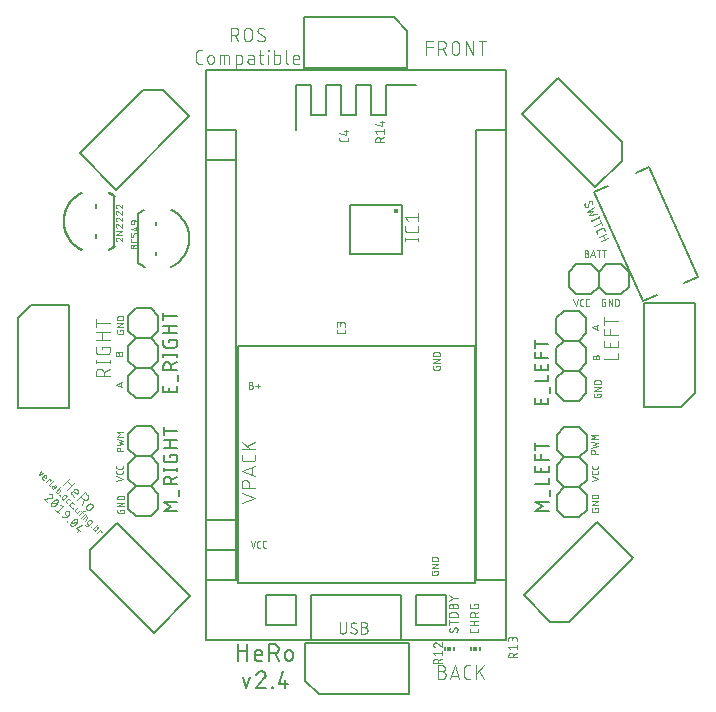
<source format=gbr>
G04 EAGLE Gerber RS-274X export*
G75*
%MOMM*%
%FSLAX34Y34*%
%LPD*%
%INSilkscreen Top*%
%IPPOS*%
%AMOC8*
5,1,8,0,0,1.08239X$1,22.5*%
G01*
%ADD10C,0.101600*%
%ADD11C,0.050800*%
%ADD12C,0.076200*%
%ADD13C,0.127000*%
%ADD14C,0.152400*%
%ADD15C,0.012700*%
%ADD16C,0.203200*%
%ADD17C,0.447213*%
%ADD18R,0.150000X0.300000*%
%ADD19R,0.300000X0.300000*%


D10*
X331508Y292449D02*
X343192Y292449D01*
X343192Y297641D01*
X343192Y302355D02*
X343192Y307547D01*
X343192Y302355D02*
X331508Y302355D01*
X331508Y307547D01*
X336701Y306249D02*
X336701Y302355D01*
X331508Y312261D02*
X343192Y312261D01*
X331508Y312261D02*
X331508Y317453D01*
X336701Y317453D02*
X336701Y312261D01*
X331508Y324246D02*
X343192Y324246D01*
X331508Y321001D02*
X331508Y327492D01*
D11*
X32806Y270358D02*
X31254Y270358D01*
X32806Y270358D02*
X32883Y270356D01*
X32961Y270350D01*
X33037Y270341D01*
X33114Y270327D01*
X33189Y270310D01*
X33263Y270289D01*
X33337Y270264D01*
X33409Y270236D01*
X33479Y270204D01*
X33548Y270169D01*
X33615Y270130D01*
X33680Y270088D01*
X33743Y270043D01*
X33804Y269995D01*
X33862Y269944D01*
X33917Y269890D01*
X33970Y269833D01*
X34019Y269774D01*
X34066Y269712D01*
X34110Y269648D01*
X34150Y269582D01*
X34187Y269514D01*
X34221Y269444D01*
X34251Y269373D01*
X34277Y269300D01*
X34300Y269226D01*
X34319Y269151D01*
X34334Y269076D01*
X34346Y268999D01*
X34354Y268922D01*
X34358Y268845D01*
X34358Y268767D01*
X34354Y268690D01*
X34346Y268613D01*
X34334Y268536D01*
X34319Y268461D01*
X34300Y268386D01*
X34277Y268312D01*
X34251Y268239D01*
X34221Y268168D01*
X34187Y268098D01*
X34150Y268030D01*
X34110Y267964D01*
X34066Y267900D01*
X34019Y267838D01*
X33970Y267779D01*
X33917Y267722D01*
X33862Y267668D01*
X33804Y267617D01*
X33743Y267569D01*
X33680Y267524D01*
X33615Y267482D01*
X33548Y267443D01*
X33479Y267408D01*
X33409Y267376D01*
X33337Y267348D01*
X33263Y267323D01*
X33189Y267302D01*
X33114Y267285D01*
X33037Y267271D01*
X32961Y267262D01*
X32883Y267256D01*
X32806Y267254D01*
X31254Y267254D01*
X31254Y272842D01*
X32806Y272842D01*
X32876Y272840D01*
X32945Y272834D01*
X33014Y272824D01*
X33082Y272811D01*
X33150Y272793D01*
X33216Y272772D01*
X33281Y272747D01*
X33345Y272719D01*
X33407Y272687D01*
X33467Y272652D01*
X33525Y272613D01*
X33580Y272571D01*
X33634Y272526D01*
X33684Y272478D01*
X33732Y272428D01*
X33777Y272374D01*
X33819Y272319D01*
X33858Y272261D01*
X33893Y272201D01*
X33925Y272139D01*
X33953Y272075D01*
X33978Y272010D01*
X33999Y271944D01*
X34017Y271876D01*
X34030Y271808D01*
X34040Y271739D01*
X34046Y271670D01*
X34048Y271600D01*
X34046Y271530D01*
X34040Y271461D01*
X34030Y271392D01*
X34017Y271324D01*
X33999Y271256D01*
X33978Y271190D01*
X33953Y271125D01*
X33925Y271061D01*
X33893Y270999D01*
X33858Y270939D01*
X33819Y270881D01*
X33777Y270826D01*
X33732Y270772D01*
X33684Y270722D01*
X33634Y270674D01*
X33580Y270629D01*
X33525Y270587D01*
X33467Y270548D01*
X33407Y270513D01*
X33345Y270481D01*
X33281Y270453D01*
X33216Y270428D01*
X33150Y270407D01*
X33082Y270389D01*
X33014Y270376D01*
X32945Y270366D01*
X32876Y270360D01*
X32806Y270358D01*
X36530Y269427D02*
X40255Y269427D01*
X38392Y267564D02*
X38392Y271290D01*
X189642Y285427D02*
X189642Y286358D01*
X192746Y286358D01*
X192746Y284496D01*
X192744Y284426D01*
X192738Y284357D01*
X192728Y284288D01*
X192715Y284220D01*
X192697Y284152D01*
X192676Y284086D01*
X192651Y284021D01*
X192623Y283957D01*
X192591Y283895D01*
X192556Y283835D01*
X192517Y283777D01*
X192475Y283722D01*
X192430Y283668D01*
X192382Y283618D01*
X192332Y283570D01*
X192278Y283525D01*
X192223Y283483D01*
X192165Y283444D01*
X192105Y283409D01*
X192043Y283377D01*
X191979Y283349D01*
X191914Y283324D01*
X191848Y283303D01*
X191780Y283285D01*
X191712Y283272D01*
X191643Y283262D01*
X191574Y283256D01*
X191504Y283254D01*
X188400Y283254D01*
X188330Y283256D01*
X188261Y283262D01*
X188192Y283272D01*
X188124Y283285D01*
X188056Y283303D01*
X187990Y283324D01*
X187925Y283349D01*
X187861Y283377D01*
X187799Y283409D01*
X187739Y283444D01*
X187681Y283483D01*
X187626Y283525D01*
X187572Y283570D01*
X187522Y283618D01*
X187474Y283668D01*
X187429Y283722D01*
X187387Y283777D01*
X187348Y283835D01*
X187313Y283895D01*
X187281Y283957D01*
X187253Y284021D01*
X187228Y284086D01*
X187207Y284152D01*
X187189Y284220D01*
X187176Y284288D01*
X187166Y284357D01*
X187160Y284426D01*
X187158Y284496D01*
X187158Y286358D01*
X187158Y289106D02*
X192746Y289106D01*
X192746Y292211D02*
X187158Y289106D01*
X187158Y292211D02*
X192746Y292211D01*
X192746Y294958D02*
X187158Y294958D01*
X187158Y296510D01*
X187160Y296586D01*
X187165Y296662D01*
X187175Y296738D01*
X187188Y296813D01*
X187205Y296887D01*
X187225Y296961D01*
X187249Y297033D01*
X187276Y297104D01*
X187307Y297174D01*
X187341Y297242D01*
X187379Y297308D01*
X187420Y297372D01*
X187463Y297435D01*
X187510Y297495D01*
X187560Y297552D01*
X187613Y297607D01*
X187668Y297660D01*
X187725Y297710D01*
X187785Y297757D01*
X187848Y297800D01*
X187912Y297841D01*
X187978Y297879D01*
X188046Y297913D01*
X188116Y297944D01*
X188187Y297971D01*
X188260Y297995D01*
X188333Y298015D01*
X188407Y298032D01*
X188482Y298045D01*
X188558Y298055D01*
X188634Y298060D01*
X188710Y298062D01*
X188710Y298063D02*
X191194Y298063D01*
X191194Y298062D02*
X191270Y298060D01*
X191346Y298055D01*
X191422Y298045D01*
X191497Y298032D01*
X191571Y298015D01*
X191645Y297995D01*
X191717Y297971D01*
X191788Y297944D01*
X191858Y297913D01*
X191926Y297879D01*
X191992Y297841D01*
X192056Y297800D01*
X192119Y297757D01*
X192179Y297710D01*
X192236Y297660D01*
X192291Y297607D01*
X192344Y297552D01*
X192394Y297495D01*
X192441Y297435D01*
X192484Y297372D01*
X192525Y297308D01*
X192563Y297242D01*
X192597Y297174D01*
X192628Y297104D01*
X192655Y297033D01*
X192679Y296961D01*
X192699Y296887D01*
X192716Y296813D01*
X192729Y296738D01*
X192739Y296662D01*
X192744Y296586D01*
X192746Y296510D01*
X192746Y294958D01*
X188142Y112858D02*
X188142Y111927D01*
X188142Y112858D02*
X191246Y112858D01*
X191246Y110996D01*
X191244Y110926D01*
X191238Y110857D01*
X191228Y110788D01*
X191215Y110720D01*
X191197Y110652D01*
X191176Y110586D01*
X191151Y110521D01*
X191123Y110457D01*
X191091Y110395D01*
X191056Y110335D01*
X191017Y110277D01*
X190975Y110222D01*
X190930Y110168D01*
X190882Y110118D01*
X190832Y110070D01*
X190778Y110025D01*
X190723Y109983D01*
X190665Y109944D01*
X190605Y109909D01*
X190543Y109877D01*
X190479Y109849D01*
X190414Y109824D01*
X190348Y109803D01*
X190280Y109785D01*
X190212Y109772D01*
X190143Y109762D01*
X190074Y109756D01*
X190004Y109754D01*
X186900Y109754D01*
X186830Y109756D01*
X186761Y109762D01*
X186692Y109772D01*
X186624Y109785D01*
X186556Y109803D01*
X186490Y109824D01*
X186425Y109849D01*
X186361Y109877D01*
X186299Y109909D01*
X186239Y109944D01*
X186181Y109983D01*
X186126Y110025D01*
X186072Y110070D01*
X186022Y110118D01*
X185974Y110168D01*
X185929Y110222D01*
X185887Y110277D01*
X185848Y110335D01*
X185813Y110395D01*
X185781Y110457D01*
X185753Y110521D01*
X185728Y110586D01*
X185707Y110652D01*
X185689Y110720D01*
X185676Y110788D01*
X185666Y110857D01*
X185660Y110926D01*
X185658Y110996D01*
X185658Y112858D01*
X185658Y115606D02*
X191246Y115606D01*
X191246Y118711D02*
X185658Y115606D01*
X185658Y118711D02*
X191246Y118711D01*
X191246Y121458D02*
X185658Y121458D01*
X185658Y123010D01*
X185660Y123086D01*
X185665Y123162D01*
X185675Y123238D01*
X185688Y123313D01*
X185705Y123387D01*
X185725Y123461D01*
X185749Y123533D01*
X185776Y123604D01*
X185807Y123674D01*
X185841Y123742D01*
X185879Y123808D01*
X185920Y123872D01*
X185963Y123935D01*
X186010Y123995D01*
X186060Y124052D01*
X186113Y124107D01*
X186168Y124160D01*
X186225Y124210D01*
X186285Y124257D01*
X186348Y124300D01*
X186412Y124341D01*
X186478Y124379D01*
X186546Y124413D01*
X186616Y124444D01*
X186687Y124471D01*
X186760Y124495D01*
X186833Y124515D01*
X186907Y124532D01*
X186982Y124545D01*
X187058Y124555D01*
X187134Y124560D01*
X187210Y124562D01*
X187210Y124563D02*
X189694Y124563D01*
X189694Y124562D02*
X189770Y124560D01*
X189846Y124555D01*
X189922Y124545D01*
X189997Y124532D01*
X190071Y124515D01*
X190145Y124495D01*
X190217Y124471D01*
X190288Y124444D01*
X190358Y124413D01*
X190426Y124379D01*
X190492Y124341D01*
X190556Y124300D01*
X190619Y124257D01*
X190679Y124210D01*
X190736Y124160D01*
X190791Y124107D01*
X190844Y124052D01*
X190894Y123995D01*
X190941Y123935D01*
X190984Y123872D01*
X191025Y123808D01*
X191063Y123742D01*
X191097Y123674D01*
X191128Y123604D01*
X191155Y123533D01*
X191179Y123461D01*
X191199Y123387D01*
X191216Y123313D01*
X191229Y123238D01*
X191239Y123162D01*
X191244Y123086D01*
X191246Y123010D01*
X191246Y121458D01*
X34273Y132658D02*
X32410Y138246D01*
X36135Y138246D02*
X34273Y132658D01*
X39432Y132658D02*
X40674Y132658D01*
X39432Y132658D02*
X39362Y132660D01*
X39293Y132666D01*
X39224Y132676D01*
X39156Y132689D01*
X39088Y132707D01*
X39022Y132728D01*
X38957Y132753D01*
X38893Y132781D01*
X38831Y132813D01*
X38771Y132848D01*
X38713Y132887D01*
X38658Y132929D01*
X38604Y132974D01*
X38554Y133022D01*
X38506Y133072D01*
X38461Y133126D01*
X38419Y133181D01*
X38380Y133239D01*
X38345Y133299D01*
X38313Y133361D01*
X38285Y133425D01*
X38260Y133490D01*
X38239Y133556D01*
X38221Y133624D01*
X38208Y133692D01*
X38198Y133761D01*
X38192Y133830D01*
X38190Y133900D01*
X38191Y133900D02*
X38191Y137004D01*
X38190Y137004D02*
X38192Y137074D01*
X38198Y137143D01*
X38208Y137212D01*
X38221Y137280D01*
X38239Y137348D01*
X38260Y137414D01*
X38285Y137479D01*
X38313Y137543D01*
X38345Y137605D01*
X38380Y137665D01*
X38419Y137723D01*
X38461Y137778D01*
X38506Y137832D01*
X38554Y137882D01*
X38604Y137930D01*
X38658Y137975D01*
X38713Y138017D01*
X38771Y138056D01*
X38831Y138091D01*
X38893Y138123D01*
X38957Y138151D01*
X39022Y138176D01*
X39088Y138197D01*
X39156Y138215D01*
X39224Y138228D01*
X39293Y138238D01*
X39362Y138244D01*
X39432Y138246D01*
X40674Y138246D01*
X44004Y132658D02*
X45246Y132658D01*
X44004Y132658D02*
X43934Y132660D01*
X43865Y132666D01*
X43796Y132676D01*
X43728Y132689D01*
X43660Y132707D01*
X43594Y132728D01*
X43529Y132753D01*
X43465Y132781D01*
X43403Y132813D01*
X43343Y132848D01*
X43285Y132887D01*
X43230Y132929D01*
X43176Y132974D01*
X43126Y133022D01*
X43078Y133072D01*
X43033Y133126D01*
X42991Y133181D01*
X42952Y133239D01*
X42917Y133299D01*
X42885Y133361D01*
X42857Y133425D01*
X42832Y133490D01*
X42811Y133556D01*
X42793Y133624D01*
X42780Y133692D01*
X42770Y133761D01*
X42764Y133830D01*
X42762Y133900D01*
X42762Y137004D01*
X42764Y137074D01*
X42770Y137143D01*
X42780Y137212D01*
X42793Y137280D01*
X42811Y137348D01*
X42832Y137414D01*
X42857Y137479D01*
X42885Y137543D01*
X42917Y137605D01*
X42952Y137665D01*
X42991Y137723D01*
X43033Y137778D01*
X43078Y137832D01*
X43126Y137882D01*
X43176Y137930D01*
X43230Y137975D01*
X43285Y138017D01*
X43343Y138056D01*
X43403Y138091D01*
X43465Y138123D01*
X43529Y138151D01*
X43594Y138176D01*
X43660Y138197D01*
X43728Y138215D01*
X43796Y138228D01*
X43865Y138238D01*
X43934Y138244D01*
X44004Y138246D01*
X45246Y138246D01*
D12*
X107881Y69279D02*
X107881Y62492D01*
X107883Y62391D01*
X107889Y62290D01*
X107899Y62189D01*
X107912Y62089D01*
X107930Y61989D01*
X107951Y61890D01*
X107977Y61792D01*
X108006Y61695D01*
X108038Y61599D01*
X108075Y61505D01*
X108115Y61412D01*
X108159Y61320D01*
X108206Y61231D01*
X108257Y61143D01*
X108311Y61057D01*
X108368Y60974D01*
X108428Y60892D01*
X108492Y60814D01*
X108558Y60737D01*
X108628Y60664D01*
X108700Y60593D01*
X108775Y60525D01*
X108853Y60460D01*
X108933Y60398D01*
X109015Y60339D01*
X109100Y60283D01*
X109187Y60231D01*
X109275Y60182D01*
X109366Y60136D01*
X109458Y60095D01*
X109552Y60056D01*
X109647Y60022D01*
X109743Y59991D01*
X109841Y59964D01*
X109939Y59940D01*
X110039Y59921D01*
X110139Y59905D01*
X110239Y59893D01*
X110340Y59885D01*
X110441Y59881D01*
X110543Y59881D01*
X110644Y59885D01*
X110745Y59893D01*
X110845Y59905D01*
X110945Y59921D01*
X111045Y59940D01*
X111143Y59964D01*
X111241Y59991D01*
X111337Y60022D01*
X111432Y60056D01*
X111526Y60095D01*
X111618Y60136D01*
X111709Y60182D01*
X111797Y60231D01*
X111884Y60283D01*
X111969Y60339D01*
X112051Y60398D01*
X112131Y60460D01*
X112209Y60525D01*
X112284Y60593D01*
X112356Y60664D01*
X112426Y60737D01*
X112492Y60814D01*
X112556Y60892D01*
X112616Y60974D01*
X112673Y61057D01*
X112727Y61143D01*
X112778Y61231D01*
X112825Y61320D01*
X112869Y61412D01*
X112909Y61505D01*
X112946Y61599D01*
X112978Y61695D01*
X113007Y61792D01*
X113033Y61890D01*
X113054Y61989D01*
X113072Y62089D01*
X113085Y62189D01*
X113095Y62290D01*
X113101Y62391D01*
X113103Y62492D01*
X113102Y62492D02*
X113102Y69279D01*
X122246Y61969D02*
X122244Y61880D01*
X122238Y61792D01*
X122229Y61704D01*
X122216Y61616D01*
X122199Y61529D01*
X122179Y61443D01*
X122154Y61358D01*
X122127Y61273D01*
X122095Y61190D01*
X122061Y61109D01*
X122022Y61029D01*
X121981Y60951D01*
X121936Y60874D01*
X121888Y60800D01*
X121837Y60727D01*
X121783Y60657D01*
X121725Y60590D01*
X121665Y60524D01*
X121603Y60462D01*
X121537Y60402D01*
X121470Y60344D01*
X121400Y60290D01*
X121327Y60239D01*
X121253Y60191D01*
X121176Y60146D01*
X121098Y60105D01*
X121018Y60066D01*
X120937Y60032D01*
X120854Y60000D01*
X120769Y59973D01*
X120684Y59948D01*
X120598Y59928D01*
X120511Y59911D01*
X120423Y59898D01*
X120335Y59889D01*
X120247Y59883D01*
X120158Y59881D01*
X120029Y59883D01*
X119900Y59889D01*
X119771Y59898D01*
X119643Y59911D01*
X119515Y59928D01*
X119388Y59949D01*
X119261Y59973D01*
X119135Y60001D01*
X119010Y60033D01*
X118886Y60068D01*
X118763Y60107D01*
X118641Y60150D01*
X118521Y60196D01*
X118402Y60246D01*
X118284Y60299D01*
X118168Y60355D01*
X118054Y60415D01*
X117941Y60478D01*
X117831Y60545D01*
X117722Y60614D01*
X117616Y60687D01*
X117511Y60763D01*
X117409Y60842D01*
X117310Y60924D01*
X117212Y61008D01*
X117117Y61096D01*
X117025Y61186D01*
X117286Y67191D02*
X117288Y67280D01*
X117294Y67368D01*
X117303Y67456D01*
X117316Y67544D01*
X117333Y67631D01*
X117353Y67717D01*
X117378Y67802D01*
X117405Y67887D01*
X117437Y67970D01*
X117471Y68051D01*
X117510Y68131D01*
X117551Y68209D01*
X117596Y68286D01*
X117644Y68360D01*
X117695Y68433D01*
X117749Y68503D01*
X117807Y68570D01*
X117867Y68636D01*
X117929Y68698D01*
X117995Y68758D01*
X118062Y68816D01*
X118132Y68870D01*
X118205Y68921D01*
X118279Y68969D01*
X118356Y69014D01*
X118434Y69055D01*
X118514Y69094D01*
X118595Y69128D01*
X118678Y69160D01*
X118763Y69187D01*
X118848Y69212D01*
X118934Y69232D01*
X119021Y69249D01*
X119109Y69262D01*
X119197Y69271D01*
X119285Y69277D01*
X119374Y69279D01*
X119494Y69277D01*
X119614Y69272D01*
X119734Y69262D01*
X119853Y69250D01*
X119972Y69233D01*
X120090Y69213D01*
X120208Y69189D01*
X120324Y69162D01*
X120440Y69131D01*
X120555Y69097D01*
X120669Y69059D01*
X120782Y69017D01*
X120893Y68972D01*
X121003Y68924D01*
X121111Y68873D01*
X121218Y68818D01*
X121323Y68760D01*
X121426Y68698D01*
X121527Y68634D01*
X121627Y68566D01*
X121724Y68496D01*
X118330Y65364D02*
X118252Y65412D01*
X118176Y65464D01*
X118103Y65518D01*
X118032Y65576D01*
X117963Y65637D01*
X117897Y65701D01*
X117834Y65768D01*
X117774Y65837D01*
X117717Y65909D01*
X117663Y65983D01*
X117613Y66060D01*
X117565Y66139D01*
X117522Y66219D01*
X117481Y66302D01*
X117445Y66386D01*
X117412Y66471D01*
X117383Y66558D01*
X117357Y66647D01*
X117335Y66736D01*
X117318Y66826D01*
X117304Y66916D01*
X117294Y67008D01*
X117288Y67099D01*
X117286Y67191D01*
X121202Y63796D02*
X121280Y63748D01*
X121356Y63696D01*
X121429Y63642D01*
X121500Y63584D01*
X121569Y63523D01*
X121635Y63459D01*
X121698Y63392D01*
X121758Y63323D01*
X121815Y63251D01*
X121869Y63177D01*
X121919Y63100D01*
X121967Y63021D01*
X122010Y62941D01*
X122051Y62858D01*
X122087Y62774D01*
X122120Y62689D01*
X122149Y62602D01*
X122175Y62513D01*
X122197Y62424D01*
X122214Y62334D01*
X122228Y62244D01*
X122238Y62152D01*
X122244Y62061D01*
X122246Y61969D01*
X121202Y63797D02*
X118330Y65363D01*
X126300Y65102D02*
X128911Y65102D01*
X128911Y65103D02*
X129012Y65101D01*
X129113Y65095D01*
X129214Y65085D01*
X129314Y65072D01*
X129414Y65054D01*
X129513Y65033D01*
X129611Y65007D01*
X129708Y64978D01*
X129804Y64946D01*
X129898Y64909D01*
X129991Y64869D01*
X130083Y64825D01*
X130172Y64778D01*
X130260Y64727D01*
X130346Y64673D01*
X130429Y64616D01*
X130511Y64556D01*
X130589Y64492D01*
X130666Y64426D01*
X130739Y64356D01*
X130810Y64284D01*
X130878Y64209D01*
X130943Y64131D01*
X131005Y64051D01*
X131064Y63969D01*
X131120Y63884D01*
X131172Y63797D01*
X131221Y63709D01*
X131267Y63618D01*
X131308Y63526D01*
X131347Y63432D01*
X131381Y63337D01*
X131412Y63241D01*
X131439Y63143D01*
X131463Y63045D01*
X131482Y62945D01*
X131498Y62845D01*
X131510Y62745D01*
X131518Y62644D01*
X131522Y62543D01*
X131522Y62441D01*
X131518Y62340D01*
X131510Y62239D01*
X131498Y62139D01*
X131482Y62039D01*
X131463Y61939D01*
X131439Y61841D01*
X131412Y61743D01*
X131381Y61647D01*
X131347Y61552D01*
X131308Y61458D01*
X131267Y61366D01*
X131221Y61275D01*
X131172Y61186D01*
X131120Y61100D01*
X131064Y61015D01*
X131005Y60933D01*
X130943Y60853D01*
X130878Y60775D01*
X130810Y60700D01*
X130739Y60628D01*
X130666Y60558D01*
X130589Y60492D01*
X130511Y60428D01*
X130429Y60368D01*
X130346Y60311D01*
X130260Y60257D01*
X130172Y60206D01*
X130083Y60159D01*
X129991Y60115D01*
X129898Y60075D01*
X129804Y60038D01*
X129708Y60006D01*
X129611Y59977D01*
X129513Y59951D01*
X129414Y59930D01*
X129314Y59912D01*
X129214Y59899D01*
X129113Y59889D01*
X129012Y59883D01*
X128911Y59881D01*
X126300Y59881D01*
X126300Y69279D01*
X128911Y69279D01*
X129001Y69277D01*
X129090Y69271D01*
X129180Y69262D01*
X129269Y69248D01*
X129357Y69231D01*
X129444Y69210D01*
X129531Y69185D01*
X129616Y69156D01*
X129700Y69124D01*
X129782Y69089D01*
X129863Y69049D01*
X129942Y69007D01*
X130019Y68961D01*
X130094Y68911D01*
X130167Y68859D01*
X130238Y68803D01*
X130306Y68745D01*
X130371Y68683D01*
X130434Y68619D01*
X130494Y68552D01*
X130551Y68483D01*
X130605Y68411D01*
X130656Y68337D01*
X130704Y68261D01*
X130748Y68183D01*
X130789Y68103D01*
X130827Y68021D01*
X130861Y67938D01*
X130891Y67853D01*
X130918Y67767D01*
X130941Y67681D01*
X130960Y67593D01*
X130975Y67504D01*
X130987Y67415D01*
X130995Y67326D01*
X130999Y67236D01*
X130999Y67146D01*
X130995Y67056D01*
X130987Y66967D01*
X130975Y66878D01*
X130960Y66789D01*
X130941Y66701D01*
X130918Y66615D01*
X130891Y66529D01*
X130861Y66444D01*
X130827Y66361D01*
X130789Y66279D01*
X130748Y66199D01*
X130704Y66121D01*
X130656Y66045D01*
X130605Y65971D01*
X130551Y65899D01*
X130494Y65830D01*
X130434Y65763D01*
X130371Y65699D01*
X130306Y65637D01*
X130238Y65579D01*
X130167Y65523D01*
X130094Y65471D01*
X130019Y65421D01*
X129942Y65375D01*
X129863Y65333D01*
X129782Y65293D01*
X129700Y65258D01*
X129616Y65226D01*
X129531Y65197D01*
X129444Y65172D01*
X129357Y65151D01*
X129269Y65134D01*
X129180Y65120D01*
X129090Y65111D01*
X129001Y65105D01*
X128911Y65103D01*
D13*
X21887Y50915D02*
X21887Y36945D01*
X21887Y44706D02*
X29648Y44706D01*
X29648Y50915D02*
X29648Y36945D01*
X38224Y36945D02*
X42105Y36945D01*
X38224Y36945D02*
X38130Y36947D01*
X38037Y36953D01*
X37943Y36962D01*
X37851Y36975D01*
X37758Y36992D01*
X37667Y37013D01*
X37576Y37037D01*
X37487Y37065D01*
X37398Y37096D01*
X37312Y37131D01*
X37226Y37170D01*
X37142Y37212D01*
X37060Y37257D01*
X36980Y37305D01*
X36902Y37357D01*
X36825Y37412D01*
X36752Y37470D01*
X36680Y37530D01*
X36611Y37594D01*
X36545Y37660D01*
X36481Y37729D01*
X36421Y37801D01*
X36363Y37874D01*
X36308Y37951D01*
X36256Y38029D01*
X36208Y38109D01*
X36163Y38191D01*
X36121Y38275D01*
X36082Y38361D01*
X36047Y38447D01*
X36016Y38536D01*
X35988Y38625D01*
X35964Y38716D01*
X35943Y38807D01*
X35926Y38900D01*
X35913Y38992D01*
X35904Y39086D01*
X35898Y39179D01*
X35896Y39273D01*
X35896Y43154D01*
X35898Y43265D01*
X35904Y43375D01*
X35914Y43486D01*
X35928Y43596D01*
X35945Y43705D01*
X35967Y43814D01*
X35992Y43922D01*
X36022Y44028D01*
X36055Y44134D01*
X36092Y44239D01*
X36132Y44342D01*
X36177Y44443D01*
X36224Y44543D01*
X36276Y44642D01*
X36331Y44738D01*
X36389Y44832D01*
X36450Y44924D01*
X36515Y45014D01*
X36583Y45102D01*
X36654Y45187D01*
X36728Y45269D01*
X36805Y45349D01*
X36885Y45426D01*
X36967Y45500D01*
X37052Y45571D01*
X37140Y45639D01*
X37230Y45704D01*
X37322Y45765D01*
X37416Y45823D01*
X37512Y45878D01*
X37611Y45930D01*
X37711Y45977D01*
X37812Y46022D01*
X37915Y46062D01*
X38020Y46099D01*
X38126Y46132D01*
X38232Y46162D01*
X38340Y46187D01*
X38449Y46209D01*
X38558Y46226D01*
X38668Y46240D01*
X38779Y46250D01*
X38889Y46256D01*
X39000Y46258D01*
X39111Y46256D01*
X39221Y46250D01*
X39332Y46240D01*
X39442Y46226D01*
X39551Y46209D01*
X39660Y46187D01*
X39768Y46162D01*
X39874Y46132D01*
X39980Y46099D01*
X40085Y46062D01*
X40188Y46022D01*
X40289Y45977D01*
X40389Y45930D01*
X40488Y45878D01*
X40584Y45823D01*
X40678Y45765D01*
X40770Y45704D01*
X40860Y45639D01*
X40948Y45571D01*
X41033Y45500D01*
X41115Y45426D01*
X41195Y45349D01*
X41272Y45269D01*
X41346Y45187D01*
X41417Y45102D01*
X41485Y45014D01*
X41550Y44924D01*
X41611Y44832D01*
X41669Y44738D01*
X41724Y44642D01*
X41776Y44543D01*
X41823Y44443D01*
X41868Y44342D01*
X41908Y44239D01*
X41945Y44134D01*
X41978Y44028D01*
X42008Y43922D01*
X42033Y43814D01*
X42055Y43705D01*
X42072Y43596D01*
X42086Y43486D01*
X42096Y43375D01*
X42102Y43265D01*
X42104Y43154D01*
X42105Y43154D02*
X42105Y41602D01*
X35896Y41602D01*
X48441Y36945D02*
X48441Y50915D01*
X52321Y50915D01*
X52444Y50913D01*
X52567Y50907D01*
X52690Y50897D01*
X52812Y50884D01*
X52934Y50866D01*
X53055Y50845D01*
X53176Y50820D01*
X53296Y50791D01*
X53414Y50758D01*
X53532Y50721D01*
X53648Y50681D01*
X53763Y50637D01*
X53877Y50589D01*
X53989Y50538D01*
X54099Y50484D01*
X54208Y50425D01*
X54315Y50364D01*
X54419Y50299D01*
X54522Y50231D01*
X54622Y50159D01*
X54720Y50085D01*
X54816Y50007D01*
X54909Y49926D01*
X54999Y49843D01*
X55087Y49756D01*
X55172Y49667D01*
X55254Y49576D01*
X55333Y49481D01*
X55409Y49384D01*
X55482Y49285D01*
X55552Y49184D01*
X55619Y49080D01*
X55682Y48974D01*
X55742Y48867D01*
X55798Y48757D01*
X55851Y48646D01*
X55901Y48533D01*
X55946Y48419D01*
X55989Y48303D01*
X56027Y48186D01*
X56062Y48068D01*
X56093Y47949D01*
X56120Y47829D01*
X56143Y47708D01*
X56162Y47586D01*
X56178Y47464D01*
X56190Y47342D01*
X56198Y47219D01*
X56202Y47096D01*
X56202Y46972D01*
X56198Y46849D01*
X56190Y46726D01*
X56178Y46604D01*
X56162Y46482D01*
X56143Y46360D01*
X56120Y46239D01*
X56093Y46119D01*
X56062Y46000D01*
X56027Y45882D01*
X55989Y45765D01*
X55946Y45649D01*
X55901Y45535D01*
X55851Y45422D01*
X55798Y45311D01*
X55742Y45201D01*
X55682Y45093D01*
X55619Y44988D01*
X55552Y44884D01*
X55482Y44783D01*
X55409Y44684D01*
X55333Y44587D01*
X55254Y44492D01*
X55172Y44401D01*
X55087Y44312D01*
X54999Y44225D01*
X54909Y44142D01*
X54816Y44061D01*
X54720Y43983D01*
X54622Y43909D01*
X54522Y43837D01*
X54419Y43769D01*
X54315Y43704D01*
X54208Y43643D01*
X54099Y43584D01*
X53989Y43530D01*
X53877Y43479D01*
X53763Y43431D01*
X53648Y43387D01*
X53532Y43347D01*
X53414Y43310D01*
X53296Y43277D01*
X53176Y43248D01*
X53055Y43223D01*
X52934Y43202D01*
X52812Y43184D01*
X52690Y43171D01*
X52567Y43161D01*
X52444Y43155D01*
X52321Y43153D01*
X52321Y43154D02*
X48441Y43154D01*
X53098Y43154D02*
X56202Y36945D01*
X61904Y40049D02*
X61904Y43154D01*
X61906Y43265D01*
X61912Y43375D01*
X61922Y43486D01*
X61936Y43596D01*
X61953Y43705D01*
X61975Y43814D01*
X62000Y43922D01*
X62030Y44028D01*
X62063Y44134D01*
X62100Y44239D01*
X62140Y44342D01*
X62185Y44443D01*
X62232Y44543D01*
X62284Y44642D01*
X62339Y44738D01*
X62397Y44832D01*
X62458Y44924D01*
X62523Y45014D01*
X62591Y45102D01*
X62662Y45187D01*
X62736Y45269D01*
X62813Y45349D01*
X62893Y45426D01*
X62975Y45500D01*
X63060Y45571D01*
X63148Y45639D01*
X63238Y45704D01*
X63330Y45765D01*
X63424Y45823D01*
X63520Y45878D01*
X63619Y45930D01*
X63719Y45977D01*
X63820Y46022D01*
X63923Y46062D01*
X64028Y46099D01*
X64134Y46132D01*
X64240Y46162D01*
X64348Y46187D01*
X64457Y46209D01*
X64566Y46226D01*
X64676Y46240D01*
X64787Y46250D01*
X64897Y46256D01*
X65008Y46258D01*
X65119Y46256D01*
X65229Y46250D01*
X65340Y46240D01*
X65450Y46226D01*
X65559Y46209D01*
X65668Y46187D01*
X65776Y46162D01*
X65882Y46132D01*
X65988Y46099D01*
X66093Y46062D01*
X66196Y46022D01*
X66297Y45977D01*
X66397Y45930D01*
X66496Y45878D01*
X66592Y45823D01*
X66686Y45765D01*
X66778Y45704D01*
X66868Y45639D01*
X66956Y45571D01*
X67041Y45500D01*
X67123Y45426D01*
X67203Y45349D01*
X67280Y45269D01*
X67354Y45187D01*
X67425Y45102D01*
X67493Y45014D01*
X67558Y44924D01*
X67619Y44832D01*
X67677Y44738D01*
X67732Y44642D01*
X67784Y44543D01*
X67831Y44443D01*
X67876Y44342D01*
X67916Y44239D01*
X67953Y44134D01*
X67986Y44028D01*
X68016Y43922D01*
X68041Y43814D01*
X68063Y43705D01*
X68080Y43596D01*
X68094Y43486D01*
X68104Y43375D01*
X68110Y43265D01*
X68112Y43154D01*
X68113Y43154D02*
X68113Y40049D01*
X68112Y40049D02*
X68110Y39938D01*
X68104Y39828D01*
X68094Y39717D01*
X68080Y39607D01*
X68063Y39498D01*
X68041Y39389D01*
X68016Y39281D01*
X67986Y39175D01*
X67953Y39069D01*
X67916Y38964D01*
X67876Y38861D01*
X67831Y38760D01*
X67784Y38660D01*
X67732Y38561D01*
X67677Y38465D01*
X67619Y38371D01*
X67558Y38279D01*
X67493Y38189D01*
X67425Y38101D01*
X67354Y38016D01*
X67280Y37934D01*
X67203Y37854D01*
X67123Y37777D01*
X67041Y37703D01*
X66956Y37632D01*
X66868Y37564D01*
X66778Y37499D01*
X66686Y37438D01*
X66592Y37380D01*
X66496Y37325D01*
X66397Y37273D01*
X66297Y37226D01*
X66196Y37181D01*
X66093Y37141D01*
X65988Y37104D01*
X65882Y37071D01*
X65776Y37041D01*
X65668Y37016D01*
X65559Y36994D01*
X65450Y36977D01*
X65340Y36963D01*
X65229Y36953D01*
X65119Y36947D01*
X65008Y36945D01*
X64897Y36947D01*
X64787Y36953D01*
X64676Y36963D01*
X64566Y36977D01*
X64457Y36994D01*
X64348Y37016D01*
X64240Y37041D01*
X64134Y37071D01*
X64028Y37104D01*
X63923Y37141D01*
X63820Y37181D01*
X63719Y37226D01*
X63619Y37273D01*
X63520Y37325D01*
X63424Y37380D01*
X63330Y37438D01*
X63238Y37499D01*
X63148Y37564D01*
X63060Y37632D01*
X62975Y37703D01*
X62893Y37777D01*
X62813Y37854D01*
X62736Y37934D01*
X62662Y38016D01*
X62591Y38101D01*
X62523Y38189D01*
X62458Y38279D01*
X62397Y38371D01*
X62339Y38465D01*
X62284Y38561D01*
X62232Y38660D01*
X62185Y38760D01*
X62140Y38861D01*
X62100Y38964D01*
X62063Y39069D01*
X62030Y39175D01*
X62000Y39281D01*
X61975Y39389D01*
X61953Y39498D01*
X61936Y39607D01*
X61922Y39717D01*
X61912Y39828D01*
X61906Y39938D01*
X61904Y40049D01*
X25766Y23398D02*
X28870Y14085D01*
X31975Y23398D01*
X41578Y28056D02*
X41695Y28054D01*
X41811Y28048D01*
X41928Y28038D01*
X42044Y28025D01*
X42159Y28007D01*
X42274Y27986D01*
X42388Y27961D01*
X42501Y27932D01*
X42613Y27899D01*
X42724Y27863D01*
X42833Y27823D01*
X42942Y27779D01*
X43048Y27731D01*
X43153Y27681D01*
X43257Y27626D01*
X43358Y27568D01*
X43458Y27507D01*
X43555Y27443D01*
X43650Y27375D01*
X43743Y27304D01*
X43833Y27230D01*
X43921Y27154D01*
X44006Y27074D01*
X44089Y26991D01*
X44169Y26906D01*
X44245Y26818D01*
X44319Y26728D01*
X44390Y26635D01*
X44458Y26540D01*
X44522Y26443D01*
X44583Y26343D01*
X44641Y26242D01*
X44696Y26138D01*
X44746Y26033D01*
X44794Y25927D01*
X44838Y25818D01*
X44878Y25709D01*
X44914Y25598D01*
X44947Y25486D01*
X44976Y25373D01*
X45001Y25259D01*
X45022Y25144D01*
X45040Y25029D01*
X45053Y24913D01*
X45063Y24796D01*
X45069Y24680D01*
X45071Y24563D01*
X41578Y28055D02*
X41447Y28053D01*
X41316Y28047D01*
X41185Y28038D01*
X41054Y28024D01*
X40924Y28007D01*
X40795Y27986D01*
X40666Y27961D01*
X40538Y27933D01*
X40411Y27900D01*
X40284Y27864D01*
X40159Y27825D01*
X40035Y27781D01*
X39913Y27735D01*
X39792Y27684D01*
X39672Y27630D01*
X39554Y27573D01*
X39438Y27512D01*
X39323Y27447D01*
X39211Y27380D01*
X39101Y27309D01*
X38992Y27235D01*
X38886Y27158D01*
X38782Y27078D01*
X38681Y26994D01*
X38582Y26908D01*
X38485Y26819D01*
X38392Y26727D01*
X38301Y26633D01*
X38213Y26536D01*
X38127Y26436D01*
X38045Y26334D01*
X37965Y26229D01*
X37889Y26122D01*
X37816Y26014D01*
X37746Y25902D01*
X37679Y25789D01*
X37616Y25674D01*
X37556Y25558D01*
X37500Y25439D01*
X37447Y25319D01*
X37397Y25198D01*
X37352Y25075D01*
X37309Y24950D01*
X43906Y21847D02*
X43993Y21932D01*
X44076Y22020D01*
X44157Y22111D01*
X44235Y22204D01*
X44310Y22299D01*
X44382Y22398D01*
X44450Y22498D01*
X44516Y22600D01*
X44577Y22705D01*
X44636Y22811D01*
X44691Y22920D01*
X44742Y23030D01*
X44790Y23141D01*
X44834Y23255D01*
X44875Y23369D01*
X44912Y23485D01*
X44945Y23602D01*
X44974Y23720D01*
X44999Y23839D01*
X45021Y23958D01*
X45039Y24078D01*
X45052Y24199D01*
X45062Y24320D01*
X45068Y24442D01*
X45070Y24563D01*
X43906Y21846D02*
X37309Y14085D01*
X45070Y14085D01*
X50384Y14085D02*
X50384Y14861D01*
X51160Y14861D01*
X51160Y14085D01*
X50384Y14085D01*
X56473Y17189D02*
X59578Y28055D01*
X56473Y17189D02*
X64234Y17189D01*
X61906Y20294D02*
X61906Y14085D01*
D10*
X191116Y27799D02*
X194361Y27799D01*
X194361Y27800D02*
X194474Y27798D01*
X194587Y27792D01*
X194700Y27782D01*
X194813Y27768D01*
X194925Y27751D01*
X195036Y27729D01*
X195146Y27704D01*
X195256Y27674D01*
X195364Y27641D01*
X195471Y27604D01*
X195577Y27564D01*
X195681Y27519D01*
X195784Y27471D01*
X195885Y27420D01*
X195984Y27365D01*
X196081Y27307D01*
X196176Y27245D01*
X196269Y27180D01*
X196359Y27112D01*
X196447Y27041D01*
X196533Y26966D01*
X196616Y26889D01*
X196696Y26809D01*
X196773Y26726D01*
X196848Y26640D01*
X196919Y26552D01*
X196987Y26462D01*
X197052Y26369D01*
X197114Y26274D01*
X197172Y26177D01*
X197227Y26078D01*
X197278Y25977D01*
X197326Y25874D01*
X197371Y25770D01*
X197411Y25664D01*
X197448Y25557D01*
X197481Y25449D01*
X197511Y25339D01*
X197536Y25229D01*
X197558Y25118D01*
X197575Y25006D01*
X197589Y24893D01*
X197599Y24780D01*
X197605Y24667D01*
X197607Y24554D01*
X197605Y24441D01*
X197599Y24328D01*
X197589Y24215D01*
X197575Y24102D01*
X197558Y23990D01*
X197536Y23879D01*
X197511Y23769D01*
X197481Y23659D01*
X197448Y23551D01*
X197411Y23444D01*
X197371Y23338D01*
X197326Y23234D01*
X197278Y23131D01*
X197227Y23030D01*
X197172Y22931D01*
X197114Y22834D01*
X197052Y22739D01*
X196987Y22646D01*
X196919Y22556D01*
X196848Y22468D01*
X196773Y22382D01*
X196696Y22299D01*
X196616Y22219D01*
X196533Y22142D01*
X196447Y22067D01*
X196359Y21996D01*
X196269Y21928D01*
X196176Y21863D01*
X196081Y21801D01*
X195984Y21743D01*
X195885Y21688D01*
X195784Y21637D01*
X195681Y21589D01*
X195577Y21544D01*
X195471Y21504D01*
X195364Y21467D01*
X195256Y21434D01*
X195146Y21404D01*
X195036Y21379D01*
X194925Y21357D01*
X194813Y21340D01*
X194700Y21326D01*
X194587Y21316D01*
X194474Y21310D01*
X194361Y21308D01*
X191116Y21308D01*
X191116Y32992D01*
X194361Y32992D01*
X194462Y32990D01*
X194562Y32984D01*
X194662Y32974D01*
X194762Y32961D01*
X194861Y32943D01*
X194960Y32922D01*
X195057Y32897D01*
X195154Y32868D01*
X195249Y32835D01*
X195343Y32799D01*
X195435Y32759D01*
X195526Y32716D01*
X195615Y32669D01*
X195702Y32619D01*
X195788Y32565D01*
X195871Y32508D01*
X195951Y32448D01*
X196030Y32385D01*
X196106Y32318D01*
X196179Y32249D01*
X196249Y32177D01*
X196317Y32103D01*
X196382Y32026D01*
X196443Y31946D01*
X196502Y31864D01*
X196557Y31780D01*
X196609Y31694D01*
X196658Y31606D01*
X196703Y31516D01*
X196745Y31424D01*
X196783Y31331D01*
X196817Y31236D01*
X196848Y31141D01*
X196875Y31044D01*
X196898Y30946D01*
X196918Y30847D01*
X196933Y30747D01*
X196945Y30647D01*
X196953Y30547D01*
X196957Y30446D01*
X196957Y30346D01*
X196953Y30245D01*
X196945Y30145D01*
X196933Y30045D01*
X196918Y29945D01*
X196898Y29846D01*
X196875Y29748D01*
X196848Y29651D01*
X196817Y29556D01*
X196783Y29461D01*
X196745Y29368D01*
X196703Y29276D01*
X196658Y29186D01*
X196609Y29098D01*
X196557Y29012D01*
X196502Y28928D01*
X196443Y28846D01*
X196382Y28766D01*
X196317Y28689D01*
X196249Y28615D01*
X196179Y28543D01*
X196106Y28474D01*
X196030Y28407D01*
X195951Y28344D01*
X195871Y28284D01*
X195788Y28227D01*
X195702Y28173D01*
X195615Y28123D01*
X195526Y28076D01*
X195435Y28033D01*
X195343Y27993D01*
X195249Y27957D01*
X195154Y27924D01*
X195057Y27895D01*
X194960Y27870D01*
X194861Y27849D01*
X194762Y27831D01*
X194662Y27818D01*
X194562Y27808D01*
X194462Y27802D01*
X194361Y27800D01*
X201346Y21308D02*
X205241Y32992D01*
X209136Y21308D01*
X208162Y24229D02*
X202320Y24229D01*
X215989Y21308D02*
X218585Y21308D01*
X215989Y21308D02*
X215890Y21310D01*
X215790Y21316D01*
X215691Y21325D01*
X215593Y21338D01*
X215495Y21355D01*
X215397Y21376D01*
X215301Y21401D01*
X215206Y21429D01*
X215112Y21461D01*
X215019Y21496D01*
X214927Y21535D01*
X214837Y21578D01*
X214749Y21623D01*
X214662Y21673D01*
X214578Y21725D01*
X214495Y21781D01*
X214415Y21839D01*
X214337Y21901D01*
X214262Y21966D01*
X214189Y22034D01*
X214119Y22104D01*
X214051Y22177D01*
X213986Y22252D01*
X213924Y22330D01*
X213866Y22410D01*
X213810Y22493D01*
X213758Y22577D01*
X213708Y22664D01*
X213663Y22752D01*
X213620Y22842D01*
X213581Y22934D01*
X213546Y23027D01*
X213514Y23121D01*
X213486Y23216D01*
X213461Y23312D01*
X213440Y23410D01*
X213423Y23508D01*
X213410Y23606D01*
X213401Y23705D01*
X213395Y23805D01*
X213393Y23904D01*
X213392Y23904D02*
X213392Y30396D01*
X213393Y30396D02*
X213395Y30495D01*
X213401Y30595D01*
X213410Y30694D01*
X213423Y30792D01*
X213440Y30890D01*
X213461Y30988D01*
X213486Y31084D01*
X213514Y31179D01*
X213546Y31273D01*
X213581Y31366D01*
X213620Y31458D01*
X213663Y31548D01*
X213708Y31636D01*
X213758Y31723D01*
X213810Y31807D01*
X213866Y31890D01*
X213924Y31970D01*
X213986Y32048D01*
X214051Y32123D01*
X214119Y32196D01*
X214189Y32266D01*
X214262Y32334D01*
X214337Y32399D01*
X214415Y32461D01*
X214495Y32519D01*
X214578Y32575D01*
X214662Y32627D01*
X214749Y32677D01*
X214837Y32722D01*
X214927Y32765D01*
X215019Y32804D01*
X215111Y32839D01*
X215206Y32871D01*
X215301Y32899D01*
X215397Y32924D01*
X215495Y32945D01*
X215593Y32962D01*
X215691Y32975D01*
X215790Y32984D01*
X215890Y32990D01*
X215989Y32992D01*
X218585Y32992D01*
X223501Y32992D02*
X223501Y21308D01*
X223501Y25852D02*
X229992Y32992D01*
X226097Y28448D02*
X229992Y21308D01*
X181328Y549808D02*
X181328Y561492D01*
X186520Y561492D01*
X186520Y556299D02*
X181328Y556299D01*
X191285Y561492D02*
X191285Y549808D01*
X191285Y561492D02*
X194530Y561492D01*
X194643Y561490D01*
X194756Y561484D01*
X194869Y561474D01*
X194982Y561460D01*
X195094Y561443D01*
X195205Y561421D01*
X195315Y561396D01*
X195425Y561366D01*
X195533Y561333D01*
X195640Y561296D01*
X195746Y561256D01*
X195850Y561211D01*
X195953Y561163D01*
X196054Y561112D01*
X196153Y561057D01*
X196250Y560999D01*
X196345Y560937D01*
X196438Y560872D01*
X196528Y560804D01*
X196616Y560733D01*
X196702Y560658D01*
X196785Y560581D01*
X196865Y560501D01*
X196942Y560418D01*
X197017Y560332D01*
X197088Y560244D01*
X197156Y560154D01*
X197221Y560061D01*
X197283Y559966D01*
X197341Y559869D01*
X197396Y559770D01*
X197447Y559669D01*
X197495Y559566D01*
X197540Y559462D01*
X197580Y559356D01*
X197617Y559249D01*
X197650Y559141D01*
X197680Y559031D01*
X197705Y558921D01*
X197727Y558810D01*
X197744Y558698D01*
X197758Y558585D01*
X197768Y558472D01*
X197774Y558359D01*
X197776Y558246D01*
X197774Y558133D01*
X197768Y558020D01*
X197758Y557907D01*
X197744Y557794D01*
X197727Y557682D01*
X197705Y557571D01*
X197680Y557461D01*
X197650Y557351D01*
X197617Y557243D01*
X197580Y557136D01*
X197540Y557030D01*
X197495Y556926D01*
X197447Y556823D01*
X197396Y556722D01*
X197341Y556623D01*
X197283Y556526D01*
X197221Y556431D01*
X197156Y556338D01*
X197088Y556248D01*
X197017Y556160D01*
X196942Y556074D01*
X196865Y555991D01*
X196785Y555911D01*
X196702Y555834D01*
X196616Y555759D01*
X196528Y555688D01*
X196438Y555620D01*
X196345Y555555D01*
X196250Y555493D01*
X196153Y555435D01*
X196054Y555380D01*
X195953Y555329D01*
X195850Y555281D01*
X195746Y555236D01*
X195640Y555196D01*
X195533Y555159D01*
X195425Y555126D01*
X195315Y555096D01*
X195205Y555071D01*
X195094Y555049D01*
X194982Y555032D01*
X194869Y555018D01*
X194756Y555008D01*
X194643Y555002D01*
X194530Y555000D01*
X194530Y555001D02*
X191285Y555001D01*
X195179Y555001D02*
X197776Y549808D01*
X202641Y553054D02*
X202641Y558246D01*
X202643Y558359D01*
X202649Y558472D01*
X202659Y558585D01*
X202673Y558698D01*
X202690Y558810D01*
X202712Y558921D01*
X202737Y559031D01*
X202767Y559141D01*
X202800Y559249D01*
X202837Y559356D01*
X202877Y559462D01*
X202922Y559566D01*
X202970Y559669D01*
X203021Y559770D01*
X203076Y559869D01*
X203134Y559966D01*
X203196Y560061D01*
X203261Y560154D01*
X203329Y560244D01*
X203400Y560332D01*
X203475Y560418D01*
X203552Y560501D01*
X203632Y560581D01*
X203715Y560658D01*
X203801Y560733D01*
X203889Y560804D01*
X203979Y560872D01*
X204072Y560937D01*
X204167Y560999D01*
X204264Y561057D01*
X204363Y561112D01*
X204464Y561163D01*
X204567Y561211D01*
X204671Y561256D01*
X204777Y561296D01*
X204884Y561333D01*
X204992Y561366D01*
X205102Y561396D01*
X205212Y561421D01*
X205323Y561443D01*
X205435Y561460D01*
X205548Y561474D01*
X205661Y561484D01*
X205774Y561490D01*
X205887Y561492D01*
X206000Y561490D01*
X206113Y561484D01*
X206226Y561474D01*
X206339Y561460D01*
X206451Y561443D01*
X206562Y561421D01*
X206672Y561396D01*
X206782Y561366D01*
X206890Y561333D01*
X206997Y561296D01*
X207103Y561256D01*
X207207Y561211D01*
X207310Y561163D01*
X207411Y561112D01*
X207510Y561057D01*
X207607Y560999D01*
X207702Y560937D01*
X207795Y560872D01*
X207885Y560804D01*
X207973Y560733D01*
X208059Y560658D01*
X208142Y560581D01*
X208222Y560501D01*
X208299Y560418D01*
X208374Y560332D01*
X208445Y560244D01*
X208513Y560154D01*
X208578Y560061D01*
X208640Y559966D01*
X208698Y559869D01*
X208753Y559770D01*
X208804Y559669D01*
X208852Y559566D01*
X208897Y559462D01*
X208937Y559356D01*
X208974Y559249D01*
X209007Y559141D01*
X209037Y559031D01*
X209062Y558921D01*
X209084Y558810D01*
X209101Y558698D01*
X209115Y558585D01*
X209125Y558472D01*
X209131Y558359D01*
X209133Y558246D01*
X209132Y558246D02*
X209132Y553054D01*
X209133Y553054D02*
X209131Y552941D01*
X209125Y552828D01*
X209115Y552715D01*
X209101Y552602D01*
X209084Y552490D01*
X209062Y552379D01*
X209037Y552269D01*
X209007Y552159D01*
X208974Y552051D01*
X208937Y551944D01*
X208897Y551838D01*
X208852Y551734D01*
X208804Y551631D01*
X208753Y551530D01*
X208698Y551431D01*
X208640Y551334D01*
X208578Y551239D01*
X208513Y551146D01*
X208445Y551056D01*
X208374Y550968D01*
X208299Y550882D01*
X208222Y550799D01*
X208142Y550719D01*
X208059Y550642D01*
X207973Y550567D01*
X207885Y550496D01*
X207795Y550428D01*
X207702Y550363D01*
X207607Y550301D01*
X207510Y550243D01*
X207411Y550188D01*
X207310Y550137D01*
X207207Y550089D01*
X207103Y550044D01*
X206997Y550004D01*
X206890Y549967D01*
X206782Y549934D01*
X206672Y549904D01*
X206562Y549879D01*
X206451Y549857D01*
X206339Y549840D01*
X206226Y549826D01*
X206113Y549816D01*
X206000Y549810D01*
X205887Y549808D01*
X205774Y549810D01*
X205661Y549816D01*
X205548Y549826D01*
X205435Y549840D01*
X205323Y549857D01*
X205212Y549879D01*
X205102Y549904D01*
X204992Y549934D01*
X204884Y549967D01*
X204777Y550004D01*
X204671Y550044D01*
X204567Y550089D01*
X204464Y550137D01*
X204363Y550188D01*
X204264Y550243D01*
X204167Y550301D01*
X204072Y550363D01*
X203979Y550428D01*
X203889Y550496D01*
X203801Y550567D01*
X203715Y550642D01*
X203632Y550719D01*
X203552Y550799D01*
X203475Y550882D01*
X203400Y550968D01*
X203329Y551056D01*
X203261Y551146D01*
X203196Y551239D01*
X203134Y551334D01*
X203076Y551431D01*
X203021Y551530D01*
X202970Y551631D01*
X202922Y551734D01*
X202877Y551838D01*
X202837Y551944D01*
X202800Y552051D01*
X202767Y552159D01*
X202737Y552269D01*
X202712Y552379D01*
X202690Y552490D01*
X202673Y552602D01*
X202659Y552715D01*
X202649Y552828D01*
X202643Y552941D01*
X202641Y553054D01*
X214452Y549808D02*
X214452Y561492D01*
X220943Y549808D01*
X220943Y561492D01*
X228746Y561492D02*
X228746Y549808D01*
X225501Y561492D02*
X231992Y561492D01*
X-86808Y277665D02*
X-98492Y277665D01*
X-98492Y280910D01*
X-98490Y281023D01*
X-98484Y281136D01*
X-98474Y281249D01*
X-98460Y281362D01*
X-98443Y281474D01*
X-98421Y281585D01*
X-98396Y281695D01*
X-98366Y281805D01*
X-98333Y281913D01*
X-98296Y282020D01*
X-98256Y282126D01*
X-98211Y282230D01*
X-98163Y282333D01*
X-98112Y282434D01*
X-98057Y282533D01*
X-97999Y282630D01*
X-97937Y282725D01*
X-97872Y282818D01*
X-97804Y282908D01*
X-97733Y282996D01*
X-97658Y283082D01*
X-97581Y283165D01*
X-97501Y283245D01*
X-97418Y283322D01*
X-97332Y283397D01*
X-97244Y283468D01*
X-97154Y283536D01*
X-97061Y283601D01*
X-96966Y283663D01*
X-96869Y283721D01*
X-96770Y283776D01*
X-96669Y283827D01*
X-96566Y283875D01*
X-96462Y283920D01*
X-96356Y283960D01*
X-96249Y283997D01*
X-96141Y284030D01*
X-96031Y284060D01*
X-95921Y284085D01*
X-95810Y284107D01*
X-95698Y284124D01*
X-95585Y284138D01*
X-95472Y284148D01*
X-95359Y284154D01*
X-95246Y284156D01*
X-95133Y284154D01*
X-95020Y284148D01*
X-94907Y284138D01*
X-94794Y284124D01*
X-94682Y284107D01*
X-94571Y284085D01*
X-94461Y284060D01*
X-94351Y284030D01*
X-94243Y283997D01*
X-94136Y283960D01*
X-94030Y283920D01*
X-93926Y283875D01*
X-93823Y283827D01*
X-93722Y283776D01*
X-93623Y283721D01*
X-93526Y283663D01*
X-93431Y283601D01*
X-93338Y283536D01*
X-93248Y283468D01*
X-93160Y283397D01*
X-93074Y283322D01*
X-92991Y283245D01*
X-92911Y283165D01*
X-92834Y283082D01*
X-92759Y282996D01*
X-92688Y282908D01*
X-92620Y282818D01*
X-92555Y282725D01*
X-92493Y282630D01*
X-92435Y282533D01*
X-92380Y282434D01*
X-92329Y282333D01*
X-92281Y282230D01*
X-92236Y282126D01*
X-92196Y282020D01*
X-92159Y281913D01*
X-92126Y281805D01*
X-92096Y281695D01*
X-92071Y281585D01*
X-92049Y281474D01*
X-92032Y281362D01*
X-92018Y281249D01*
X-92008Y281136D01*
X-92002Y281023D01*
X-92000Y280910D01*
X-92001Y280910D02*
X-92001Y277665D01*
X-92001Y281559D02*
X-86808Y284156D01*
X-86808Y289981D02*
X-98492Y289981D01*
X-86808Y288682D02*
X-86808Y291279D01*
X-98492Y291279D02*
X-98492Y288682D01*
X-93299Y300804D02*
X-93299Y302751D01*
X-86808Y302751D01*
X-86808Y298856D01*
X-86810Y298757D01*
X-86816Y298657D01*
X-86825Y298558D01*
X-86838Y298460D01*
X-86855Y298362D01*
X-86876Y298264D01*
X-86901Y298168D01*
X-86929Y298073D01*
X-86961Y297979D01*
X-86996Y297886D01*
X-87035Y297794D01*
X-87078Y297704D01*
X-87123Y297616D01*
X-87173Y297529D01*
X-87225Y297445D01*
X-87281Y297362D01*
X-87339Y297282D01*
X-87401Y297204D01*
X-87466Y297129D01*
X-87534Y297056D01*
X-87604Y296986D01*
X-87677Y296918D01*
X-87752Y296853D01*
X-87830Y296791D01*
X-87910Y296733D01*
X-87993Y296677D01*
X-88077Y296625D01*
X-88164Y296575D01*
X-88252Y296530D01*
X-88342Y296487D01*
X-88434Y296448D01*
X-88527Y296413D01*
X-88621Y296381D01*
X-88716Y296353D01*
X-88812Y296328D01*
X-88910Y296307D01*
X-89008Y296290D01*
X-89106Y296277D01*
X-89205Y296268D01*
X-89305Y296262D01*
X-89404Y296260D01*
X-95896Y296260D01*
X-95995Y296262D01*
X-96095Y296268D01*
X-96194Y296277D01*
X-96292Y296290D01*
X-96390Y296307D01*
X-96488Y296328D01*
X-96584Y296353D01*
X-96679Y296381D01*
X-96773Y296413D01*
X-96866Y296448D01*
X-96958Y296487D01*
X-97048Y296530D01*
X-97136Y296575D01*
X-97223Y296625D01*
X-97307Y296677D01*
X-97390Y296733D01*
X-97470Y296791D01*
X-97548Y296853D01*
X-97623Y296918D01*
X-97696Y296986D01*
X-97766Y297056D01*
X-97834Y297129D01*
X-97899Y297204D01*
X-97961Y297282D01*
X-98019Y297362D01*
X-98075Y297445D01*
X-98127Y297529D01*
X-98177Y297616D01*
X-98222Y297704D01*
X-98265Y297794D01*
X-98304Y297886D01*
X-98339Y297978D01*
X-98371Y298073D01*
X-98399Y298168D01*
X-98424Y298264D01*
X-98445Y298362D01*
X-98462Y298460D01*
X-98475Y298558D01*
X-98484Y298657D01*
X-98490Y298757D01*
X-98492Y298856D01*
X-98492Y302751D01*
X-98492Y308452D02*
X-86808Y308452D01*
X-93299Y308452D02*
X-93299Y314943D01*
X-98492Y314943D02*
X-86808Y314943D01*
X-86808Y322746D02*
X-98492Y322746D01*
X-98492Y319501D02*
X-98492Y325992D01*
D11*
X-81794Y393756D02*
X-81792Y393829D01*
X-81786Y393902D01*
X-81777Y393975D01*
X-81763Y394046D01*
X-81746Y394118D01*
X-81726Y394188D01*
X-81701Y394257D01*
X-81673Y394324D01*
X-81642Y394390D01*
X-81607Y394455D01*
X-81569Y394517D01*
X-81527Y394577D01*
X-81483Y394635D01*
X-81435Y394691D01*
X-81385Y394744D01*
X-81332Y394794D01*
X-81276Y394842D01*
X-81218Y394886D01*
X-81158Y394928D01*
X-81096Y394966D01*
X-81031Y395001D01*
X-80965Y395032D01*
X-80898Y395060D01*
X-80829Y395085D01*
X-80759Y395105D01*
X-80687Y395122D01*
X-80616Y395136D01*
X-80543Y395145D01*
X-80470Y395151D01*
X-80397Y395153D01*
X-81794Y393756D02*
X-81792Y393672D01*
X-81786Y393589D01*
X-81777Y393506D01*
X-81763Y393424D01*
X-81746Y393342D01*
X-81724Y393261D01*
X-81699Y393181D01*
X-81671Y393103D01*
X-81639Y393025D01*
X-81603Y392950D01*
X-81564Y392876D01*
X-81521Y392804D01*
X-81475Y392734D01*
X-81426Y392667D01*
X-81373Y392601D01*
X-81318Y392539D01*
X-81260Y392479D01*
X-81199Y392421D01*
X-81136Y392367D01*
X-81070Y392315D01*
X-81002Y392267D01*
X-80931Y392222D01*
X-80859Y392180D01*
X-80784Y392142D01*
X-80708Y392107D01*
X-80631Y392076D01*
X-80552Y392048D01*
X-79311Y394687D02*
X-79364Y394741D01*
X-79421Y394792D01*
X-79480Y394840D01*
X-79541Y394885D01*
X-79604Y394926D01*
X-79670Y394965D01*
X-79737Y395000D01*
X-79806Y395032D01*
X-79877Y395060D01*
X-79948Y395084D01*
X-80021Y395105D01*
X-80095Y395122D01*
X-80170Y395136D01*
X-80245Y395145D01*
X-80321Y395151D01*
X-80397Y395153D01*
X-79310Y394688D02*
X-76206Y392049D01*
X-76206Y395153D01*
X-76206Y397718D02*
X-81794Y397718D01*
X-76206Y400823D01*
X-81794Y400823D01*
X-81794Y405095D02*
X-81792Y405168D01*
X-81786Y405241D01*
X-81777Y405314D01*
X-81763Y405385D01*
X-81746Y405457D01*
X-81726Y405527D01*
X-81701Y405596D01*
X-81673Y405663D01*
X-81642Y405729D01*
X-81607Y405794D01*
X-81569Y405856D01*
X-81527Y405916D01*
X-81483Y405974D01*
X-81435Y406030D01*
X-81385Y406083D01*
X-81332Y406133D01*
X-81276Y406181D01*
X-81218Y406225D01*
X-81158Y406267D01*
X-81096Y406305D01*
X-81031Y406340D01*
X-80965Y406371D01*
X-80898Y406399D01*
X-80829Y406424D01*
X-80759Y406444D01*
X-80687Y406461D01*
X-80616Y406475D01*
X-80543Y406484D01*
X-80470Y406490D01*
X-80397Y406492D01*
X-81794Y405095D02*
X-81792Y405011D01*
X-81786Y404928D01*
X-81777Y404845D01*
X-81763Y404763D01*
X-81746Y404681D01*
X-81724Y404600D01*
X-81699Y404520D01*
X-81671Y404442D01*
X-81639Y404364D01*
X-81603Y404289D01*
X-81564Y404215D01*
X-81521Y404143D01*
X-81475Y404073D01*
X-81426Y404006D01*
X-81373Y403940D01*
X-81318Y403878D01*
X-81260Y403818D01*
X-81199Y403760D01*
X-81136Y403706D01*
X-81070Y403654D01*
X-81002Y403606D01*
X-80931Y403561D01*
X-80859Y403519D01*
X-80784Y403481D01*
X-80708Y403446D01*
X-80631Y403415D01*
X-80552Y403387D01*
X-79311Y406025D02*
X-79364Y406079D01*
X-79421Y406130D01*
X-79480Y406178D01*
X-79541Y406223D01*
X-79604Y406264D01*
X-79670Y406303D01*
X-79737Y406338D01*
X-79806Y406370D01*
X-79877Y406398D01*
X-79948Y406422D01*
X-80021Y406443D01*
X-80095Y406460D01*
X-80170Y406474D01*
X-80245Y406483D01*
X-80321Y406489D01*
X-80397Y406491D01*
X-79310Y406026D02*
X-76206Y403387D01*
X-76206Y406492D01*
X-80397Y411978D02*
X-80470Y411976D01*
X-80543Y411970D01*
X-80616Y411961D01*
X-80687Y411947D01*
X-80759Y411930D01*
X-80829Y411910D01*
X-80898Y411885D01*
X-80965Y411857D01*
X-81031Y411826D01*
X-81096Y411791D01*
X-81158Y411753D01*
X-81218Y411711D01*
X-81276Y411667D01*
X-81332Y411619D01*
X-81385Y411569D01*
X-81435Y411516D01*
X-81483Y411460D01*
X-81527Y411402D01*
X-81569Y411342D01*
X-81607Y411280D01*
X-81642Y411215D01*
X-81673Y411149D01*
X-81701Y411082D01*
X-81726Y411013D01*
X-81746Y410943D01*
X-81763Y410871D01*
X-81777Y410800D01*
X-81786Y410727D01*
X-81792Y410654D01*
X-81794Y410581D01*
X-81792Y410497D01*
X-81786Y410414D01*
X-81777Y410331D01*
X-81763Y410249D01*
X-81746Y410167D01*
X-81724Y410086D01*
X-81699Y410006D01*
X-81671Y409928D01*
X-81639Y409850D01*
X-81603Y409775D01*
X-81564Y409701D01*
X-81521Y409629D01*
X-81475Y409559D01*
X-81426Y409492D01*
X-81373Y409426D01*
X-81318Y409364D01*
X-81260Y409304D01*
X-81199Y409246D01*
X-81136Y409192D01*
X-81070Y409140D01*
X-81002Y409092D01*
X-80931Y409047D01*
X-80859Y409005D01*
X-80784Y408967D01*
X-80708Y408932D01*
X-80631Y408901D01*
X-80552Y408873D01*
X-79311Y411512D02*
X-79364Y411566D01*
X-79421Y411617D01*
X-79480Y411665D01*
X-79541Y411710D01*
X-79604Y411751D01*
X-79670Y411790D01*
X-79737Y411825D01*
X-79806Y411857D01*
X-79877Y411885D01*
X-79948Y411909D01*
X-80021Y411930D01*
X-80095Y411947D01*
X-80170Y411961D01*
X-80245Y411970D01*
X-80321Y411976D01*
X-80397Y411978D01*
X-79310Y411513D02*
X-76206Y408874D01*
X-76206Y411978D01*
X-80397Y417465D02*
X-80470Y417463D01*
X-80543Y417457D01*
X-80616Y417448D01*
X-80687Y417434D01*
X-80759Y417417D01*
X-80829Y417397D01*
X-80898Y417372D01*
X-80965Y417344D01*
X-81031Y417313D01*
X-81096Y417278D01*
X-81158Y417240D01*
X-81218Y417198D01*
X-81276Y417154D01*
X-81332Y417106D01*
X-81385Y417056D01*
X-81435Y417003D01*
X-81483Y416947D01*
X-81527Y416889D01*
X-81569Y416829D01*
X-81607Y416767D01*
X-81642Y416702D01*
X-81673Y416636D01*
X-81701Y416569D01*
X-81726Y416500D01*
X-81746Y416430D01*
X-81763Y416358D01*
X-81777Y416287D01*
X-81786Y416214D01*
X-81792Y416141D01*
X-81794Y416068D01*
X-81792Y415984D01*
X-81786Y415901D01*
X-81777Y415818D01*
X-81763Y415736D01*
X-81746Y415654D01*
X-81724Y415573D01*
X-81699Y415493D01*
X-81671Y415415D01*
X-81639Y415337D01*
X-81603Y415262D01*
X-81564Y415188D01*
X-81521Y415116D01*
X-81475Y415046D01*
X-81426Y414979D01*
X-81373Y414913D01*
X-81318Y414851D01*
X-81260Y414791D01*
X-81199Y414733D01*
X-81136Y414679D01*
X-81070Y414627D01*
X-81002Y414579D01*
X-80931Y414534D01*
X-80859Y414492D01*
X-80784Y414454D01*
X-80708Y414419D01*
X-80631Y414388D01*
X-80552Y414360D01*
X-79311Y416998D02*
X-79364Y417052D01*
X-79421Y417103D01*
X-79480Y417151D01*
X-79541Y417196D01*
X-79604Y417237D01*
X-79670Y417276D01*
X-79737Y417311D01*
X-79806Y417343D01*
X-79877Y417371D01*
X-79948Y417395D01*
X-80021Y417416D01*
X-80095Y417433D01*
X-80170Y417447D01*
X-80245Y417456D01*
X-80321Y417462D01*
X-80397Y417464D01*
X-79310Y416999D02*
X-76206Y414360D01*
X-76206Y417465D01*
X-80397Y422951D02*
X-80470Y422949D01*
X-80543Y422943D01*
X-80616Y422934D01*
X-80687Y422920D01*
X-80759Y422903D01*
X-80829Y422883D01*
X-80898Y422858D01*
X-80965Y422830D01*
X-81031Y422799D01*
X-81096Y422764D01*
X-81158Y422726D01*
X-81218Y422684D01*
X-81276Y422640D01*
X-81332Y422592D01*
X-81385Y422542D01*
X-81435Y422489D01*
X-81483Y422433D01*
X-81527Y422375D01*
X-81569Y422315D01*
X-81607Y422253D01*
X-81642Y422188D01*
X-81673Y422122D01*
X-81701Y422055D01*
X-81726Y421986D01*
X-81746Y421916D01*
X-81763Y421844D01*
X-81777Y421773D01*
X-81786Y421700D01*
X-81792Y421627D01*
X-81794Y421554D01*
X-81792Y421470D01*
X-81786Y421387D01*
X-81777Y421304D01*
X-81763Y421222D01*
X-81746Y421140D01*
X-81724Y421059D01*
X-81699Y420979D01*
X-81671Y420901D01*
X-81639Y420823D01*
X-81603Y420748D01*
X-81564Y420674D01*
X-81521Y420602D01*
X-81475Y420532D01*
X-81426Y420465D01*
X-81373Y420399D01*
X-81318Y420337D01*
X-81260Y420277D01*
X-81199Y420219D01*
X-81136Y420165D01*
X-81070Y420113D01*
X-81002Y420065D01*
X-80931Y420020D01*
X-80859Y419978D01*
X-80784Y419940D01*
X-80708Y419905D01*
X-80631Y419874D01*
X-80552Y419846D01*
X-79311Y422485D02*
X-79364Y422539D01*
X-79421Y422590D01*
X-79480Y422638D01*
X-79541Y422683D01*
X-79604Y422724D01*
X-79670Y422763D01*
X-79737Y422798D01*
X-79806Y422830D01*
X-79877Y422858D01*
X-79948Y422882D01*
X-80021Y422903D01*
X-80095Y422920D01*
X-80170Y422934D01*
X-80245Y422943D01*
X-80321Y422949D01*
X-80397Y422951D01*
X-79310Y422485D02*
X-76206Y419847D01*
X-76206Y422951D01*
X305754Y342842D02*
X307617Y337254D01*
X309479Y342842D01*
X312776Y337254D02*
X314018Y337254D01*
X312776Y337254D02*
X312706Y337256D01*
X312637Y337262D01*
X312568Y337272D01*
X312500Y337285D01*
X312432Y337303D01*
X312366Y337324D01*
X312301Y337349D01*
X312237Y337377D01*
X312175Y337409D01*
X312115Y337444D01*
X312057Y337483D01*
X312002Y337525D01*
X311948Y337570D01*
X311898Y337618D01*
X311850Y337668D01*
X311805Y337722D01*
X311763Y337777D01*
X311724Y337835D01*
X311689Y337895D01*
X311657Y337957D01*
X311629Y338021D01*
X311604Y338086D01*
X311583Y338152D01*
X311565Y338220D01*
X311552Y338288D01*
X311542Y338357D01*
X311536Y338426D01*
X311534Y338496D01*
X311535Y338496D02*
X311535Y341600D01*
X311534Y341600D02*
X311536Y341670D01*
X311542Y341739D01*
X311552Y341808D01*
X311565Y341876D01*
X311583Y341944D01*
X311604Y342010D01*
X311629Y342075D01*
X311657Y342139D01*
X311689Y342201D01*
X311724Y342261D01*
X311763Y342319D01*
X311805Y342374D01*
X311850Y342428D01*
X311898Y342478D01*
X311948Y342526D01*
X312002Y342571D01*
X312057Y342613D01*
X312115Y342652D01*
X312175Y342687D01*
X312237Y342719D01*
X312301Y342747D01*
X312366Y342772D01*
X312432Y342793D01*
X312500Y342811D01*
X312568Y342824D01*
X312637Y342834D01*
X312706Y342840D01*
X312776Y342842D01*
X314018Y342842D01*
X317348Y337254D02*
X318590Y337254D01*
X317348Y337254D02*
X317278Y337256D01*
X317209Y337262D01*
X317140Y337272D01*
X317072Y337285D01*
X317004Y337303D01*
X316938Y337324D01*
X316873Y337349D01*
X316809Y337377D01*
X316747Y337409D01*
X316687Y337444D01*
X316629Y337483D01*
X316574Y337525D01*
X316520Y337570D01*
X316470Y337618D01*
X316422Y337668D01*
X316377Y337722D01*
X316335Y337777D01*
X316296Y337835D01*
X316261Y337895D01*
X316229Y337957D01*
X316201Y338021D01*
X316176Y338086D01*
X316155Y338152D01*
X316137Y338220D01*
X316124Y338288D01*
X316114Y338357D01*
X316108Y338426D01*
X316106Y338496D01*
X316106Y341600D01*
X316108Y341670D01*
X316114Y341739D01*
X316124Y341808D01*
X316137Y341876D01*
X316155Y341944D01*
X316176Y342010D01*
X316201Y342075D01*
X316229Y342139D01*
X316261Y342201D01*
X316296Y342261D01*
X316335Y342319D01*
X316377Y342374D01*
X316422Y342428D01*
X316470Y342478D01*
X316520Y342526D01*
X316574Y342571D01*
X316629Y342613D01*
X316687Y342652D01*
X316747Y342687D01*
X316809Y342719D01*
X316873Y342747D01*
X316938Y342772D01*
X317004Y342793D01*
X317072Y342811D01*
X317140Y342824D01*
X317209Y342834D01*
X317278Y342840D01*
X317348Y342842D01*
X318590Y342842D01*
X331829Y340358D02*
X332760Y340358D01*
X332760Y337254D01*
X330897Y337254D01*
X330827Y337256D01*
X330758Y337262D01*
X330689Y337272D01*
X330621Y337285D01*
X330553Y337303D01*
X330487Y337324D01*
X330422Y337349D01*
X330358Y337377D01*
X330296Y337409D01*
X330236Y337444D01*
X330178Y337483D01*
X330123Y337525D01*
X330069Y337570D01*
X330019Y337618D01*
X329971Y337668D01*
X329926Y337722D01*
X329884Y337777D01*
X329845Y337835D01*
X329810Y337895D01*
X329778Y337957D01*
X329750Y338021D01*
X329725Y338086D01*
X329704Y338152D01*
X329686Y338220D01*
X329673Y338288D01*
X329663Y338357D01*
X329657Y338426D01*
X329655Y338496D01*
X329656Y338496D02*
X329656Y341600D01*
X329655Y341600D02*
X329657Y341670D01*
X329663Y341739D01*
X329673Y341808D01*
X329686Y341876D01*
X329704Y341944D01*
X329725Y342010D01*
X329750Y342075D01*
X329778Y342139D01*
X329810Y342201D01*
X329845Y342261D01*
X329884Y342319D01*
X329926Y342374D01*
X329971Y342428D01*
X330019Y342478D01*
X330069Y342526D01*
X330123Y342571D01*
X330178Y342613D01*
X330236Y342652D01*
X330296Y342687D01*
X330358Y342719D01*
X330422Y342747D01*
X330487Y342772D01*
X330553Y342793D01*
X330621Y342811D01*
X330689Y342824D01*
X330758Y342834D01*
X330827Y342840D01*
X330897Y342842D01*
X332760Y342842D01*
X335508Y342842D02*
X335508Y337254D01*
X338612Y337254D02*
X335508Y342842D01*
X338612Y342842D02*
X338612Y337254D01*
X341360Y337254D02*
X341360Y342842D01*
X342912Y342842D01*
X342988Y342840D01*
X343064Y342835D01*
X343140Y342825D01*
X343215Y342812D01*
X343289Y342795D01*
X343363Y342775D01*
X343435Y342751D01*
X343506Y342724D01*
X343576Y342693D01*
X343644Y342659D01*
X343710Y342621D01*
X343774Y342580D01*
X343837Y342537D01*
X343897Y342490D01*
X343954Y342440D01*
X344009Y342387D01*
X344062Y342332D01*
X344112Y342275D01*
X344159Y342215D01*
X344202Y342152D01*
X344243Y342088D01*
X344281Y342022D01*
X344315Y341954D01*
X344346Y341884D01*
X344373Y341813D01*
X344397Y341740D01*
X344417Y341667D01*
X344434Y341593D01*
X344447Y341518D01*
X344457Y341442D01*
X344462Y341366D01*
X344464Y341290D01*
X344464Y338806D01*
X344462Y338727D01*
X344456Y338649D01*
X344446Y338571D01*
X344432Y338494D01*
X344414Y338417D01*
X344393Y338341D01*
X344367Y338267D01*
X344338Y338194D01*
X344305Y338123D01*
X344269Y338053D01*
X344229Y337985D01*
X344186Y337919D01*
X344139Y337856D01*
X344090Y337795D01*
X344037Y337737D01*
X343981Y337681D01*
X343923Y337628D01*
X343862Y337579D01*
X343799Y337532D01*
X343733Y337489D01*
X343665Y337449D01*
X343596Y337413D01*
X343524Y337380D01*
X343451Y337351D01*
X343377Y337325D01*
X343301Y337304D01*
X343224Y337286D01*
X343147Y337272D01*
X343069Y337262D01*
X342991Y337256D01*
X342912Y337254D01*
X341360Y337254D01*
D12*
X-120045Y191984D02*
X-126691Y185338D01*
X-122999Y189030D02*
X-119307Y185338D01*
X-116354Y188292D02*
X-122999Y181647D01*
X-118964Y177611D02*
X-117118Y175765D01*
X-118963Y177612D02*
X-119016Y177667D01*
X-119067Y177726D01*
X-119114Y177786D01*
X-119158Y177849D01*
X-119199Y177914D01*
X-119237Y177981D01*
X-119272Y178049D01*
X-119303Y178120D01*
X-119330Y178191D01*
X-119355Y178264D01*
X-119375Y178339D01*
X-119392Y178413D01*
X-119405Y178489D01*
X-119414Y178566D01*
X-119420Y178642D01*
X-119422Y178719D01*
X-119420Y178796D01*
X-119414Y178873D01*
X-119405Y178949D01*
X-119392Y179025D01*
X-119375Y179100D01*
X-119355Y179174D01*
X-119330Y179247D01*
X-119303Y179318D01*
X-119272Y179389D01*
X-119237Y179457D01*
X-119199Y179524D01*
X-119158Y179589D01*
X-119114Y179652D01*
X-119067Y179712D01*
X-119016Y179771D01*
X-118963Y179826D01*
X-118964Y179826D02*
X-117118Y181672D01*
X-117117Y181672D02*
X-117052Y181735D01*
X-116983Y181796D01*
X-116912Y181853D01*
X-116839Y181906D01*
X-116763Y181957D01*
X-116685Y182004D01*
X-116605Y182048D01*
X-116523Y182088D01*
X-116440Y182125D01*
X-116355Y182158D01*
X-116269Y182187D01*
X-116181Y182213D01*
X-116093Y182235D01*
X-116004Y182252D01*
X-115914Y182266D01*
X-115823Y182276D01*
X-115732Y182282D01*
X-115641Y182284D01*
X-115550Y182282D01*
X-115459Y182276D01*
X-115368Y182266D01*
X-115278Y182252D01*
X-115189Y182235D01*
X-115101Y182213D01*
X-115013Y182187D01*
X-114927Y182158D01*
X-114842Y182125D01*
X-114759Y182088D01*
X-114677Y182048D01*
X-114597Y182004D01*
X-114519Y181957D01*
X-114443Y181906D01*
X-114370Y181853D01*
X-114299Y181796D01*
X-114230Y181735D01*
X-114165Y181672D01*
X-114102Y181607D01*
X-114042Y181538D01*
X-113984Y181467D01*
X-113931Y181394D01*
X-113880Y181318D01*
X-113833Y181240D01*
X-113789Y181160D01*
X-113749Y181078D01*
X-113712Y180995D01*
X-113679Y180910D01*
X-113650Y180824D01*
X-113624Y180736D01*
X-113602Y180648D01*
X-113585Y180559D01*
X-113571Y180469D01*
X-113561Y180378D01*
X-113555Y180287D01*
X-113553Y180196D01*
X-113555Y180105D01*
X-113561Y180014D01*
X-113571Y179923D01*
X-113585Y179833D01*
X-113602Y179744D01*
X-113624Y179656D01*
X-113650Y179568D01*
X-113679Y179482D01*
X-113712Y179397D01*
X-113749Y179314D01*
X-113789Y179232D01*
X-113833Y179152D01*
X-113880Y179074D01*
X-113931Y178998D01*
X-113984Y178925D01*
X-114041Y178854D01*
X-114102Y178785D01*
X-114165Y178720D01*
X-114164Y178719D02*
X-114903Y177981D01*
X-117856Y180934D01*
X-114150Y172798D02*
X-107505Y179443D01*
X-105659Y177597D01*
X-105589Y177524D01*
X-105521Y177449D01*
X-105457Y177370D01*
X-105396Y177290D01*
X-105338Y177207D01*
X-105283Y177122D01*
X-105231Y177035D01*
X-105183Y176945D01*
X-105139Y176854D01*
X-105098Y176762D01*
X-105060Y176668D01*
X-105027Y176572D01*
X-104997Y176476D01*
X-104970Y176378D01*
X-104948Y176279D01*
X-104929Y176179D01*
X-104915Y176079D01*
X-104904Y175979D01*
X-104897Y175878D01*
X-104894Y175776D01*
X-104895Y175675D01*
X-104900Y175574D01*
X-104909Y175473D01*
X-104922Y175373D01*
X-104938Y175273D01*
X-104959Y175174D01*
X-104983Y175075D01*
X-105011Y174978D01*
X-105043Y174882D01*
X-105078Y174787D01*
X-105118Y174694D01*
X-105160Y174602D01*
X-105207Y174512D01*
X-105257Y174424D01*
X-105310Y174337D01*
X-105366Y174253D01*
X-105426Y174172D01*
X-105489Y174092D01*
X-105555Y174015D01*
X-105623Y173941D01*
X-105695Y173869D01*
X-105769Y173801D01*
X-105846Y173735D01*
X-105926Y173672D01*
X-106007Y173612D01*
X-106091Y173556D01*
X-106178Y173503D01*
X-106266Y173453D01*
X-106356Y173406D01*
X-106448Y173364D01*
X-106541Y173324D01*
X-106636Y173289D01*
X-106732Y173257D01*
X-106829Y173229D01*
X-106928Y173205D01*
X-107027Y173184D01*
X-107127Y173168D01*
X-107227Y173155D01*
X-107328Y173146D01*
X-107429Y173141D01*
X-107530Y173140D01*
X-107632Y173143D01*
X-107733Y173150D01*
X-107833Y173161D01*
X-107933Y173175D01*
X-108033Y173194D01*
X-108132Y173216D01*
X-108230Y173243D01*
X-108326Y173273D01*
X-108422Y173306D01*
X-108516Y173344D01*
X-108608Y173385D01*
X-108699Y173429D01*
X-108789Y173477D01*
X-108876Y173529D01*
X-108961Y173584D01*
X-109044Y173642D01*
X-109124Y173703D01*
X-109203Y173767D01*
X-109278Y173835D01*
X-109351Y173905D01*
X-111197Y175751D01*
X-108981Y173536D02*
X-110458Y169106D01*
X-106310Y167911D02*
X-104833Y169387D01*
X-104832Y169387D02*
X-104767Y169450D01*
X-104698Y169511D01*
X-104627Y169568D01*
X-104554Y169621D01*
X-104478Y169672D01*
X-104400Y169719D01*
X-104320Y169763D01*
X-104238Y169803D01*
X-104155Y169840D01*
X-104070Y169873D01*
X-103984Y169902D01*
X-103896Y169928D01*
X-103808Y169950D01*
X-103719Y169967D01*
X-103629Y169981D01*
X-103538Y169991D01*
X-103447Y169997D01*
X-103356Y169999D01*
X-103265Y169997D01*
X-103174Y169991D01*
X-103083Y169981D01*
X-102993Y169967D01*
X-102904Y169950D01*
X-102816Y169928D01*
X-102728Y169902D01*
X-102642Y169873D01*
X-102557Y169840D01*
X-102474Y169803D01*
X-102392Y169763D01*
X-102312Y169719D01*
X-102234Y169672D01*
X-102158Y169621D01*
X-102085Y169568D01*
X-102014Y169511D01*
X-101945Y169450D01*
X-101880Y169387D01*
X-101817Y169322D01*
X-101757Y169253D01*
X-101699Y169182D01*
X-101646Y169109D01*
X-101595Y169033D01*
X-101548Y168955D01*
X-101504Y168875D01*
X-101464Y168793D01*
X-101427Y168710D01*
X-101394Y168625D01*
X-101365Y168539D01*
X-101339Y168451D01*
X-101317Y168363D01*
X-101300Y168274D01*
X-101286Y168184D01*
X-101276Y168093D01*
X-101270Y168002D01*
X-101268Y167911D01*
X-101270Y167820D01*
X-101276Y167729D01*
X-101286Y167638D01*
X-101300Y167548D01*
X-101317Y167459D01*
X-101339Y167371D01*
X-101365Y167283D01*
X-101394Y167197D01*
X-101427Y167112D01*
X-101464Y167029D01*
X-101504Y166947D01*
X-101548Y166867D01*
X-101595Y166789D01*
X-101646Y166713D01*
X-101699Y166640D01*
X-101756Y166569D01*
X-101817Y166500D01*
X-101880Y166435D01*
X-101879Y166434D02*
X-103356Y164957D01*
X-103357Y164958D02*
X-103422Y164895D01*
X-103491Y164834D01*
X-103562Y164777D01*
X-103635Y164724D01*
X-103711Y164673D01*
X-103789Y164626D01*
X-103869Y164582D01*
X-103951Y164542D01*
X-104034Y164505D01*
X-104119Y164472D01*
X-104205Y164443D01*
X-104293Y164417D01*
X-104381Y164395D01*
X-104470Y164378D01*
X-104560Y164364D01*
X-104651Y164354D01*
X-104742Y164348D01*
X-104833Y164346D01*
X-104924Y164348D01*
X-105015Y164354D01*
X-105106Y164364D01*
X-105196Y164378D01*
X-105285Y164395D01*
X-105373Y164417D01*
X-105461Y164443D01*
X-105547Y164472D01*
X-105632Y164505D01*
X-105715Y164542D01*
X-105797Y164582D01*
X-105877Y164626D01*
X-105955Y164673D01*
X-106031Y164724D01*
X-106104Y164777D01*
X-106175Y164834D01*
X-106244Y164895D01*
X-106309Y164958D01*
X-106372Y165023D01*
X-106432Y165092D01*
X-106490Y165163D01*
X-106543Y165236D01*
X-106594Y165312D01*
X-106641Y165390D01*
X-106685Y165470D01*
X-106725Y165552D01*
X-106762Y165635D01*
X-106795Y165720D01*
X-106824Y165806D01*
X-106850Y165894D01*
X-106872Y165982D01*
X-106889Y166071D01*
X-106903Y166161D01*
X-106913Y166252D01*
X-106919Y166343D01*
X-106921Y166434D01*
X-106919Y166525D01*
X-106913Y166616D01*
X-106903Y166707D01*
X-106889Y166797D01*
X-106872Y166886D01*
X-106850Y166974D01*
X-106824Y167062D01*
X-106795Y167148D01*
X-106762Y167233D01*
X-106725Y167316D01*
X-106685Y167398D01*
X-106641Y167478D01*
X-106594Y167556D01*
X-106543Y167632D01*
X-106490Y167705D01*
X-106433Y167776D01*
X-106372Y167845D01*
X-106309Y167910D01*
D11*
X-135878Y175186D02*
X-135821Y175245D01*
X-135767Y175307D01*
X-135716Y175372D01*
X-135668Y175438D01*
X-135623Y175507D01*
X-135582Y175578D01*
X-135543Y175650D01*
X-135508Y175725D01*
X-135477Y175801D01*
X-135449Y175878D01*
X-135425Y175956D01*
X-135404Y176036D01*
X-135387Y176116D01*
X-135374Y176197D01*
X-135365Y176279D01*
X-135359Y176361D01*
X-135357Y176443D01*
X-135359Y176525D01*
X-135365Y176607D01*
X-135374Y176689D01*
X-135387Y176770D01*
X-135404Y176850D01*
X-135425Y176930D01*
X-135449Y177008D01*
X-135477Y177085D01*
X-135509Y177161D01*
X-135543Y177236D01*
X-135582Y177308D01*
X-135623Y177379D01*
X-135668Y177448D01*
X-135716Y177515D01*
X-135767Y177579D01*
X-135821Y177641D01*
X-135878Y177700D01*
X-135945Y177764D01*
X-136014Y177826D01*
X-136086Y177884D01*
X-136160Y177940D01*
X-136236Y177992D01*
X-136315Y178042D01*
X-136395Y178088D01*
X-136477Y178131D01*
X-136561Y178170D01*
X-136646Y178206D01*
X-136733Y178239D01*
X-136821Y178268D01*
X-136910Y178293D01*
X-137000Y178315D01*
X-137091Y178333D01*
X-137183Y178348D01*
X-137275Y178359D01*
X-137367Y178366D01*
X-137460Y178369D01*
X-137552Y178368D01*
X-137645Y178364D01*
X-137737Y178356D01*
X-137829Y178344D01*
X-137920Y178329D01*
X-138011Y178309D01*
X-138101Y178287D01*
X-138190Y178260D01*
X-138277Y178230D01*
X-138364Y178197D01*
X-138449Y178160D01*
X-138532Y178119D01*
X-137276Y174627D02*
X-137190Y174626D01*
X-137104Y174630D01*
X-137018Y174638D01*
X-136933Y174649D01*
X-136848Y174664D01*
X-136765Y174683D01*
X-136682Y174706D01*
X-136600Y174733D01*
X-136520Y174763D01*
X-136441Y174796D01*
X-136363Y174834D01*
X-136287Y174874D01*
X-136214Y174918D01*
X-136142Y174966D01*
X-136072Y175016D01*
X-136005Y175070D01*
X-135941Y175126D01*
X-135878Y175185D01*
X-137275Y174627D02*
X-142444Y174208D01*
X-139650Y171414D01*
X-135080Y171873D02*
X-134975Y171976D01*
X-134866Y172077D01*
X-134755Y172175D01*
X-134642Y172269D01*
X-134527Y172361D01*
X-134409Y172450D01*
X-134289Y172536D01*
X-134167Y172619D01*
X-134042Y172699D01*
X-133916Y172776D01*
X-133788Y172849D01*
X-133658Y172920D01*
X-133526Y172986D01*
X-133393Y173050D01*
X-133258Y173110D01*
X-133122Y173167D01*
X-132984Y173220D01*
X-132845Y173270D01*
X-132776Y173302D01*
X-132706Y173329D01*
X-132634Y173354D01*
X-132561Y173374D01*
X-132488Y173391D01*
X-132413Y173404D01*
X-132338Y173413D01*
X-132263Y173418D01*
X-132187Y173419D01*
X-132112Y173416D01*
X-132037Y173410D01*
X-131962Y173399D01*
X-131887Y173385D01*
X-131814Y173367D01*
X-131742Y173345D01*
X-131671Y173319D01*
X-131601Y173290D01*
X-131533Y173257D01*
X-131467Y173221D01*
X-131402Y173181D01*
X-131340Y173138D01*
X-131280Y173092D01*
X-131223Y173043D01*
X-131168Y172991D01*
X-131116Y172936D01*
X-131067Y172879D01*
X-131021Y172819D01*
X-130978Y172757D01*
X-130938Y172692D01*
X-130902Y172626D01*
X-130869Y172558D01*
X-130840Y172488D01*
X-130814Y172417D01*
X-130792Y172345D01*
X-130774Y172272D01*
X-130760Y172197D01*
X-130749Y172123D01*
X-130743Y172047D01*
X-130740Y171972D01*
X-130741Y171896D01*
X-130746Y171821D01*
X-130755Y171746D01*
X-130768Y171671D01*
X-130785Y171598D01*
X-130805Y171525D01*
X-130830Y171453D01*
X-130857Y171383D01*
X-130889Y171314D01*
X-130939Y171175D01*
X-130992Y171037D01*
X-131049Y170901D01*
X-131109Y170766D01*
X-131173Y170633D01*
X-131239Y170501D01*
X-131310Y170371D01*
X-131383Y170243D01*
X-131460Y170117D01*
X-131540Y169992D01*
X-131623Y169870D01*
X-131709Y169750D01*
X-131798Y169632D01*
X-131890Y169517D01*
X-131984Y169403D01*
X-132082Y169293D01*
X-132183Y169184D01*
X-132286Y169079D01*
X-135080Y171873D02*
X-135183Y171768D01*
X-135284Y171659D01*
X-135382Y171549D01*
X-135476Y171435D01*
X-135568Y171320D01*
X-135657Y171202D01*
X-135743Y171082D01*
X-135826Y170960D01*
X-135906Y170835D01*
X-135983Y170709D01*
X-136056Y170581D01*
X-136127Y170451D01*
X-136193Y170319D01*
X-136257Y170186D01*
X-136317Y170051D01*
X-136374Y169915D01*
X-136427Y169777D01*
X-136477Y169638D01*
X-136509Y169569D01*
X-136537Y169499D01*
X-136561Y169427D01*
X-136581Y169354D01*
X-136598Y169281D01*
X-136611Y169206D01*
X-136620Y169131D01*
X-136625Y169056D01*
X-136626Y168980D01*
X-136623Y168905D01*
X-136617Y168829D01*
X-136606Y168755D01*
X-136592Y168680D01*
X-136574Y168607D01*
X-136552Y168535D01*
X-136526Y168464D01*
X-136497Y168394D01*
X-136464Y168326D01*
X-136428Y168260D01*
X-136388Y168195D01*
X-136345Y168133D01*
X-136299Y168073D01*
X-136250Y168016D01*
X-136198Y167961D01*
X-134522Y167683D02*
X-134383Y167733D01*
X-134245Y167786D01*
X-134109Y167843D01*
X-133974Y167903D01*
X-133841Y167967D01*
X-133709Y168033D01*
X-133579Y168104D01*
X-133451Y168177D01*
X-133325Y168254D01*
X-133200Y168334D01*
X-133078Y168417D01*
X-132958Y168503D01*
X-132840Y168592D01*
X-132725Y168684D01*
X-132611Y168778D01*
X-132501Y168876D01*
X-132392Y168977D01*
X-132287Y169080D01*
X-134521Y167682D02*
X-134590Y167650D01*
X-134660Y167622D01*
X-134732Y167598D01*
X-134805Y167578D01*
X-134878Y167561D01*
X-134953Y167548D01*
X-135028Y167539D01*
X-135103Y167534D01*
X-135179Y167533D01*
X-135254Y167536D01*
X-135330Y167542D01*
X-135404Y167553D01*
X-135479Y167567D01*
X-135552Y167585D01*
X-135624Y167607D01*
X-135695Y167633D01*
X-135765Y167662D01*
X-135833Y167695D01*
X-135899Y167731D01*
X-135964Y167771D01*
X-136026Y167814D01*
X-136086Y167860D01*
X-136143Y167909D01*
X-136198Y167961D01*
X-136198Y170197D02*
X-131169Y170755D01*
X-128834Y168420D02*
X-126319Y168141D01*
X-131348Y163112D01*
X-132745Y164509D02*
X-129951Y161715D01*
X-124543Y160777D02*
X-122867Y159101D01*
X-124543Y160778D02*
X-124597Y160834D01*
X-124647Y160893D01*
X-124695Y160954D01*
X-124740Y161017D01*
X-124781Y161083D01*
X-124819Y161150D01*
X-124854Y161219D01*
X-124886Y161290D01*
X-124914Y161363D01*
X-124938Y161436D01*
X-124959Y161511D01*
X-124976Y161587D01*
X-124989Y161663D01*
X-124998Y161740D01*
X-125004Y161817D01*
X-125006Y161895D01*
X-125004Y161973D01*
X-124998Y162050D01*
X-124989Y162127D01*
X-124976Y162203D01*
X-124959Y162279D01*
X-124938Y162354D01*
X-124914Y162427D01*
X-124886Y162500D01*
X-124854Y162571D01*
X-124819Y162640D01*
X-124781Y162707D01*
X-124740Y162773D01*
X-124695Y162836D01*
X-124647Y162897D01*
X-124597Y162956D01*
X-124543Y163012D01*
X-124264Y163292D01*
X-124200Y163354D01*
X-124133Y163412D01*
X-124064Y163467D01*
X-123992Y163519D01*
X-123918Y163568D01*
X-123842Y163614D01*
X-123764Y163656D01*
X-123684Y163694D01*
X-123603Y163729D01*
X-123520Y163760D01*
X-123435Y163788D01*
X-123350Y163811D01*
X-123263Y163831D01*
X-123176Y163847D01*
X-123088Y163859D01*
X-123000Y163867D01*
X-122911Y163871D01*
X-122823Y163871D01*
X-122734Y163867D01*
X-122646Y163859D01*
X-122558Y163847D01*
X-122471Y163831D01*
X-122384Y163811D01*
X-122299Y163788D01*
X-122214Y163760D01*
X-122131Y163729D01*
X-122050Y163694D01*
X-121970Y163656D01*
X-121892Y163614D01*
X-121816Y163568D01*
X-121742Y163519D01*
X-121670Y163467D01*
X-121601Y163412D01*
X-121534Y163354D01*
X-121470Y163292D01*
X-121408Y163228D01*
X-121350Y163161D01*
X-121295Y163092D01*
X-121243Y163020D01*
X-121194Y162946D01*
X-121148Y162870D01*
X-121106Y162792D01*
X-121068Y162712D01*
X-121033Y162631D01*
X-121002Y162548D01*
X-120974Y162463D01*
X-120951Y162378D01*
X-120931Y162291D01*
X-120915Y162204D01*
X-120903Y162116D01*
X-120895Y162028D01*
X-120891Y161939D01*
X-120891Y161851D01*
X-120895Y161762D01*
X-120903Y161674D01*
X-120915Y161586D01*
X-120931Y161499D01*
X-120951Y161412D01*
X-120974Y161327D01*
X-121002Y161242D01*
X-121033Y161159D01*
X-121068Y161078D01*
X-121106Y160998D01*
X-121148Y160920D01*
X-121194Y160844D01*
X-121243Y160770D01*
X-121295Y160698D01*
X-121350Y160629D01*
X-121408Y160562D01*
X-121470Y160498D01*
X-122867Y159101D01*
X-122946Y159024D01*
X-123028Y158950D01*
X-123113Y158879D01*
X-123200Y158812D01*
X-123289Y158747D01*
X-123380Y158685D01*
X-123474Y158626D01*
X-123570Y158571D01*
X-123667Y158520D01*
X-123766Y158471D01*
X-123867Y158426D01*
X-123969Y158385D01*
X-124073Y158347D01*
X-124178Y158313D01*
X-124284Y158283D01*
X-124391Y158256D01*
X-124499Y158233D01*
X-124608Y158214D01*
X-124717Y158199D01*
X-124827Y158187D01*
X-124937Y158179D01*
X-125047Y158175D01*
X-125157Y158175D01*
X-125267Y158179D01*
X-125378Y158187D01*
X-125487Y158199D01*
X-125597Y158214D01*
X-125705Y158233D01*
X-125813Y158256D01*
X-125920Y158283D01*
X-126026Y158313D01*
X-126131Y158347D01*
X-126235Y158385D01*
X-126337Y158426D01*
X-126438Y158471D01*
X-126537Y158520D01*
X-126634Y158571D01*
X-126730Y158627D01*
X-126824Y158685D01*
X-126915Y158747D01*
X-127004Y158812D01*
X-127091Y158879D01*
X-127176Y158950D01*
X-127258Y159024D01*
X-127337Y159101D01*
X-123244Y155008D02*
X-122965Y155287D01*
X-122685Y155008D01*
X-122965Y154729D01*
X-123244Y155008D01*
X-118592Y155385D02*
X-118487Y155488D01*
X-118378Y155589D01*
X-118267Y155687D01*
X-118154Y155781D01*
X-118039Y155873D01*
X-117921Y155962D01*
X-117801Y156048D01*
X-117679Y156131D01*
X-117554Y156211D01*
X-117428Y156288D01*
X-117300Y156361D01*
X-117170Y156432D01*
X-117038Y156498D01*
X-116905Y156562D01*
X-116770Y156622D01*
X-116634Y156679D01*
X-116496Y156732D01*
X-116357Y156782D01*
X-116358Y156782D02*
X-116289Y156814D01*
X-116219Y156841D01*
X-116147Y156866D01*
X-116074Y156886D01*
X-116001Y156903D01*
X-115926Y156916D01*
X-115851Y156925D01*
X-115776Y156930D01*
X-115700Y156931D01*
X-115625Y156928D01*
X-115550Y156922D01*
X-115475Y156911D01*
X-115400Y156897D01*
X-115327Y156879D01*
X-115255Y156857D01*
X-115184Y156831D01*
X-115114Y156802D01*
X-115046Y156769D01*
X-114980Y156733D01*
X-114915Y156693D01*
X-114853Y156650D01*
X-114793Y156604D01*
X-114736Y156555D01*
X-114681Y156503D01*
X-114680Y156503D02*
X-114628Y156448D01*
X-114579Y156391D01*
X-114533Y156331D01*
X-114490Y156269D01*
X-114450Y156204D01*
X-114414Y156138D01*
X-114381Y156070D01*
X-114352Y156000D01*
X-114326Y155929D01*
X-114304Y155857D01*
X-114286Y155784D01*
X-114272Y155709D01*
X-114261Y155635D01*
X-114255Y155559D01*
X-114252Y155484D01*
X-114253Y155408D01*
X-114258Y155333D01*
X-114267Y155258D01*
X-114280Y155183D01*
X-114297Y155110D01*
X-114317Y155037D01*
X-114342Y154965D01*
X-114369Y154895D01*
X-114401Y154826D01*
X-114402Y154827D02*
X-114452Y154688D01*
X-114505Y154550D01*
X-114562Y154414D01*
X-114622Y154279D01*
X-114686Y154146D01*
X-114752Y154014D01*
X-114823Y153884D01*
X-114896Y153756D01*
X-114973Y153630D01*
X-115053Y153505D01*
X-115136Y153383D01*
X-115222Y153263D01*
X-115311Y153145D01*
X-115403Y153030D01*
X-115497Y152916D01*
X-115595Y152806D01*
X-115696Y152697D01*
X-115799Y152592D01*
X-118592Y155385D02*
X-118695Y155280D01*
X-118796Y155171D01*
X-118894Y155061D01*
X-118988Y154947D01*
X-119080Y154832D01*
X-119169Y154714D01*
X-119255Y154594D01*
X-119338Y154472D01*
X-119418Y154347D01*
X-119495Y154221D01*
X-119568Y154093D01*
X-119639Y153963D01*
X-119705Y153831D01*
X-119769Y153698D01*
X-119829Y153563D01*
X-119886Y153427D01*
X-119939Y153289D01*
X-119989Y153150D01*
X-120021Y153081D01*
X-120049Y153011D01*
X-120073Y152939D01*
X-120093Y152866D01*
X-120110Y152793D01*
X-120123Y152718D01*
X-120132Y152643D01*
X-120137Y152568D01*
X-120138Y152492D01*
X-120135Y152417D01*
X-120129Y152341D01*
X-120118Y152267D01*
X-120104Y152192D01*
X-120086Y152119D01*
X-120064Y152047D01*
X-120038Y151976D01*
X-120009Y151906D01*
X-119976Y151838D01*
X-119940Y151772D01*
X-119900Y151707D01*
X-119857Y151645D01*
X-119811Y151585D01*
X-119762Y151528D01*
X-119710Y151473D01*
X-118034Y151195D02*
X-117895Y151245D01*
X-117757Y151298D01*
X-117621Y151355D01*
X-117486Y151415D01*
X-117353Y151479D01*
X-117221Y151545D01*
X-117091Y151616D01*
X-116963Y151689D01*
X-116837Y151766D01*
X-116712Y151846D01*
X-116590Y151929D01*
X-116470Y152015D01*
X-116352Y152104D01*
X-116237Y152196D01*
X-116123Y152290D01*
X-116013Y152388D01*
X-115904Y152489D01*
X-115799Y152592D01*
X-118033Y151194D02*
X-118102Y151162D01*
X-118172Y151134D01*
X-118244Y151110D01*
X-118317Y151090D01*
X-118390Y151073D01*
X-118465Y151060D01*
X-118540Y151051D01*
X-118615Y151046D01*
X-118691Y151045D01*
X-118766Y151048D01*
X-118842Y151054D01*
X-118916Y151065D01*
X-118991Y151079D01*
X-119064Y151097D01*
X-119136Y151119D01*
X-119207Y151145D01*
X-119277Y151174D01*
X-119345Y151207D01*
X-119411Y151243D01*
X-119476Y151283D01*
X-119538Y151326D01*
X-119598Y151372D01*
X-119655Y151421D01*
X-119710Y151473D01*
X-119710Y153709D02*
X-114681Y154268D01*
X-110111Y151933D02*
X-115140Y149139D01*
X-112346Y146345D01*
X-112067Y148301D02*
X-114302Y146066D01*
D10*
X15552Y561183D02*
X15552Y572867D01*
X18797Y572867D01*
X18910Y572865D01*
X19023Y572859D01*
X19136Y572849D01*
X19249Y572835D01*
X19361Y572818D01*
X19472Y572796D01*
X19582Y572771D01*
X19692Y572741D01*
X19800Y572708D01*
X19907Y572671D01*
X20013Y572631D01*
X20117Y572586D01*
X20220Y572538D01*
X20321Y572487D01*
X20420Y572432D01*
X20517Y572374D01*
X20612Y572312D01*
X20705Y572247D01*
X20795Y572179D01*
X20883Y572108D01*
X20969Y572033D01*
X21052Y571956D01*
X21132Y571876D01*
X21209Y571793D01*
X21284Y571707D01*
X21355Y571619D01*
X21423Y571529D01*
X21488Y571436D01*
X21550Y571341D01*
X21608Y571244D01*
X21663Y571145D01*
X21714Y571044D01*
X21762Y570941D01*
X21807Y570837D01*
X21847Y570731D01*
X21884Y570624D01*
X21917Y570516D01*
X21947Y570406D01*
X21972Y570296D01*
X21994Y570185D01*
X22011Y570073D01*
X22025Y569960D01*
X22035Y569847D01*
X22041Y569734D01*
X22043Y569621D01*
X22041Y569508D01*
X22035Y569395D01*
X22025Y569282D01*
X22011Y569169D01*
X21994Y569057D01*
X21972Y568946D01*
X21947Y568836D01*
X21917Y568726D01*
X21884Y568618D01*
X21847Y568511D01*
X21807Y568405D01*
X21762Y568301D01*
X21714Y568198D01*
X21663Y568097D01*
X21608Y567998D01*
X21550Y567901D01*
X21488Y567806D01*
X21423Y567713D01*
X21355Y567623D01*
X21284Y567535D01*
X21209Y567449D01*
X21132Y567366D01*
X21052Y567286D01*
X20969Y567209D01*
X20883Y567134D01*
X20795Y567063D01*
X20705Y566995D01*
X20612Y566930D01*
X20517Y566868D01*
X20420Y566810D01*
X20321Y566755D01*
X20220Y566704D01*
X20117Y566656D01*
X20013Y566611D01*
X19907Y566571D01*
X19800Y566534D01*
X19692Y566501D01*
X19582Y566471D01*
X19472Y566446D01*
X19361Y566424D01*
X19249Y566407D01*
X19136Y566393D01*
X19023Y566383D01*
X18910Y566377D01*
X18797Y566375D01*
X18797Y566376D02*
X15552Y566376D01*
X19446Y566376D02*
X22043Y561183D01*
X26908Y564429D02*
X26908Y569621D01*
X26910Y569734D01*
X26916Y569847D01*
X26926Y569960D01*
X26940Y570073D01*
X26957Y570185D01*
X26979Y570296D01*
X27004Y570406D01*
X27034Y570516D01*
X27067Y570624D01*
X27104Y570731D01*
X27144Y570837D01*
X27189Y570941D01*
X27237Y571044D01*
X27288Y571145D01*
X27343Y571244D01*
X27401Y571341D01*
X27463Y571436D01*
X27528Y571529D01*
X27596Y571619D01*
X27667Y571707D01*
X27742Y571793D01*
X27819Y571876D01*
X27899Y571956D01*
X27982Y572033D01*
X28068Y572108D01*
X28156Y572179D01*
X28246Y572247D01*
X28339Y572312D01*
X28434Y572374D01*
X28531Y572432D01*
X28630Y572487D01*
X28731Y572538D01*
X28834Y572586D01*
X28938Y572631D01*
X29044Y572671D01*
X29151Y572708D01*
X29259Y572741D01*
X29369Y572771D01*
X29479Y572796D01*
X29590Y572818D01*
X29702Y572835D01*
X29815Y572849D01*
X29928Y572859D01*
X30041Y572865D01*
X30154Y572867D01*
X30267Y572865D01*
X30380Y572859D01*
X30493Y572849D01*
X30606Y572835D01*
X30718Y572818D01*
X30829Y572796D01*
X30939Y572771D01*
X31049Y572741D01*
X31157Y572708D01*
X31264Y572671D01*
X31370Y572631D01*
X31474Y572586D01*
X31577Y572538D01*
X31678Y572487D01*
X31777Y572432D01*
X31874Y572374D01*
X31969Y572312D01*
X32062Y572247D01*
X32152Y572179D01*
X32240Y572108D01*
X32326Y572033D01*
X32409Y571956D01*
X32489Y571876D01*
X32566Y571793D01*
X32641Y571707D01*
X32712Y571619D01*
X32780Y571529D01*
X32845Y571436D01*
X32907Y571341D01*
X32965Y571244D01*
X33020Y571145D01*
X33071Y571044D01*
X33119Y570941D01*
X33164Y570837D01*
X33204Y570731D01*
X33241Y570624D01*
X33274Y570516D01*
X33304Y570406D01*
X33329Y570296D01*
X33351Y570185D01*
X33368Y570073D01*
X33382Y569960D01*
X33392Y569847D01*
X33398Y569734D01*
X33400Y569621D01*
X33399Y569621D02*
X33399Y564429D01*
X33400Y564429D02*
X33398Y564316D01*
X33392Y564203D01*
X33382Y564090D01*
X33368Y563977D01*
X33351Y563865D01*
X33329Y563754D01*
X33304Y563644D01*
X33274Y563534D01*
X33241Y563426D01*
X33204Y563319D01*
X33164Y563213D01*
X33119Y563109D01*
X33071Y563006D01*
X33020Y562905D01*
X32965Y562806D01*
X32907Y562709D01*
X32845Y562614D01*
X32780Y562521D01*
X32712Y562431D01*
X32641Y562343D01*
X32566Y562257D01*
X32489Y562174D01*
X32409Y562094D01*
X32326Y562017D01*
X32240Y561942D01*
X32152Y561871D01*
X32062Y561803D01*
X31969Y561738D01*
X31874Y561676D01*
X31777Y561618D01*
X31678Y561563D01*
X31577Y561512D01*
X31474Y561464D01*
X31370Y561419D01*
X31264Y561379D01*
X31157Y561342D01*
X31049Y561309D01*
X30939Y561279D01*
X30829Y561254D01*
X30718Y561232D01*
X30606Y561215D01*
X30493Y561201D01*
X30380Y561191D01*
X30267Y561185D01*
X30154Y561183D01*
X30041Y561185D01*
X29928Y561191D01*
X29815Y561201D01*
X29702Y561215D01*
X29590Y561232D01*
X29479Y561254D01*
X29369Y561279D01*
X29259Y561309D01*
X29151Y561342D01*
X29044Y561379D01*
X28938Y561419D01*
X28834Y561464D01*
X28731Y561512D01*
X28630Y561563D01*
X28531Y561618D01*
X28434Y561676D01*
X28339Y561738D01*
X28246Y561803D01*
X28156Y561871D01*
X28068Y561942D01*
X27982Y562017D01*
X27899Y562094D01*
X27819Y562174D01*
X27742Y562257D01*
X27667Y562343D01*
X27596Y562431D01*
X27528Y562521D01*
X27463Y562614D01*
X27401Y562709D01*
X27343Y562806D01*
X27288Y562905D01*
X27237Y563006D01*
X27189Y563109D01*
X27144Y563213D01*
X27104Y563319D01*
X27067Y563426D01*
X27034Y563534D01*
X27004Y563644D01*
X26979Y563754D01*
X26957Y563865D01*
X26940Y563977D01*
X26926Y564090D01*
X26916Y564203D01*
X26910Y564316D01*
X26908Y564429D01*
X41852Y561183D02*
X41951Y561185D01*
X42051Y561191D01*
X42150Y561200D01*
X42248Y561213D01*
X42346Y561230D01*
X42444Y561251D01*
X42540Y561276D01*
X42635Y561304D01*
X42729Y561336D01*
X42822Y561371D01*
X42914Y561410D01*
X43004Y561453D01*
X43092Y561498D01*
X43179Y561548D01*
X43263Y561600D01*
X43346Y561656D01*
X43426Y561714D01*
X43504Y561776D01*
X43579Y561841D01*
X43652Y561909D01*
X43722Y561979D01*
X43790Y562052D01*
X43855Y562127D01*
X43917Y562205D01*
X43975Y562285D01*
X44031Y562368D01*
X44083Y562452D01*
X44133Y562539D01*
X44178Y562627D01*
X44221Y562717D01*
X44260Y562809D01*
X44295Y562902D01*
X44327Y562996D01*
X44355Y563091D01*
X44380Y563187D01*
X44401Y563285D01*
X44418Y563383D01*
X44431Y563481D01*
X44440Y563580D01*
X44446Y563680D01*
X44448Y563779D01*
X41852Y561183D02*
X41708Y561185D01*
X41563Y561191D01*
X41419Y561200D01*
X41276Y561213D01*
X41132Y561230D01*
X40989Y561251D01*
X40847Y561276D01*
X40706Y561304D01*
X40565Y561336D01*
X40425Y561372D01*
X40286Y561411D01*
X40148Y561454D01*
X40012Y561501D01*
X39876Y561551D01*
X39742Y561605D01*
X39610Y561662D01*
X39479Y561723D01*
X39350Y561787D01*
X39222Y561855D01*
X39096Y561925D01*
X38972Y562000D01*
X38851Y562077D01*
X38731Y562158D01*
X38613Y562241D01*
X38498Y562328D01*
X38385Y562418D01*
X38274Y562511D01*
X38166Y562606D01*
X38060Y562705D01*
X37957Y562806D01*
X38282Y570271D02*
X38284Y570370D01*
X38290Y570470D01*
X38299Y570569D01*
X38312Y570667D01*
X38329Y570765D01*
X38350Y570863D01*
X38375Y570959D01*
X38403Y571054D01*
X38435Y571148D01*
X38470Y571241D01*
X38509Y571333D01*
X38552Y571423D01*
X38597Y571511D01*
X38647Y571598D01*
X38699Y571682D01*
X38755Y571765D01*
X38813Y571845D01*
X38875Y571923D01*
X38940Y571998D01*
X39008Y572071D01*
X39078Y572141D01*
X39151Y572209D01*
X39226Y572274D01*
X39304Y572336D01*
X39384Y572394D01*
X39467Y572450D01*
X39551Y572502D01*
X39638Y572552D01*
X39726Y572597D01*
X39816Y572640D01*
X39908Y572679D01*
X40001Y572714D01*
X40095Y572746D01*
X40190Y572774D01*
X40287Y572799D01*
X40384Y572820D01*
X40482Y572837D01*
X40580Y572850D01*
X40679Y572859D01*
X40779Y572865D01*
X40878Y572867D01*
X41014Y572865D01*
X41150Y572859D01*
X41286Y572850D01*
X41422Y572837D01*
X41557Y572819D01*
X41691Y572799D01*
X41825Y572774D01*
X41959Y572746D01*
X42091Y572713D01*
X42222Y572678D01*
X42353Y572638D01*
X42482Y572595D01*
X42610Y572549D01*
X42736Y572498D01*
X42862Y572445D01*
X42985Y572387D01*
X43107Y572327D01*
X43227Y572263D01*
X43346Y572195D01*
X43462Y572125D01*
X43576Y572051D01*
X43689Y571974D01*
X43799Y571893D01*
X39580Y567999D02*
X39494Y568052D01*
X39410Y568109D01*
X39328Y568168D01*
X39248Y568231D01*
X39171Y568297D01*
X39096Y568365D01*
X39024Y568437D01*
X38955Y568511D01*
X38889Y568588D01*
X38826Y568667D01*
X38766Y568749D01*
X38709Y568833D01*
X38655Y568919D01*
X38605Y569007D01*
X38558Y569097D01*
X38514Y569188D01*
X38475Y569282D01*
X38438Y569376D01*
X38406Y569472D01*
X38377Y569570D01*
X38352Y569668D01*
X38331Y569767D01*
X38313Y569867D01*
X38300Y569967D01*
X38290Y570068D01*
X38284Y570170D01*
X38282Y570271D01*
X43150Y566051D02*
X43236Y565998D01*
X43320Y565941D01*
X43402Y565882D01*
X43482Y565819D01*
X43559Y565753D01*
X43634Y565685D01*
X43706Y565613D01*
X43775Y565539D01*
X43841Y565462D01*
X43904Y565383D01*
X43964Y565301D01*
X44021Y565217D01*
X44075Y565131D01*
X44125Y565043D01*
X44172Y564953D01*
X44216Y564862D01*
X44255Y564768D01*
X44292Y564674D01*
X44324Y564578D01*
X44353Y564480D01*
X44378Y564382D01*
X44399Y564283D01*
X44417Y564183D01*
X44430Y564083D01*
X44440Y563982D01*
X44446Y563880D01*
X44448Y563779D01*
X43150Y566051D02*
X39580Y567999D01*
X-8321Y542133D02*
X-10918Y542133D01*
X-11017Y542135D01*
X-11117Y542141D01*
X-11216Y542150D01*
X-11314Y542163D01*
X-11412Y542180D01*
X-11510Y542201D01*
X-11606Y542226D01*
X-11701Y542254D01*
X-11795Y542286D01*
X-11888Y542321D01*
X-11980Y542360D01*
X-12070Y542403D01*
X-12158Y542448D01*
X-12245Y542498D01*
X-12329Y542550D01*
X-12412Y542606D01*
X-12492Y542664D01*
X-12570Y542726D01*
X-12645Y542791D01*
X-12718Y542859D01*
X-12788Y542929D01*
X-12856Y543002D01*
X-12921Y543077D01*
X-12983Y543155D01*
X-13041Y543235D01*
X-13097Y543318D01*
X-13149Y543402D01*
X-13199Y543489D01*
X-13244Y543577D01*
X-13287Y543667D01*
X-13326Y543759D01*
X-13361Y543852D01*
X-13393Y543946D01*
X-13421Y544041D01*
X-13446Y544137D01*
X-13467Y544235D01*
X-13484Y544333D01*
X-13497Y544431D01*
X-13506Y544530D01*
X-13512Y544630D01*
X-13514Y544729D01*
X-13514Y551221D01*
X-13512Y551320D01*
X-13506Y551420D01*
X-13497Y551519D01*
X-13484Y551617D01*
X-13467Y551715D01*
X-13446Y551813D01*
X-13421Y551909D01*
X-13393Y552004D01*
X-13361Y552098D01*
X-13326Y552191D01*
X-13287Y552283D01*
X-13244Y552373D01*
X-13199Y552461D01*
X-13149Y552548D01*
X-13097Y552632D01*
X-13041Y552715D01*
X-12983Y552795D01*
X-12921Y552873D01*
X-12856Y552948D01*
X-12788Y553021D01*
X-12718Y553091D01*
X-12645Y553159D01*
X-12570Y553224D01*
X-12492Y553286D01*
X-12412Y553344D01*
X-12329Y553400D01*
X-12245Y553452D01*
X-12158Y553502D01*
X-12070Y553547D01*
X-11980Y553590D01*
X-11888Y553629D01*
X-11795Y553664D01*
X-11701Y553696D01*
X-11606Y553724D01*
X-11510Y553749D01*
X-11412Y553770D01*
X-11314Y553787D01*
X-11216Y553800D01*
X-11117Y553809D01*
X-11017Y553815D01*
X-10918Y553817D01*
X-8321Y553817D01*
X-4069Y547326D02*
X-4069Y544729D01*
X-4068Y547326D02*
X-4066Y547427D01*
X-4060Y547527D01*
X-4050Y547627D01*
X-4037Y547727D01*
X-4019Y547826D01*
X-3998Y547925D01*
X-3973Y548022D01*
X-3944Y548119D01*
X-3911Y548214D01*
X-3875Y548308D01*
X-3835Y548400D01*
X-3792Y548491D01*
X-3745Y548580D01*
X-3695Y548667D01*
X-3641Y548753D01*
X-3584Y548836D01*
X-3524Y548916D01*
X-3461Y548995D01*
X-3394Y549071D01*
X-3325Y549144D01*
X-3253Y549214D01*
X-3179Y549282D01*
X-3102Y549347D01*
X-3022Y549408D01*
X-2940Y549467D01*
X-2856Y549522D01*
X-2770Y549574D01*
X-2682Y549623D01*
X-2592Y549668D01*
X-2500Y549710D01*
X-2407Y549748D01*
X-2312Y549782D01*
X-2217Y549813D01*
X-2120Y549840D01*
X-2022Y549863D01*
X-1923Y549883D01*
X-1823Y549898D01*
X-1723Y549910D01*
X-1623Y549918D01*
X-1522Y549922D01*
X-1422Y549922D01*
X-1321Y549918D01*
X-1221Y549910D01*
X-1121Y549898D01*
X-1021Y549883D01*
X-922Y549863D01*
X-824Y549840D01*
X-727Y549813D01*
X-632Y549782D01*
X-537Y549748D01*
X-444Y549710D01*
X-352Y549668D01*
X-262Y549623D01*
X-174Y549574D01*
X-88Y549522D01*
X-4Y549467D01*
X78Y549408D01*
X158Y549347D01*
X235Y549282D01*
X309Y549214D01*
X381Y549144D01*
X450Y549071D01*
X517Y548995D01*
X580Y548916D01*
X640Y548836D01*
X697Y548753D01*
X751Y548667D01*
X801Y548580D01*
X848Y548491D01*
X891Y548400D01*
X931Y548308D01*
X967Y548214D01*
X1000Y548119D01*
X1029Y548022D01*
X1054Y547925D01*
X1075Y547826D01*
X1093Y547727D01*
X1106Y547627D01*
X1116Y547527D01*
X1122Y547427D01*
X1124Y547326D01*
X1124Y544729D01*
X1122Y544628D01*
X1116Y544528D01*
X1106Y544428D01*
X1093Y544328D01*
X1075Y544229D01*
X1054Y544130D01*
X1029Y544033D01*
X1000Y543936D01*
X967Y543841D01*
X931Y543747D01*
X891Y543655D01*
X848Y543564D01*
X801Y543475D01*
X751Y543388D01*
X697Y543302D01*
X640Y543219D01*
X580Y543139D01*
X517Y543060D01*
X450Y542984D01*
X381Y542911D01*
X309Y542841D01*
X235Y542773D01*
X158Y542708D01*
X78Y542647D01*
X-4Y542588D01*
X-88Y542533D01*
X-174Y542481D01*
X-262Y542432D01*
X-352Y542387D01*
X-444Y542345D01*
X-537Y542307D01*
X-632Y542273D01*
X-727Y542242D01*
X-824Y542215D01*
X-922Y542192D01*
X-1021Y542172D01*
X-1121Y542157D01*
X-1221Y542145D01*
X-1321Y542137D01*
X-1422Y542133D01*
X-1522Y542133D01*
X-1623Y542137D01*
X-1723Y542145D01*
X-1823Y542157D01*
X-1923Y542172D01*
X-2022Y542192D01*
X-2120Y542215D01*
X-2217Y542242D01*
X-2312Y542273D01*
X-2407Y542307D01*
X-2500Y542345D01*
X-2592Y542387D01*
X-2682Y542432D01*
X-2770Y542481D01*
X-2856Y542533D01*
X-2940Y542588D01*
X-3022Y542647D01*
X-3102Y542708D01*
X-3179Y542773D01*
X-3253Y542841D01*
X-3325Y542911D01*
X-3394Y542984D01*
X-3461Y543060D01*
X-3524Y543139D01*
X-3584Y543219D01*
X-3641Y543302D01*
X-3695Y543388D01*
X-3745Y543475D01*
X-3792Y543564D01*
X-3835Y543655D01*
X-3875Y543747D01*
X-3911Y543841D01*
X-3944Y543936D01*
X-3973Y544033D01*
X-3998Y544130D01*
X-4019Y544229D01*
X-4037Y544328D01*
X-4050Y544428D01*
X-4060Y544528D01*
X-4066Y544628D01*
X-4068Y544729D01*
X6444Y542133D02*
X6444Y549922D01*
X12286Y549922D01*
X12373Y549920D01*
X12461Y549914D01*
X12547Y549904D01*
X12634Y549891D01*
X12719Y549873D01*
X12804Y549852D01*
X12888Y549827D01*
X12970Y549798D01*
X13051Y549765D01*
X13131Y549729D01*
X13209Y549690D01*
X13285Y549646D01*
X13359Y549600D01*
X13430Y549550D01*
X13500Y549497D01*
X13567Y549441D01*
X13631Y549382D01*
X13693Y549320D01*
X13752Y549256D01*
X13808Y549189D01*
X13861Y549119D01*
X13911Y549048D01*
X13957Y548974D01*
X14001Y548898D01*
X14040Y548820D01*
X14076Y548740D01*
X14109Y548659D01*
X14138Y548577D01*
X14163Y548493D01*
X14184Y548408D01*
X14202Y548323D01*
X14215Y548236D01*
X14225Y548150D01*
X14231Y548062D01*
X14233Y547975D01*
X14233Y542133D01*
X10339Y542133D02*
X10339Y549922D01*
X19993Y549922D02*
X19993Y538238D01*
X19993Y549922D02*
X23239Y549922D01*
X23326Y549920D01*
X23414Y549914D01*
X23500Y549904D01*
X23587Y549891D01*
X23672Y549873D01*
X23757Y549852D01*
X23841Y549827D01*
X23923Y549798D01*
X24004Y549765D01*
X24084Y549729D01*
X24162Y549690D01*
X24238Y549646D01*
X24312Y549600D01*
X24383Y549550D01*
X24453Y549497D01*
X24520Y549441D01*
X24584Y549382D01*
X24646Y549321D01*
X24705Y549256D01*
X24761Y549189D01*
X24814Y549119D01*
X24864Y549048D01*
X24910Y548974D01*
X24954Y548898D01*
X24993Y548820D01*
X25029Y548740D01*
X25062Y548659D01*
X25091Y548577D01*
X25116Y548493D01*
X25137Y548408D01*
X25155Y548323D01*
X25168Y548236D01*
X25178Y548150D01*
X25184Y548062D01*
X25186Y547975D01*
X25186Y544080D01*
X25184Y543993D01*
X25178Y543905D01*
X25168Y543819D01*
X25155Y543732D01*
X25137Y543647D01*
X25116Y543562D01*
X25091Y543478D01*
X25062Y543396D01*
X25029Y543315D01*
X24993Y543235D01*
X24954Y543157D01*
X24910Y543081D01*
X24864Y543007D01*
X24814Y542936D01*
X24761Y542866D01*
X24705Y542799D01*
X24646Y542735D01*
X24584Y542673D01*
X24520Y542614D01*
X24453Y542558D01*
X24383Y542505D01*
X24312Y542455D01*
X24238Y542409D01*
X24162Y542365D01*
X24084Y542326D01*
X24004Y542290D01*
X23923Y542257D01*
X23841Y542228D01*
X23757Y542203D01*
X23672Y542182D01*
X23587Y542164D01*
X23500Y542151D01*
X23414Y542141D01*
X23326Y542135D01*
X23239Y542133D01*
X19993Y542133D01*
X32053Y546677D02*
X34974Y546677D01*
X32053Y546677D02*
X31959Y546675D01*
X31865Y546669D01*
X31772Y546660D01*
X31679Y546646D01*
X31587Y546629D01*
X31495Y546607D01*
X31405Y546583D01*
X31315Y546554D01*
X31227Y546522D01*
X31140Y546486D01*
X31055Y546446D01*
X30972Y546403D01*
X30890Y546357D01*
X30810Y546307D01*
X30733Y546254D01*
X30658Y546198D01*
X30585Y546139D01*
X30514Y546077D01*
X30446Y546012D01*
X30381Y545944D01*
X30319Y545873D01*
X30260Y545800D01*
X30204Y545725D01*
X30151Y545648D01*
X30101Y545568D01*
X30055Y545486D01*
X30012Y545403D01*
X29972Y545318D01*
X29936Y545231D01*
X29904Y545143D01*
X29875Y545053D01*
X29851Y544963D01*
X29829Y544871D01*
X29812Y544779D01*
X29798Y544686D01*
X29789Y544593D01*
X29783Y544499D01*
X29781Y544405D01*
X29783Y544311D01*
X29789Y544217D01*
X29798Y544124D01*
X29812Y544031D01*
X29829Y543939D01*
X29851Y543847D01*
X29875Y543757D01*
X29904Y543667D01*
X29936Y543579D01*
X29972Y543492D01*
X30012Y543407D01*
X30055Y543324D01*
X30101Y543242D01*
X30151Y543162D01*
X30204Y543085D01*
X30260Y543010D01*
X30319Y542937D01*
X30381Y542866D01*
X30446Y542798D01*
X30514Y542733D01*
X30585Y542671D01*
X30658Y542612D01*
X30733Y542556D01*
X30810Y542503D01*
X30890Y542453D01*
X30972Y542407D01*
X31055Y542364D01*
X31140Y542324D01*
X31227Y542288D01*
X31315Y542256D01*
X31405Y542227D01*
X31495Y542203D01*
X31587Y542181D01*
X31679Y542164D01*
X31772Y542150D01*
X31865Y542141D01*
X31959Y542135D01*
X32053Y542133D01*
X34974Y542133D01*
X34974Y547975D01*
X34972Y548062D01*
X34966Y548150D01*
X34956Y548236D01*
X34943Y548323D01*
X34925Y548408D01*
X34904Y548493D01*
X34879Y548577D01*
X34850Y548659D01*
X34817Y548740D01*
X34781Y548820D01*
X34742Y548898D01*
X34698Y548974D01*
X34652Y549048D01*
X34602Y549119D01*
X34549Y549189D01*
X34493Y549256D01*
X34434Y549320D01*
X34372Y549382D01*
X34308Y549441D01*
X34241Y549497D01*
X34171Y549550D01*
X34100Y549600D01*
X34026Y549646D01*
X33950Y549690D01*
X33872Y549729D01*
X33792Y549765D01*
X33711Y549798D01*
X33629Y549827D01*
X33545Y549852D01*
X33460Y549873D01*
X33375Y549891D01*
X33288Y549904D01*
X33202Y549914D01*
X33114Y549920D01*
X33027Y549922D01*
X30430Y549922D01*
X39160Y549922D02*
X43055Y549922D01*
X40458Y553817D02*
X40458Y544080D01*
X40459Y544080D02*
X40461Y543993D01*
X40467Y543905D01*
X40477Y543819D01*
X40490Y543732D01*
X40508Y543647D01*
X40529Y543562D01*
X40554Y543478D01*
X40583Y543396D01*
X40616Y543315D01*
X40652Y543235D01*
X40691Y543157D01*
X40735Y543081D01*
X40781Y543007D01*
X40831Y542936D01*
X40884Y542866D01*
X40940Y542799D01*
X40999Y542735D01*
X41061Y542673D01*
X41125Y542614D01*
X41192Y542558D01*
X41262Y542505D01*
X41333Y542455D01*
X41407Y542409D01*
X41483Y542365D01*
X41561Y542326D01*
X41641Y542290D01*
X41722Y542257D01*
X41804Y542228D01*
X41888Y542203D01*
X41973Y542182D01*
X42058Y542164D01*
X42145Y542151D01*
X42231Y542141D01*
X42319Y542135D01*
X42406Y542133D01*
X43055Y542133D01*
X47296Y542133D02*
X47296Y549922D01*
X46971Y553168D02*
X46971Y553817D01*
X47620Y553817D01*
X47620Y553168D01*
X46971Y553168D01*
X52378Y553817D02*
X52378Y542133D01*
X55624Y542133D01*
X55711Y542135D01*
X55799Y542141D01*
X55885Y542151D01*
X55972Y542164D01*
X56057Y542182D01*
X56142Y542203D01*
X56226Y542228D01*
X56308Y542257D01*
X56389Y542290D01*
X56469Y542326D01*
X56547Y542365D01*
X56623Y542409D01*
X56697Y542455D01*
X56768Y542505D01*
X56838Y542558D01*
X56905Y542614D01*
X56969Y542673D01*
X57031Y542734D01*
X57090Y542799D01*
X57146Y542866D01*
X57199Y542936D01*
X57249Y543007D01*
X57295Y543081D01*
X57339Y543157D01*
X57378Y543235D01*
X57414Y543315D01*
X57447Y543396D01*
X57476Y543478D01*
X57501Y543562D01*
X57522Y543647D01*
X57540Y543732D01*
X57553Y543819D01*
X57563Y543905D01*
X57569Y543993D01*
X57571Y544080D01*
X57571Y547975D01*
X57569Y548062D01*
X57563Y548150D01*
X57553Y548236D01*
X57540Y548323D01*
X57522Y548408D01*
X57501Y548493D01*
X57476Y548577D01*
X57447Y548659D01*
X57414Y548740D01*
X57378Y548820D01*
X57339Y548898D01*
X57295Y548974D01*
X57249Y549048D01*
X57199Y549119D01*
X57146Y549189D01*
X57090Y549256D01*
X57031Y549320D01*
X56969Y549382D01*
X56905Y549441D01*
X56838Y549497D01*
X56768Y549550D01*
X56697Y549600D01*
X56623Y549646D01*
X56547Y549690D01*
X56469Y549729D01*
X56389Y549765D01*
X56308Y549798D01*
X56226Y549827D01*
X56142Y549852D01*
X56057Y549873D01*
X55972Y549891D01*
X55885Y549904D01*
X55799Y549914D01*
X55711Y549920D01*
X55624Y549922D01*
X52378Y549922D01*
X62375Y553817D02*
X62375Y544080D01*
X62377Y543993D01*
X62383Y543905D01*
X62393Y543819D01*
X62406Y543732D01*
X62424Y543647D01*
X62445Y543562D01*
X62470Y543478D01*
X62499Y543396D01*
X62532Y543315D01*
X62568Y543235D01*
X62607Y543157D01*
X62651Y543081D01*
X62697Y543007D01*
X62747Y542936D01*
X62800Y542866D01*
X62856Y542799D01*
X62915Y542735D01*
X62977Y542673D01*
X63041Y542614D01*
X63108Y542558D01*
X63178Y542505D01*
X63249Y542455D01*
X63323Y542409D01*
X63399Y542365D01*
X63477Y542326D01*
X63557Y542290D01*
X63638Y542257D01*
X63720Y542228D01*
X63804Y542203D01*
X63889Y542182D01*
X63974Y542164D01*
X64061Y542151D01*
X64147Y542141D01*
X64235Y542135D01*
X64322Y542133D01*
X70268Y542133D02*
X73514Y542133D01*
X70268Y542133D02*
X70181Y542135D01*
X70093Y542141D01*
X70007Y542151D01*
X69920Y542164D01*
X69835Y542182D01*
X69750Y542203D01*
X69666Y542228D01*
X69584Y542257D01*
X69503Y542290D01*
X69423Y542326D01*
X69345Y542365D01*
X69269Y542409D01*
X69195Y542455D01*
X69124Y542505D01*
X69054Y542558D01*
X68987Y542614D01*
X68923Y542673D01*
X68861Y542735D01*
X68802Y542799D01*
X68746Y542866D01*
X68693Y542936D01*
X68643Y543007D01*
X68597Y543081D01*
X68553Y543157D01*
X68514Y543235D01*
X68478Y543315D01*
X68445Y543396D01*
X68416Y543478D01*
X68391Y543562D01*
X68370Y543647D01*
X68352Y543732D01*
X68339Y543819D01*
X68329Y543905D01*
X68323Y543993D01*
X68321Y544080D01*
X68321Y547326D01*
X68322Y547326D02*
X68324Y547427D01*
X68330Y547527D01*
X68340Y547627D01*
X68353Y547727D01*
X68371Y547826D01*
X68392Y547925D01*
X68417Y548022D01*
X68446Y548119D01*
X68479Y548214D01*
X68515Y548308D01*
X68555Y548400D01*
X68598Y548491D01*
X68645Y548580D01*
X68695Y548667D01*
X68749Y548753D01*
X68806Y548836D01*
X68866Y548916D01*
X68929Y548995D01*
X68996Y549071D01*
X69065Y549144D01*
X69137Y549214D01*
X69211Y549282D01*
X69288Y549347D01*
X69368Y549408D01*
X69450Y549467D01*
X69534Y549522D01*
X69620Y549574D01*
X69708Y549623D01*
X69798Y549668D01*
X69890Y549710D01*
X69983Y549748D01*
X70078Y549782D01*
X70173Y549813D01*
X70270Y549840D01*
X70368Y549863D01*
X70467Y549883D01*
X70567Y549898D01*
X70667Y549910D01*
X70767Y549918D01*
X70868Y549922D01*
X70968Y549922D01*
X71069Y549918D01*
X71169Y549910D01*
X71269Y549898D01*
X71369Y549883D01*
X71468Y549863D01*
X71566Y549840D01*
X71663Y549813D01*
X71758Y549782D01*
X71853Y549748D01*
X71946Y549710D01*
X72038Y549668D01*
X72128Y549623D01*
X72216Y549574D01*
X72302Y549522D01*
X72386Y549467D01*
X72468Y549408D01*
X72548Y549347D01*
X72625Y549282D01*
X72699Y549214D01*
X72771Y549144D01*
X72840Y549071D01*
X72907Y548995D01*
X72970Y548916D01*
X73030Y548836D01*
X73087Y548753D01*
X73141Y548667D01*
X73191Y548580D01*
X73238Y548491D01*
X73281Y548400D01*
X73321Y548308D01*
X73357Y548214D01*
X73390Y548119D01*
X73419Y548022D01*
X73444Y547925D01*
X73465Y547826D01*
X73483Y547727D01*
X73496Y547627D01*
X73506Y547527D01*
X73512Y547427D01*
X73514Y547326D01*
X73514Y546028D01*
X68321Y546028D01*
D11*
X-77858Y164858D02*
X-77858Y163927D01*
X-77858Y164858D02*
X-74754Y164858D01*
X-74754Y162996D01*
X-74756Y162926D01*
X-74762Y162857D01*
X-74772Y162788D01*
X-74785Y162720D01*
X-74803Y162652D01*
X-74824Y162586D01*
X-74849Y162521D01*
X-74877Y162457D01*
X-74909Y162395D01*
X-74944Y162335D01*
X-74983Y162277D01*
X-75025Y162222D01*
X-75070Y162168D01*
X-75118Y162118D01*
X-75168Y162070D01*
X-75222Y162025D01*
X-75277Y161983D01*
X-75335Y161944D01*
X-75395Y161909D01*
X-75457Y161877D01*
X-75521Y161849D01*
X-75586Y161824D01*
X-75652Y161803D01*
X-75720Y161785D01*
X-75788Y161772D01*
X-75857Y161762D01*
X-75926Y161756D01*
X-75996Y161754D01*
X-79100Y161754D01*
X-79170Y161756D01*
X-79239Y161762D01*
X-79308Y161772D01*
X-79376Y161785D01*
X-79444Y161803D01*
X-79510Y161824D01*
X-79575Y161849D01*
X-79639Y161877D01*
X-79701Y161909D01*
X-79761Y161944D01*
X-79819Y161983D01*
X-79874Y162025D01*
X-79928Y162070D01*
X-79978Y162118D01*
X-80026Y162168D01*
X-80071Y162222D01*
X-80113Y162277D01*
X-80152Y162335D01*
X-80187Y162395D01*
X-80219Y162457D01*
X-80247Y162521D01*
X-80272Y162586D01*
X-80293Y162652D01*
X-80311Y162720D01*
X-80324Y162788D01*
X-80334Y162857D01*
X-80340Y162926D01*
X-80342Y162996D01*
X-80342Y164858D01*
X-80342Y167606D02*
X-74754Y167606D01*
X-74754Y170711D02*
X-80342Y167606D01*
X-80342Y170711D02*
X-74754Y170711D01*
X-74754Y173458D02*
X-80342Y173458D01*
X-80342Y175010D01*
X-80340Y175086D01*
X-80335Y175162D01*
X-80325Y175238D01*
X-80312Y175313D01*
X-80295Y175387D01*
X-80275Y175461D01*
X-80251Y175533D01*
X-80224Y175604D01*
X-80193Y175674D01*
X-80159Y175742D01*
X-80121Y175808D01*
X-80080Y175872D01*
X-80037Y175935D01*
X-79990Y175995D01*
X-79940Y176052D01*
X-79887Y176107D01*
X-79832Y176160D01*
X-79775Y176210D01*
X-79715Y176257D01*
X-79652Y176300D01*
X-79588Y176341D01*
X-79522Y176379D01*
X-79454Y176413D01*
X-79384Y176444D01*
X-79313Y176471D01*
X-79240Y176495D01*
X-79167Y176515D01*
X-79093Y176532D01*
X-79018Y176545D01*
X-78942Y176555D01*
X-78866Y176560D01*
X-78790Y176562D01*
X-78790Y176563D02*
X-76306Y176563D01*
X-76306Y176562D02*
X-76227Y176560D01*
X-76149Y176554D01*
X-76071Y176544D01*
X-75994Y176530D01*
X-75917Y176512D01*
X-75841Y176491D01*
X-75767Y176465D01*
X-75694Y176436D01*
X-75623Y176403D01*
X-75553Y176367D01*
X-75485Y176327D01*
X-75419Y176284D01*
X-75356Y176237D01*
X-75295Y176188D01*
X-75237Y176135D01*
X-75181Y176079D01*
X-75128Y176021D01*
X-75079Y175960D01*
X-75032Y175897D01*
X-74989Y175831D01*
X-74949Y175763D01*
X-74913Y175694D01*
X-74880Y175622D01*
X-74851Y175549D01*
X-74825Y175475D01*
X-74804Y175399D01*
X-74786Y175322D01*
X-74772Y175245D01*
X-74762Y175167D01*
X-74756Y175089D01*
X-74754Y175010D01*
X-74754Y173458D01*
X-81342Y189254D02*
X-75754Y191117D01*
X-81342Y192979D01*
X-75754Y196276D02*
X-75754Y197518D01*
X-75754Y196276D02*
X-75756Y196206D01*
X-75762Y196137D01*
X-75772Y196068D01*
X-75785Y196000D01*
X-75803Y195932D01*
X-75824Y195866D01*
X-75849Y195801D01*
X-75877Y195737D01*
X-75909Y195675D01*
X-75944Y195615D01*
X-75983Y195557D01*
X-76025Y195502D01*
X-76070Y195448D01*
X-76118Y195398D01*
X-76168Y195350D01*
X-76222Y195305D01*
X-76277Y195263D01*
X-76335Y195224D01*
X-76395Y195189D01*
X-76457Y195157D01*
X-76521Y195129D01*
X-76586Y195104D01*
X-76652Y195083D01*
X-76720Y195065D01*
X-76788Y195052D01*
X-76857Y195042D01*
X-76926Y195036D01*
X-76996Y195034D01*
X-76996Y195035D02*
X-80100Y195035D01*
X-80100Y195034D02*
X-80170Y195036D01*
X-80239Y195042D01*
X-80308Y195052D01*
X-80376Y195065D01*
X-80444Y195083D01*
X-80510Y195104D01*
X-80575Y195129D01*
X-80639Y195157D01*
X-80701Y195189D01*
X-80761Y195224D01*
X-80819Y195263D01*
X-80874Y195305D01*
X-80928Y195350D01*
X-80978Y195398D01*
X-81026Y195448D01*
X-81071Y195502D01*
X-81113Y195557D01*
X-81152Y195615D01*
X-81187Y195675D01*
X-81219Y195737D01*
X-81247Y195801D01*
X-81272Y195866D01*
X-81293Y195932D01*
X-81311Y196000D01*
X-81324Y196068D01*
X-81334Y196137D01*
X-81340Y196206D01*
X-81342Y196276D01*
X-81342Y197518D01*
X-75754Y200848D02*
X-75754Y202090D01*
X-75754Y200848D02*
X-75756Y200778D01*
X-75762Y200709D01*
X-75772Y200640D01*
X-75785Y200572D01*
X-75803Y200504D01*
X-75824Y200438D01*
X-75849Y200373D01*
X-75877Y200309D01*
X-75909Y200247D01*
X-75944Y200187D01*
X-75983Y200129D01*
X-76025Y200074D01*
X-76070Y200020D01*
X-76118Y199970D01*
X-76168Y199922D01*
X-76222Y199877D01*
X-76277Y199835D01*
X-76335Y199796D01*
X-76395Y199761D01*
X-76457Y199729D01*
X-76521Y199701D01*
X-76586Y199676D01*
X-76652Y199655D01*
X-76720Y199637D01*
X-76788Y199624D01*
X-76857Y199614D01*
X-76926Y199608D01*
X-76996Y199606D01*
X-80100Y199606D01*
X-80170Y199608D01*
X-80239Y199614D01*
X-80308Y199624D01*
X-80376Y199637D01*
X-80444Y199655D01*
X-80510Y199676D01*
X-80575Y199701D01*
X-80639Y199729D01*
X-80701Y199761D01*
X-80761Y199796D01*
X-80819Y199835D01*
X-80874Y199877D01*
X-80928Y199922D01*
X-80978Y199970D01*
X-81026Y200020D01*
X-81071Y200074D01*
X-81113Y200129D01*
X-81152Y200187D01*
X-81187Y200247D01*
X-81219Y200309D01*
X-81247Y200373D01*
X-81272Y200438D01*
X-81293Y200504D01*
X-81311Y200572D01*
X-81324Y200640D01*
X-81334Y200709D01*
X-81340Y200778D01*
X-81342Y200848D01*
X-81342Y202090D01*
X-80842Y214254D02*
X-75254Y214254D01*
X-80842Y214254D02*
X-80842Y215806D01*
X-80840Y215883D01*
X-80834Y215961D01*
X-80825Y216037D01*
X-80811Y216114D01*
X-80794Y216189D01*
X-80773Y216263D01*
X-80748Y216337D01*
X-80720Y216409D01*
X-80688Y216479D01*
X-80653Y216548D01*
X-80614Y216615D01*
X-80572Y216680D01*
X-80527Y216743D01*
X-80479Y216804D01*
X-80428Y216862D01*
X-80374Y216917D01*
X-80317Y216970D01*
X-80258Y217019D01*
X-80196Y217066D01*
X-80132Y217110D01*
X-80066Y217150D01*
X-79998Y217187D01*
X-79928Y217221D01*
X-79857Y217251D01*
X-79784Y217277D01*
X-79710Y217300D01*
X-79635Y217319D01*
X-79560Y217334D01*
X-79483Y217346D01*
X-79406Y217354D01*
X-79329Y217358D01*
X-79251Y217358D01*
X-79174Y217354D01*
X-79097Y217346D01*
X-79020Y217334D01*
X-78945Y217319D01*
X-78870Y217300D01*
X-78796Y217277D01*
X-78723Y217251D01*
X-78652Y217221D01*
X-78582Y217187D01*
X-78514Y217150D01*
X-78448Y217110D01*
X-78384Y217066D01*
X-78322Y217019D01*
X-78263Y216970D01*
X-78206Y216917D01*
X-78152Y216862D01*
X-78101Y216804D01*
X-78053Y216743D01*
X-78008Y216680D01*
X-77966Y216615D01*
X-77927Y216548D01*
X-77892Y216479D01*
X-77860Y216409D01*
X-77832Y216337D01*
X-77807Y216263D01*
X-77786Y216189D01*
X-77769Y216114D01*
X-77755Y216037D01*
X-77746Y215961D01*
X-77740Y215883D01*
X-77738Y215806D01*
X-77738Y214254D01*
X-80842Y219275D02*
X-75254Y220516D01*
X-78979Y221758D01*
X-75254Y223000D01*
X-80842Y224242D01*
X-80842Y226662D02*
X-75254Y226662D01*
X-77738Y228525D02*
X-80842Y226662D01*
X-77738Y228525D02*
X-80842Y230387D01*
X-75254Y230387D01*
X-76254Y268754D02*
X-81842Y270617D01*
X-76254Y272479D01*
X-77651Y272014D02*
X-77651Y269220D01*
X-79358Y295254D02*
X-79358Y296806D01*
X-79356Y296883D01*
X-79350Y296961D01*
X-79341Y297037D01*
X-79327Y297114D01*
X-79310Y297189D01*
X-79289Y297263D01*
X-79264Y297337D01*
X-79236Y297409D01*
X-79204Y297479D01*
X-79169Y297548D01*
X-79130Y297615D01*
X-79088Y297680D01*
X-79043Y297743D01*
X-78995Y297804D01*
X-78944Y297862D01*
X-78890Y297917D01*
X-78833Y297970D01*
X-78774Y298019D01*
X-78712Y298066D01*
X-78648Y298110D01*
X-78582Y298150D01*
X-78514Y298187D01*
X-78444Y298221D01*
X-78373Y298251D01*
X-78300Y298277D01*
X-78226Y298300D01*
X-78151Y298319D01*
X-78076Y298334D01*
X-77999Y298346D01*
X-77922Y298354D01*
X-77845Y298358D01*
X-77767Y298358D01*
X-77690Y298354D01*
X-77613Y298346D01*
X-77536Y298334D01*
X-77461Y298319D01*
X-77386Y298300D01*
X-77312Y298277D01*
X-77239Y298251D01*
X-77168Y298221D01*
X-77098Y298187D01*
X-77030Y298150D01*
X-76964Y298110D01*
X-76900Y298066D01*
X-76838Y298019D01*
X-76779Y297970D01*
X-76722Y297917D01*
X-76668Y297862D01*
X-76617Y297804D01*
X-76569Y297743D01*
X-76524Y297680D01*
X-76482Y297615D01*
X-76443Y297548D01*
X-76408Y297479D01*
X-76376Y297409D01*
X-76348Y297337D01*
X-76323Y297263D01*
X-76302Y297189D01*
X-76285Y297114D01*
X-76271Y297037D01*
X-76262Y296961D01*
X-76256Y296883D01*
X-76254Y296806D01*
X-76254Y295254D01*
X-81842Y295254D01*
X-81842Y296806D01*
X-81840Y296876D01*
X-81834Y296945D01*
X-81824Y297014D01*
X-81811Y297082D01*
X-81793Y297150D01*
X-81772Y297216D01*
X-81747Y297281D01*
X-81719Y297345D01*
X-81687Y297407D01*
X-81652Y297467D01*
X-81613Y297525D01*
X-81571Y297580D01*
X-81526Y297634D01*
X-81478Y297684D01*
X-81428Y297732D01*
X-81374Y297777D01*
X-81319Y297819D01*
X-81261Y297858D01*
X-81201Y297893D01*
X-81139Y297925D01*
X-81075Y297953D01*
X-81010Y297978D01*
X-80944Y297999D01*
X-80876Y298017D01*
X-80808Y298030D01*
X-80739Y298040D01*
X-80670Y298046D01*
X-80600Y298048D01*
X-80530Y298046D01*
X-80461Y298040D01*
X-80392Y298030D01*
X-80324Y298017D01*
X-80256Y297999D01*
X-80190Y297978D01*
X-80125Y297953D01*
X-80061Y297925D01*
X-79999Y297893D01*
X-79939Y297858D01*
X-79881Y297819D01*
X-79826Y297777D01*
X-79772Y297732D01*
X-79722Y297684D01*
X-79674Y297634D01*
X-79629Y297580D01*
X-79587Y297525D01*
X-79548Y297467D01*
X-79513Y297407D01*
X-79481Y297345D01*
X-79453Y297281D01*
X-79428Y297216D01*
X-79407Y297150D01*
X-79389Y297082D01*
X-79376Y297014D01*
X-79366Y296945D01*
X-79360Y296876D01*
X-79358Y296806D01*
X-78358Y315927D02*
X-78358Y316858D01*
X-75254Y316858D01*
X-75254Y314996D01*
X-75256Y314926D01*
X-75262Y314857D01*
X-75272Y314788D01*
X-75285Y314720D01*
X-75303Y314652D01*
X-75324Y314586D01*
X-75349Y314521D01*
X-75377Y314457D01*
X-75409Y314395D01*
X-75444Y314335D01*
X-75483Y314277D01*
X-75525Y314222D01*
X-75570Y314168D01*
X-75618Y314118D01*
X-75668Y314070D01*
X-75722Y314025D01*
X-75777Y313983D01*
X-75835Y313944D01*
X-75895Y313909D01*
X-75957Y313877D01*
X-76021Y313849D01*
X-76086Y313824D01*
X-76152Y313803D01*
X-76220Y313785D01*
X-76288Y313772D01*
X-76357Y313762D01*
X-76426Y313756D01*
X-76496Y313754D01*
X-79600Y313754D01*
X-79670Y313756D01*
X-79739Y313762D01*
X-79808Y313772D01*
X-79876Y313785D01*
X-79944Y313803D01*
X-80010Y313824D01*
X-80075Y313849D01*
X-80139Y313877D01*
X-80201Y313909D01*
X-80261Y313944D01*
X-80319Y313983D01*
X-80374Y314025D01*
X-80428Y314070D01*
X-80478Y314118D01*
X-80526Y314168D01*
X-80571Y314222D01*
X-80613Y314277D01*
X-80652Y314335D01*
X-80687Y314395D01*
X-80719Y314457D01*
X-80747Y314521D01*
X-80772Y314586D01*
X-80793Y314652D01*
X-80811Y314720D01*
X-80824Y314788D01*
X-80834Y314857D01*
X-80840Y314926D01*
X-80842Y314996D01*
X-80842Y316858D01*
X-80842Y319606D02*
X-75254Y319606D01*
X-75254Y322711D02*
X-80842Y319606D01*
X-80842Y322711D02*
X-75254Y322711D01*
X-75254Y325458D02*
X-80842Y325458D01*
X-80842Y327010D01*
X-80840Y327086D01*
X-80835Y327162D01*
X-80825Y327238D01*
X-80812Y327313D01*
X-80795Y327387D01*
X-80775Y327461D01*
X-80751Y327533D01*
X-80724Y327604D01*
X-80693Y327674D01*
X-80659Y327742D01*
X-80621Y327808D01*
X-80580Y327872D01*
X-80537Y327935D01*
X-80490Y327995D01*
X-80440Y328052D01*
X-80387Y328107D01*
X-80332Y328160D01*
X-80275Y328210D01*
X-80215Y328257D01*
X-80152Y328300D01*
X-80088Y328341D01*
X-80022Y328379D01*
X-79954Y328413D01*
X-79884Y328444D01*
X-79813Y328471D01*
X-79740Y328495D01*
X-79667Y328515D01*
X-79593Y328532D01*
X-79518Y328545D01*
X-79442Y328555D01*
X-79366Y328560D01*
X-79290Y328562D01*
X-79290Y328563D02*
X-76806Y328563D01*
X-76806Y328562D02*
X-76727Y328560D01*
X-76649Y328554D01*
X-76571Y328544D01*
X-76494Y328530D01*
X-76417Y328512D01*
X-76341Y328491D01*
X-76267Y328465D01*
X-76194Y328436D01*
X-76123Y328403D01*
X-76053Y328367D01*
X-75985Y328327D01*
X-75919Y328284D01*
X-75856Y328237D01*
X-75795Y328188D01*
X-75737Y328135D01*
X-75681Y328079D01*
X-75628Y328021D01*
X-75579Y327960D01*
X-75532Y327897D01*
X-75489Y327831D01*
X-75449Y327763D01*
X-75413Y327694D01*
X-75380Y327622D01*
X-75351Y327549D01*
X-75325Y327475D01*
X-75304Y327399D01*
X-75286Y327322D01*
X-75272Y327245D01*
X-75262Y327167D01*
X-75256Y327089D01*
X-75254Y327010D01*
X-75254Y325458D01*
X323642Y165858D02*
X323642Y164927D01*
X323642Y165858D02*
X326746Y165858D01*
X326746Y163996D01*
X326744Y163926D01*
X326738Y163857D01*
X326728Y163788D01*
X326715Y163720D01*
X326697Y163652D01*
X326676Y163586D01*
X326651Y163521D01*
X326623Y163457D01*
X326591Y163395D01*
X326556Y163335D01*
X326517Y163277D01*
X326475Y163222D01*
X326430Y163168D01*
X326382Y163118D01*
X326332Y163070D01*
X326278Y163025D01*
X326223Y162983D01*
X326165Y162944D01*
X326105Y162909D01*
X326043Y162877D01*
X325979Y162849D01*
X325914Y162824D01*
X325848Y162803D01*
X325780Y162785D01*
X325712Y162772D01*
X325643Y162762D01*
X325574Y162756D01*
X325504Y162754D01*
X322400Y162754D01*
X322330Y162756D01*
X322261Y162762D01*
X322192Y162772D01*
X322124Y162785D01*
X322056Y162803D01*
X321990Y162824D01*
X321925Y162849D01*
X321861Y162877D01*
X321799Y162909D01*
X321739Y162944D01*
X321681Y162983D01*
X321626Y163025D01*
X321572Y163070D01*
X321522Y163118D01*
X321474Y163168D01*
X321429Y163222D01*
X321387Y163277D01*
X321348Y163335D01*
X321313Y163395D01*
X321281Y163457D01*
X321253Y163521D01*
X321228Y163586D01*
X321207Y163652D01*
X321189Y163720D01*
X321176Y163788D01*
X321166Y163857D01*
X321160Y163926D01*
X321158Y163996D01*
X321158Y165858D01*
X321158Y168606D02*
X326746Y168606D01*
X326746Y171711D02*
X321158Y168606D01*
X321158Y171711D02*
X326746Y171711D01*
X326746Y174458D02*
X321158Y174458D01*
X321158Y176010D01*
X321160Y176086D01*
X321165Y176162D01*
X321175Y176238D01*
X321188Y176313D01*
X321205Y176387D01*
X321225Y176461D01*
X321249Y176533D01*
X321276Y176604D01*
X321307Y176674D01*
X321341Y176742D01*
X321379Y176808D01*
X321420Y176872D01*
X321463Y176935D01*
X321510Y176995D01*
X321560Y177052D01*
X321613Y177107D01*
X321668Y177160D01*
X321725Y177210D01*
X321785Y177257D01*
X321848Y177300D01*
X321912Y177341D01*
X321978Y177379D01*
X322046Y177413D01*
X322116Y177444D01*
X322187Y177471D01*
X322260Y177495D01*
X322333Y177515D01*
X322407Y177532D01*
X322482Y177545D01*
X322558Y177555D01*
X322634Y177560D01*
X322710Y177562D01*
X322710Y177563D02*
X325194Y177563D01*
X325194Y177562D02*
X325270Y177560D01*
X325346Y177555D01*
X325422Y177545D01*
X325497Y177532D01*
X325571Y177515D01*
X325645Y177495D01*
X325717Y177471D01*
X325788Y177444D01*
X325858Y177413D01*
X325926Y177379D01*
X325992Y177341D01*
X326056Y177300D01*
X326119Y177257D01*
X326179Y177210D01*
X326236Y177160D01*
X326291Y177107D01*
X326344Y177052D01*
X326394Y176995D01*
X326441Y176935D01*
X326484Y176872D01*
X326525Y176808D01*
X326563Y176742D01*
X326597Y176674D01*
X326628Y176604D01*
X326655Y176533D01*
X326679Y176461D01*
X326699Y176387D01*
X326716Y176313D01*
X326729Y176238D01*
X326739Y176162D01*
X326744Y176086D01*
X326746Y176010D01*
X326746Y174458D01*
X321158Y189254D02*
X326746Y191117D01*
X321158Y192979D01*
X326746Y196276D02*
X326746Y197518D01*
X326746Y196276D02*
X326744Y196206D01*
X326738Y196137D01*
X326728Y196068D01*
X326715Y196000D01*
X326697Y195932D01*
X326676Y195866D01*
X326651Y195801D01*
X326623Y195737D01*
X326591Y195675D01*
X326556Y195615D01*
X326517Y195557D01*
X326475Y195502D01*
X326430Y195448D01*
X326382Y195398D01*
X326332Y195350D01*
X326278Y195305D01*
X326223Y195263D01*
X326165Y195224D01*
X326105Y195189D01*
X326043Y195157D01*
X325979Y195129D01*
X325914Y195104D01*
X325848Y195083D01*
X325780Y195065D01*
X325712Y195052D01*
X325643Y195042D01*
X325574Y195036D01*
X325504Y195034D01*
X325504Y195035D02*
X322400Y195035D01*
X322400Y195034D02*
X322330Y195036D01*
X322261Y195042D01*
X322192Y195052D01*
X322124Y195065D01*
X322056Y195083D01*
X321990Y195104D01*
X321925Y195129D01*
X321861Y195157D01*
X321799Y195189D01*
X321739Y195224D01*
X321681Y195263D01*
X321626Y195305D01*
X321572Y195350D01*
X321522Y195398D01*
X321474Y195448D01*
X321429Y195502D01*
X321387Y195557D01*
X321348Y195615D01*
X321313Y195675D01*
X321281Y195737D01*
X321253Y195801D01*
X321228Y195866D01*
X321207Y195932D01*
X321189Y196000D01*
X321176Y196068D01*
X321166Y196137D01*
X321160Y196206D01*
X321158Y196276D01*
X321158Y197518D01*
X326746Y200848D02*
X326746Y202090D01*
X326746Y200848D02*
X326744Y200778D01*
X326738Y200709D01*
X326728Y200640D01*
X326715Y200572D01*
X326697Y200504D01*
X326676Y200438D01*
X326651Y200373D01*
X326623Y200309D01*
X326591Y200247D01*
X326556Y200187D01*
X326517Y200129D01*
X326475Y200074D01*
X326430Y200020D01*
X326382Y199970D01*
X326332Y199922D01*
X326278Y199877D01*
X326223Y199835D01*
X326165Y199796D01*
X326105Y199761D01*
X326043Y199729D01*
X325979Y199701D01*
X325914Y199676D01*
X325848Y199655D01*
X325780Y199637D01*
X325712Y199624D01*
X325643Y199614D01*
X325574Y199608D01*
X325504Y199606D01*
X322400Y199606D01*
X322330Y199608D01*
X322261Y199614D01*
X322192Y199624D01*
X322124Y199637D01*
X322056Y199655D01*
X321990Y199676D01*
X321925Y199701D01*
X321861Y199729D01*
X321799Y199761D01*
X321739Y199796D01*
X321681Y199835D01*
X321626Y199877D01*
X321572Y199922D01*
X321522Y199970D01*
X321474Y200020D01*
X321429Y200074D01*
X321387Y200129D01*
X321348Y200187D01*
X321313Y200247D01*
X321281Y200309D01*
X321253Y200373D01*
X321228Y200438D01*
X321207Y200504D01*
X321189Y200572D01*
X321176Y200640D01*
X321166Y200709D01*
X321160Y200778D01*
X321158Y200848D01*
X321158Y202090D01*
X320658Y212254D02*
X326246Y212254D01*
X320658Y212254D02*
X320658Y213806D01*
X320660Y213883D01*
X320666Y213961D01*
X320675Y214037D01*
X320689Y214114D01*
X320706Y214189D01*
X320727Y214263D01*
X320752Y214337D01*
X320780Y214409D01*
X320812Y214479D01*
X320847Y214548D01*
X320886Y214615D01*
X320928Y214680D01*
X320973Y214743D01*
X321021Y214804D01*
X321072Y214862D01*
X321126Y214917D01*
X321183Y214970D01*
X321242Y215019D01*
X321304Y215066D01*
X321368Y215110D01*
X321434Y215150D01*
X321502Y215187D01*
X321572Y215221D01*
X321643Y215251D01*
X321716Y215277D01*
X321790Y215300D01*
X321865Y215319D01*
X321940Y215334D01*
X322017Y215346D01*
X322094Y215354D01*
X322171Y215358D01*
X322249Y215358D01*
X322326Y215354D01*
X322403Y215346D01*
X322480Y215334D01*
X322555Y215319D01*
X322630Y215300D01*
X322704Y215277D01*
X322777Y215251D01*
X322848Y215221D01*
X322918Y215187D01*
X322986Y215150D01*
X323052Y215110D01*
X323116Y215066D01*
X323178Y215019D01*
X323237Y214970D01*
X323294Y214917D01*
X323348Y214862D01*
X323399Y214804D01*
X323447Y214743D01*
X323492Y214680D01*
X323534Y214615D01*
X323573Y214548D01*
X323608Y214479D01*
X323640Y214409D01*
X323668Y214337D01*
X323693Y214263D01*
X323714Y214189D01*
X323731Y214114D01*
X323745Y214037D01*
X323754Y213961D01*
X323760Y213883D01*
X323762Y213806D01*
X323762Y212254D01*
X320658Y217275D02*
X326246Y218516D01*
X322521Y219758D01*
X326246Y221000D01*
X320658Y222242D01*
X320658Y224662D02*
X326246Y224662D01*
X323762Y226525D02*
X320658Y224662D01*
X323762Y226525D02*
X320658Y228387D01*
X326246Y228387D01*
X326746Y317254D02*
X321158Y319117D01*
X326746Y320979D01*
X325349Y320514D02*
X325349Y317720D01*
X324642Y293806D02*
X324642Y292254D01*
X324642Y293806D02*
X324644Y293883D01*
X324650Y293961D01*
X324659Y294037D01*
X324673Y294114D01*
X324690Y294189D01*
X324711Y294263D01*
X324736Y294337D01*
X324764Y294409D01*
X324796Y294479D01*
X324831Y294548D01*
X324870Y294615D01*
X324912Y294680D01*
X324957Y294743D01*
X325005Y294804D01*
X325056Y294862D01*
X325110Y294917D01*
X325167Y294970D01*
X325226Y295019D01*
X325288Y295066D01*
X325352Y295110D01*
X325418Y295150D01*
X325486Y295187D01*
X325556Y295221D01*
X325627Y295251D01*
X325700Y295277D01*
X325774Y295300D01*
X325849Y295319D01*
X325924Y295334D01*
X326001Y295346D01*
X326078Y295354D01*
X326155Y295358D01*
X326233Y295358D01*
X326310Y295354D01*
X326387Y295346D01*
X326464Y295334D01*
X326539Y295319D01*
X326614Y295300D01*
X326688Y295277D01*
X326761Y295251D01*
X326832Y295221D01*
X326902Y295187D01*
X326970Y295150D01*
X327036Y295110D01*
X327100Y295066D01*
X327162Y295019D01*
X327221Y294970D01*
X327278Y294917D01*
X327332Y294862D01*
X327383Y294804D01*
X327431Y294743D01*
X327476Y294680D01*
X327518Y294615D01*
X327557Y294548D01*
X327592Y294479D01*
X327624Y294409D01*
X327652Y294337D01*
X327677Y294263D01*
X327698Y294189D01*
X327715Y294114D01*
X327729Y294037D01*
X327738Y293961D01*
X327744Y293883D01*
X327746Y293806D01*
X327746Y292254D01*
X322158Y292254D01*
X322158Y293806D01*
X322160Y293876D01*
X322166Y293945D01*
X322176Y294014D01*
X322189Y294082D01*
X322207Y294150D01*
X322228Y294216D01*
X322253Y294281D01*
X322281Y294345D01*
X322313Y294407D01*
X322348Y294467D01*
X322387Y294525D01*
X322429Y294580D01*
X322474Y294634D01*
X322522Y294684D01*
X322572Y294732D01*
X322626Y294777D01*
X322681Y294819D01*
X322739Y294858D01*
X322799Y294893D01*
X322861Y294925D01*
X322925Y294953D01*
X322990Y294978D01*
X323056Y294999D01*
X323124Y295017D01*
X323192Y295030D01*
X323261Y295040D01*
X323330Y295046D01*
X323400Y295048D01*
X323470Y295046D01*
X323539Y295040D01*
X323608Y295030D01*
X323676Y295017D01*
X323744Y294999D01*
X323810Y294978D01*
X323875Y294953D01*
X323939Y294925D01*
X324001Y294893D01*
X324061Y294858D01*
X324119Y294819D01*
X324174Y294777D01*
X324228Y294732D01*
X324278Y294684D01*
X324326Y294634D01*
X324371Y294580D01*
X324413Y294525D01*
X324452Y294467D01*
X324487Y294407D01*
X324519Y294345D01*
X324547Y294281D01*
X324572Y294216D01*
X324593Y294150D01*
X324611Y294082D01*
X324624Y294014D01*
X324634Y293945D01*
X324640Y293876D01*
X324642Y293806D01*
X325642Y262858D02*
X325642Y261927D01*
X325642Y262858D02*
X328746Y262858D01*
X328746Y260996D01*
X328744Y260926D01*
X328738Y260857D01*
X328728Y260788D01*
X328715Y260720D01*
X328697Y260652D01*
X328676Y260586D01*
X328651Y260521D01*
X328623Y260457D01*
X328591Y260395D01*
X328556Y260335D01*
X328517Y260277D01*
X328475Y260222D01*
X328430Y260168D01*
X328382Y260118D01*
X328332Y260070D01*
X328278Y260025D01*
X328223Y259983D01*
X328165Y259944D01*
X328105Y259909D01*
X328043Y259877D01*
X327979Y259849D01*
X327914Y259824D01*
X327848Y259803D01*
X327780Y259785D01*
X327712Y259772D01*
X327643Y259762D01*
X327574Y259756D01*
X327504Y259754D01*
X324400Y259754D01*
X324330Y259756D01*
X324261Y259762D01*
X324192Y259772D01*
X324124Y259785D01*
X324056Y259803D01*
X323990Y259824D01*
X323925Y259849D01*
X323861Y259877D01*
X323799Y259909D01*
X323739Y259944D01*
X323681Y259983D01*
X323626Y260025D01*
X323572Y260070D01*
X323522Y260118D01*
X323474Y260168D01*
X323429Y260222D01*
X323387Y260277D01*
X323348Y260335D01*
X323313Y260395D01*
X323281Y260457D01*
X323253Y260521D01*
X323228Y260586D01*
X323207Y260652D01*
X323189Y260720D01*
X323176Y260788D01*
X323166Y260857D01*
X323160Y260926D01*
X323158Y260996D01*
X323158Y262858D01*
X323158Y265606D02*
X328746Y265606D01*
X328746Y268711D02*
X323158Y265606D01*
X323158Y268711D02*
X328746Y268711D01*
X328746Y271458D02*
X323158Y271458D01*
X323158Y273010D01*
X323160Y273086D01*
X323165Y273162D01*
X323175Y273238D01*
X323188Y273313D01*
X323205Y273387D01*
X323225Y273461D01*
X323249Y273533D01*
X323276Y273604D01*
X323307Y273674D01*
X323341Y273742D01*
X323379Y273808D01*
X323420Y273872D01*
X323463Y273935D01*
X323510Y273995D01*
X323560Y274052D01*
X323613Y274107D01*
X323668Y274160D01*
X323725Y274210D01*
X323785Y274257D01*
X323848Y274300D01*
X323912Y274341D01*
X323978Y274379D01*
X324046Y274413D01*
X324116Y274444D01*
X324187Y274471D01*
X324260Y274495D01*
X324333Y274515D01*
X324407Y274532D01*
X324482Y274545D01*
X324558Y274555D01*
X324634Y274560D01*
X324710Y274562D01*
X324710Y274563D02*
X327194Y274563D01*
X327194Y274562D02*
X327270Y274560D01*
X327346Y274555D01*
X327422Y274545D01*
X327497Y274532D01*
X327571Y274515D01*
X327645Y274495D01*
X327717Y274471D01*
X327788Y274444D01*
X327858Y274413D01*
X327926Y274379D01*
X327992Y274341D01*
X328056Y274300D01*
X328119Y274257D01*
X328179Y274210D01*
X328236Y274160D01*
X328291Y274107D01*
X328344Y274052D01*
X328394Y273995D01*
X328441Y273935D01*
X328484Y273872D01*
X328525Y273808D01*
X328563Y273742D01*
X328597Y273674D01*
X328628Y273604D01*
X328655Y273533D01*
X328679Y273461D01*
X328699Y273387D01*
X328716Y273313D01*
X328729Y273238D01*
X328739Y273162D01*
X328744Y273086D01*
X328746Y273010D01*
X328746Y271458D01*
X-145034Y197644D02*
X-146790Y194132D01*
X-143278Y195888D01*
X-143777Y191118D02*
X-142679Y190021D01*
X-143776Y191119D02*
X-143816Y191161D01*
X-143854Y191206D01*
X-143888Y191254D01*
X-143919Y191303D01*
X-143948Y191354D01*
X-143972Y191407D01*
X-143994Y191462D01*
X-144012Y191517D01*
X-144027Y191574D01*
X-144038Y191631D01*
X-144045Y191689D01*
X-144049Y191748D01*
X-144049Y191806D01*
X-144045Y191865D01*
X-144038Y191923D01*
X-144027Y191980D01*
X-144012Y192037D01*
X-143994Y192092D01*
X-143972Y192147D01*
X-143948Y192200D01*
X-143919Y192251D01*
X-143888Y192300D01*
X-143854Y192348D01*
X-143816Y192393D01*
X-143776Y192435D01*
X-143777Y192435D02*
X-142679Y193533D01*
X-142629Y193581D01*
X-142575Y193626D01*
X-142520Y193668D01*
X-142462Y193707D01*
X-142402Y193742D01*
X-142340Y193774D01*
X-142276Y193802D01*
X-142211Y193827D01*
X-142145Y193848D01*
X-142077Y193866D01*
X-142009Y193879D01*
X-141940Y193889D01*
X-141871Y193895D01*
X-141801Y193897D01*
X-141731Y193895D01*
X-141662Y193889D01*
X-141593Y193879D01*
X-141525Y193866D01*
X-141457Y193848D01*
X-141391Y193827D01*
X-141326Y193802D01*
X-141262Y193774D01*
X-141200Y193742D01*
X-141140Y193707D01*
X-141082Y193668D01*
X-141027Y193626D01*
X-140973Y193581D01*
X-140923Y193533D01*
X-140875Y193483D01*
X-140830Y193429D01*
X-140788Y193374D01*
X-140749Y193316D01*
X-140714Y193256D01*
X-140682Y193194D01*
X-140654Y193130D01*
X-140629Y193065D01*
X-140608Y192999D01*
X-140590Y192931D01*
X-140577Y192863D01*
X-140567Y192794D01*
X-140561Y192725D01*
X-140559Y192655D01*
X-140561Y192585D01*
X-140567Y192516D01*
X-140577Y192447D01*
X-140590Y192379D01*
X-140608Y192311D01*
X-140629Y192245D01*
X-140654Y192180D01*
X-140682Y192116D01*
X-140714Y192054D01*
X-140749Y191994D01*
X-140788Y191936D01*
X-140830Y191881D01*
X-140875Y191827D01*
X-140923Y191777D01*
X-141362Y191338D01*
X-143118Y193094D01*
X-140921Y188262D02*
X-138286Y190896D01*
X-136969Y189579D01*
X-137408Y189140D01*
X-137650Y186308D02*
X-134357Y189601D01*
X-137649Y186308D02*
X-137691Y186264D01*
X-137730Y186217D01*
X-137765Y186167D01*
X-137797Y186116D01*
X-137826Y186062D01*
X-137851Y186006D01*
X-137873Y185949D01*
X-137890Y185891D01*
X-137904Y185832D01*
X-137914Y185772D01*
X-137920Y185711D01*
X-137922Y185650D01*
X-137920Y185589D01*
X-137914Y185528D01*
X-137904Y185468D01*
X-137890Y185409D01*
X-137873Y185351D01*
X-137851Y185294D01*
X-137826Y185238D01*
X-137797Y185185D01*
X-137765Y185133D01*
X-137730Y185083D01*
X-137691Y185036D01*
X-137649Y184992D01*
X-134004Y184419D02*
X-133016Y183431D01*
X-134003Y184419D02*
X-134050Y184463D01*
X-134100Y184504D01*
X-134151Y184542D01*
X-134205Y184578D01*
X-134261Y184610D01*
X-134319Y184638D01*
X-134378Y184663D01*
X-134439Y184685D01*
X-134501Y184703D01*
X-134564Y184717D01*
X-134627Y184727D01*
X-134692Y184734D01*
X-134756Y184737D01*
X-134820Y184736D01*
X-134885Y184731D01*
X-134948Y184723D01*
X-135012Y184710D01*
X-135074Y184694D01*
X-135135Y184674D01*
X-135195Y184651D01*
X-135254Y184624D01*
X-135311Y184594D01*
X-135366Y184560D01*
X-135419Y184524D01*
X-135469Y184484D01*
X-135518Y184441D01*
X-135563Y184396D01*
X-135606Y184347D01*
X-135646Y184297D01*
X-135682Y184244D01*
X-135716Y184189D01*
X-135746Y184132D01*
X-135773Y184073D01*
X-135796Y184013D01*
X-135816Y183952D01*
X-135832Y183890D01*
X-135845Y183826D01*
X-135853Y183763D01*
X-135858Y183698D01*
X-135859Y183634D01*
X-135856Y183570D01*
X-135849Y183505D01*
X-135839Y183442D01*
X-135825Y183379D01*
X-135807Y183317D01*
X-135785Y183256D01*
X-135760Y183197D01*
X-135732Y183139D01*
X-135700Y183083D01*
X-135664Y183029D01*
X-135626Y182978D01*
X-135585Y182928D01*
X-135541Y182881D01*
X-135540Y182882D02*
X-134552Y181894D01*
X-132577Y183870D01*
X-132537Y183912D01*
X-132499Y183957D01*
X-132465Y184005D01*
X-132434Y184054D01*
X-132405Y184105D01*
X-132381Y184158D01*
X-132359Y184213D01*
X-132341Y184268D01*
X-132326Y184325D01*
X-132315Y184382D01*
X-132308Y184440D01*
X-132304Y184499D01*
X-132304Y184557D01*
X-132308Y184616D01*
X-132315Y184674D01*
X-132326Y184731D01*
X-132341Y184788D01*
X-132359Y184843D01*
X-132381Y184898D01*
X-132405Y184951D01*
X-132434Y185002D01*
X-132465Y185051D01*
X-132499Y185099D01*
X-132537Y185144D01*
X-132577Y185186D01*
X-132577Y185187D02*
X-133455Y186065D01*
X-128696Y183940D02*
X-132647Y179989D01*
X-131549Y178891D01*
X-131505Y178849D01*
X-131458Y178810D01*
X-131408Y178775D01*
X-131357Y178743D01*
X-131303Y178714D01*
X-131247Y178689D01*
X-131190Y178667D01*
X-131132Y178650D01*
X-131073Y178636D01*
X-131013Y178626D01*
X-130952Y178620D01*
X-130891Y178618D01*
X-130830Y178620D01*
X-130769Y178626D01*
X-130709Y178636D01*
X-130650Y178650D01*
X-130592Y178667D01*
X-130535Y178689D01*
X-130479Y178714D01*
X-130426Y178743D01*
X-130374Y178775D01*
X-130324Y178810D01*
X-130277Y178849D01*
X-130233Y178891D01*
X-130232Y178891D02*
X-128915Y180208D01*
X-128916Y180209D02*
X-128876Y180251D01*
X-128838Y180296D01*
X-128804Y180344D01*
X-128773Y180393D01*
X-128744Y180444D01*
X-128720Y180497D01*
X-128698Y180552D01*
X-128680Y180607D01*
X-128665Y180664D01*
X-128654Y180721D01*
X-128647Y180779D01*
X-128643Y180838D01*
X-128643Y180896D01*
X-128647Y180955D01*
X-128654Y181013D01*
X-128665Y181070D01*
X-128680Y181127D01*
X-128698Y181182D01*
X-128720Y181237D01*
X-128744Y181290D01*
X-128773Y181341D01*
X-128804Y181390D01*
X-128838Y181438D01*
X-128876Y181483D01*
X-128916Y181525D01*
X-128915Y181525D02*
X-130013Y182623D01*
X-129223Y177003D02*
X-129442Y176784D01*
X-129223Y177003D02*
X-129003Y176784D01*
X-129223Y176564D01*
X-129442Y176784D01*
X-126018Y173359D02*
X-122066Y177311D01*
X-126018Y173359D02*
X-127115Y174457D01*
X-127155Y174499D01*
X-127193Y174544D01*
X-127227Y174592D01*
X-127258Y174641D01*
X-127287Y174692D01*
X-127311Y174745D01*
X-127333Y174800D01*
X-127351Y174855D01*
X-127366Y174912D01*
X-127377Y174969D01*
X-127384Y175027D01*
X-127388Y175086D01*
X-127388Y175144D01*
X-127384Y175203D01*
X-127377Y175261D01*
X-127366Y175318D01*
X-127351Y175375D01*
X-127333Y175430D01*
X-127311Y175485D01*
X-127287Y175538D01*
X-127258Y175589D01*
X-127227Y175638D01*
X-127193Y175686D01*
X-127155Y175731D01*
X-127115Y175773D01*
X-127115Y175774D02*
X-125798Y177091D01*
X-125798Y177090D02*
X-125756Y177130D01*
X-125711Y177168D01*
X-125663Y177202D01*
X-125614Y177233D01*
X-125563Y177262D01*
X-125510Y177286D01*
X-125455Y177308D01*
X-125400Y177326D01*
X-125343Y177341D01*
X-125286Y177352D01*
X-125228Y177359D01*
X-125169Y177363D01*
X-125111Y177363D01*
X-125052Y177359D01*
X-124994Y177352D01*
X-124937Y177341D01*
X-124880Y177326D01*
X-124825Y177308D01*
X-124770Y177286D01*
X-124717Y177262D01*
X-124666Y177233D01*
X-124617Y177202D01*
X-124569Y177168D01*
X-124524Y177130D01*
X-124482Y177090D01*
X-124481Y177091D02*
X-123383Y175993D01*
X-123599Y170940D02*
X-122721Y170062D01*
X-123598Y170941D02*
X-123638Y170983D01*
X-123676Y171028D01*
X-123710Y171076D01*
X-123741Y171125D01*
X-123770Y171176D01*
X-123794Y171229D01*
X-123816Y171284D01*
X-123834Y171339D01*
X-123849Y171396D01*
X-123860Y171453D01*
X-123867Y171511D01*
X-123871Y171570D01*
X-123871Y171628D01*
X-123867Y171687D01*
X-123860Y171745D01*
X-123849Y171802D01*
X-123834Y171859D01*
X-123816Y171914D01*
X-123794Y171969D01*
X-123770Y172022D01*
X-123741Y172073D01*
X-123710Y172122D01*
X-123676Y172170D01*
X-123638Y172215D01*
X-123598Y172257D01*
X-123599Y172257D02*
X-122282Y173574D01*
X-122281Y173574D02*
X-122239Y173614D01*
X-122194Y173652D01*
X-122146Y173686D01*
X-122097Y173717D01*
X-122046Y173746D01*
X-121993Y173770D01*
X-121938Y173792D01*
X-121883Y173810D01*
X-121826Y173825D01*
X-121769Y173836D01*
X-121711Y173843D01*
X-121652Y173847D01*
X-121594Y173847D01*
X-121535Y173843D01*
X-121477Y173836D01*
X-121420Y173825D01*
X-121363Y173810D01*
X-121308Y173792D01*
X-121253Y173770D01*
X-121200Y173746D01*
X-121149Y173717D01*
X-121100Y173686D01*
X-121052Y173652D01*
X-121007Y173614D01*
X-120965Y173574D01*
X-120964Y173574D02*
X-120086Y172696D01*
X-120624Y167966D02*
X-119746Y167088D01*
X-120624Y167966D02*
X-120664Y168008D01*
X-120702Y168053D01*
X-120736Y168101D01*
X-120767Y168150D01*
X-120796Y168201D01*
X-120820Y168254D01*
X-120842Y168309D01*
X-120860Y168364D01*
X-120875Y168421D01*
X-120886Y168478D01*
X-120893Y168536D01*
X-120897Y168595D01*
X-120897Y168653D01*
X-120893Y168712D01*
X-120886Y168770D01*
X-120875Y168827D01*
X-120860Y168884D01*
X-120842Y168939D01*
X-120820Y168994D01*
X-120796Y169047D01*
X-120767Y169098D01*
X-120736Y169147D01*
X-120702Y169195D01*
X-120664Y169240D01*
X-120624Y169282D01*
X-120624Y169283D02*
X-119307Y170600D01*
X-119265Y170640D01*
X-119220Y170678D01*
X-119172Y170712D01*
X-119123Y170743D01*
X-119072Y170772D01*
X-119019Y170796D01*
X-118964Y170818D01*
X-118909Y170836D01*
X-118852Y170851D01*
X-118795Y170862D01*
X-118737Y170869D01*
X-118678Y170873D01*
X-118620Y170873D01*
X-118561Y170869D01*
X-118503Y170862D01*
X-118446Y170851D01*
X-118389Y170836D01*
X-118334Y170818D01*
X-118279Y170796D01*
X-118226Y170772D01*
X-118175Y170743D01*
X-118126Y170712D01*
X-118078Y170678D01*
X-118033Y170640D01*
X-117991Y170600D01*
X-117990Y170600D02*
X-117112Y169722D01*
X-118231Y166011D02*
X-118450Y165792D01*
X-118231Y166011D02*
X-118011Y165792D01*
X-118231Y165572D01*
X-118450Y165792D01*
X-115974Y164632D02*
X-113998Y166608D01*
X-115973Y164632D02*
X-116015Y164588D01*
X-116054Y164541D01*
X-116089Y164491D01*
X-116121Y164440D01*
X-116150Y164386D01*
X-116175Y164330D01*
X-116197Y164273D01*
X-116214Y164215D01*
X-116228Y164156D01*
X-116238Y164096D01*
X-116244Y164035D01*
X-116246Y163974D01*
X-116244Y163913D01*
X-116238Y163852D01*
X-116228Y163792D01*
X-116214Y163733D01*
X-116197Y163675D01*
X-116175Y163618D01*
X-116150Y163562D01*
X-116121Y163509D01*
X-116089Y163457D01*
X-116054Y163407D01*
X-116015Y163360D01*
X-115973Y163316D01*
X-115974Y163315D02*
X-114876Y162218D01*
X-112242Y164852D01*
X-109636Y163563D02*
X-112929Y160271D01*
X-109636Y163563D02*
X-109594Y163603D01*
X-109549Y163641D01*
X-109501Y163675D01*
X-109452Y163706D01*
X-109401Y163735D01*
X-109348Y163759D01*
X-109293Y163781D01*
X-109238Y163799D01*
X-109181Y163814D01*
X-109124Y163825D01*
X-109066Y163832D01*
X-109007Y163836D01*
X-108949Y163836D01*
X-108890Y163832D01*
X-108832Y163825D01*
X-108775Y163814D01*
X-108718Y163799D01*
X-108663Y163781D01*
X-108608Y163759D01*
X-108555Y163735D01*
X-108504Y163706D01*
X-108455Y163675D01*
X-108407Y163641D01*
X-108362Y163603D01*
X-108320Y163563D01*
X-108319Y163563D02*
X-108100Y163344D01*
X-109417Y162027D02*
X-110734Y163344D01*
X-108101Y160711D02*
X-110735Y158076D01*
X-108101Y160711D02*
X-106125Y158735D01*
X-106125Y158734D02*
X-106083Y158690D01*
X-106044Y158643D01*
X-106009Y158593D01*
X-105977Y158542D01*
X-105948Y158488D01*
X-105923Y158432D01*
X-105901Y158375D01*
X-105884Y158317D01*
X-105870Y158258D01*
X-105860Y158198D01*
X-105854Y158137D01*
X-105852Y158076D01*
X-105854Y158015D01*
X-105860Y157954D01*
X-105870Y157894D01*
X-105884Y157835D01*
X-105901Y157777D01*
X-105923Y157720D01*
X-105948Y157664D01*
X-105977Y157611D01*
X-106009Y157559D01*
X-106044Y157509D01*
X-106083Y157462D01*
X-106125Y157418D01*
X-108101Y155442D01*
X-109418Y156759D02*
X-106783Y159393D01*
X-105649Y152990D02*
X-104551Y151893D01*
X-105648Y152991D02*
X-105688Y153033D01*
X-105726Y153078D01*
X-105760Y153126D01*
X-105791Y153175D01*
X-105820Y153226D01*
X-105844Y153279D01*
X-105866Y153334D01*
X-105884Y153389D01*
X-105899Y153446D01*
X-105910Y153503D01*
X-105917Y153561D01*
X-105921Y153620D01*
X-105921Y153678D01*
X-105917Y153737D01*
X-105910Y153795D01*
X-105899Y153852D01*
X-105884Y153909D01*
X-105866Y153964D01*
X-105844Y154019D01*
X-105820Y154072D01*
X-105791Y154123D01*
X-105760Y154172D01*
X-105726Y154220D01*
X-105688Y154265D01*
X-105648Y154307D01*
X-105649Y154307D02*
X-104332Y155625D01*
X-104331Y155624D02*
X-104289Y155664D01*
X-104244Y155702D01*
X-104196Y155736D01*
X-104147Y155767D01*
X-104096Y155796D01*
X-104043Y155820D01*
X-103988Y155842D01*
X-103933Y155860D01*
X-103876Y155875D01*
X-103819Y155886D01*
X-103761Y155893D01*
X-103702Y155897D01*
X-103644Y155897D01*
X-103585Y155893D01*
X-103527Y155886D01*
X-103470Y155875D01*
X-103413Y155860D01*
X-103358Y155842D01*
X-103303Y155820D01*
X-103250Y155796D01*
X-103199Y155767D01*
X-103150Y155736D01*
X-103102Y155702D01*
X-103057Y155664D01*
X-103015Y155624D01*
X-103015Y155625D02*
X-101917Y154527D01*
X-105210Y151234D01*
X-105210Y151235D02*
X-105252Y151195D01*
X-105297Y151157D01*
X-105345Y151123D01*
X-105394Y151092D01*
X-105445Y151063D01*
X-105498Y151039D01*
X-105553Y151017D01*
X-105608Y150999D01*
X-105665Y150984D01*
X-105722Y150973D01*
X-105780Y150966D01*
X-105839Y150962D01*
X-105897Y150962D01*
X-105956Y150966D01*
X-106014Y150973D01*
X-106071Y150984D01*
X-106128Y150999D01*
X-106183Y151017D01*
X-106238Y151039D01*
X-106291Y151063D01*
X-106342Y151092D01*
X-106391Y151123D01*
X-106439Y151157D01*
X-106484Y151195D01*
X-106526Y151235D01*
X-106527Y151234D02*
X-107405Y152112D01*
X-102932Y150274D02*
X-102713Y150493D01*
X-102493Y150274D01*
X-102713Y150054D01*
X-102932Y150274D01*
X-101094Y148435D02*
X-97142Y152387D01*
X-101094Y148435D02*
X-99996Y147338D01*
X-99952Y147296D01*
X-99905Y147257D01*
X-99855Y147222D01*
X-99804Y147190D01*
X-99750Y147161D01*
X-99694Y147136D01*
X-99637Y147114D01*
X-99579Y147097D01*
X-99520Y147083D01*
X-99460Y147073D01*
X-99399Y147067D01*
X-99338Y147065D01*
X-99277Y147067D01*
X-99216Y147073D01*
X-99156Y147083D01*
X-99097Y147097D01*
X-99039Y147114D01*
X-98982Y147136D01*
X-98926Y147161D01*
X-98873Y147190D01*
X-98821Y147222D01*
X-98771Y147257D01*
X-98724Y147296D01*
X-98680Y147338D01*
X-98679Y147338D02*
X-97362Y148655D01*
X-97363Y148655D02*
X-97323Y148697D01*
X-97285Y148742D01*
X-97251Y148790D01*
X-97220Y148839D01*
X-97191Y148890D01*
X-97167Y148943D01*
X-97145Y148998D01*
X-97127Y149053D01*
X-97112Y149110D01*
X-97101Y149167D01*
X-97094Y149225D01*
X-97090Y149284D01*
X-97090Y149342D01*
X-97094Y149401D01*
X-97101Y149459D01*
X-97112Y149516D01*
X-97127Y149573D01*
X-97145Y149628D01*
X-97167Y149683D01*
X-97191Y149736D01*
X-97220Y149787D01*
X-97251Y149836D01*
X-97285Y149884D01*
X-97323Y149929D01*
X-97363Y149971D01*
X-97362Y149972D02*
X-98460Y151070D01*
X-94965Y147575D02*
X-97600Y144941D01*
X-94965Y147575D02*
X-93648Y146258D01*
X-94087Y145819D01*
D13*
X-62699Y373631D02*
X-62699Y415531D01*
X-34830Y418711D02*
X-34246Y418428D01*
X-33670Y418130D01*
X-33101Y417819D01*
X-32540Y417494D01*
X-31987Y417155D01*
X-31442Y416803D01*
X-30906Y416438D01*
X-30379Y416060D01*
X-29862Y415669D01*
X-29354Y415266D01*
X-28856Y414850D01*
X-28368Y414423D01*
X-27891Y413984D01*
X-27424Y413533D01*
X-26969Y413071D01*
X-26525Y412598D01*
X-26093Y412115D01*
X-25672Y411621D01*
X-25264Y411117D01*
X-24868Y410603D01*
X-24485Y410080D01*
X-24114Y409548D01*
X-23757Y409006D01*
X-23413Y408457D01*
X-23082Y407899D01*
X-22765Y407333D01*
X-22462Y406760D01*
X-22173Y406179D01*
X-21898Y405592D01*
X-21637Y404998D01*
X-21391Y404398D01*
X-21160Y403792D01*
X-20943Y403180D01*
X-20742Y402564D01*
X-20555Y401943D01*
X-20384Y401317D01*
X-20228Y400688D01*
X-20087Y400055D01*
X-19961Y399418D01*
X-19852Y398779D01*
X-19757Y398138D01*
X-19679Y397494D01*
X-19616Y396848D01*
X-19568Y396201D01*
X-19537Y395554D01*
X-19521Y394905D01*
X-19521Y394257D01*
X-19537Y393608D01*
X-19568Y392961D01*
X-19616Y392314D01*
X-19679Y391668D01*
X-19757Y391024D01*
X-19852Y390383D01*
X-19961Y389744D01*
X-20087Y389107D01*
X-20228Y388474D01*
X-20384Y387845D01*
X-20555Y387219D01*
X-20742Y386598D01*
X-20943Y385982D01*
X-21160Y385370D01*
X-21391Y384764D01*
X-21637Y384164D01*
X-21898Y383570D01*
X-22173Y382983D01*
X-22462Y382402D01*
X-22765Y381829D01*
X-23082Y381263D01*
X-23413Y380705D01*
X-23757Y380156D01*
X-24114Y379614D01*
X-24485Y379082D01*
X-24868Y378559D01*
X-25264Y378045D01*
X-25672Y377541D01*
X-26093Y377047D01*
X-26525Y376564D01*
X-26969Y376091D01*
X-27424Y375629D01*
X-27891Y375178D01*
X-28368Y374739D01*
X-28856Y374312D01*
X-29354Y373896D01*
X-29862Y373493D01*
X-30379Y373102D01*
X-30906Y372724D01*
X-31442Y372359D01*
X-31987Y372007D01*
X-32540Y371668D01*
X-33101Y371343D01*
X-33670Y371032D01*
X-34246Y370734D01*
X-34830Y370451D01*
X-62699Y415531D02*
X-62218Y415901D01*
X-61729Y416260D01*
X-61232Y416608D01*
X-60727Y416945D01*
X-60214Y417270D01*
X-59694Y417583D01*
X-59167Y417885D01*
X-58634Y418174D01*
X-58094Y418451D01*
X-57548Y418716D01*
X-47459Y408621D02*
X-47459Y405941D01*
X-47459Y383221D02*
X-47459Y380541D01*
X-57307Y370334D02*
X-57880Y370605D01*
X-58446Y370890D01*
X-59005Y371187D01*
X-59557Y371498D01*
X-60101Y371823D01*
X-60637Y372159D01*
X-61166Y372509D01*
X-61686Y372871D01*
X-62197Y373245D01*
X-62699Y373631D01*
D11*
X-66709Y385897D02*
X-66709Y387450D01*
X-66707Y387527D01*
X-66701Y387605D01*
X-66692Y387681D01*
X-66678Y387758D01*
X-66661Y387833D01*
X-66640Y387907D01*
X-66615Y387981D01*
X-66587Y388053D01*
X-66555Y388123D01*
X-66520Y388192D01*
X-66481Y388259D01*
X-66439Y388324D01*
X-66394Y388387D01*
X-66346Y388448D01*
X-66295Y388506D01*
X-66241Y388561D01*
X-66184Y388614D01*
X-66125Y388663D01*
X-66063Y388710D01*
X-65999Y388754D01*
X-65933Y388794D01*
X-65865Y388831D01*
X-65795Y388865D01*
X-65724Y388895D01*
X-65651Y388921D01*
X-65577Y388944D01*
X-65502Y388963D01*
X-65427Y388978D01*
X-65350Y388990D01*
X-65273Y388998D01*
X-65196Y389002D01*
X-65118Y389002D01*
X-65041Y388998D01*
X-64964Y388990D01*
X-64887Y388978D01*
X-64812Y388963D01*
X-64737Y388944D01*
X-64663Y388921D01*
X-64590Y388895D01*
X-64519Y388865D01*
X-64449Y388831D01*
X-64381Y388794D01*
X-64315Y388754D01*
X-64251Y388710D01*
X-64189Y388663D01*
X-64130Y388614D01*
X-64073Y388561D01*
X-64019Y388506D01*
X-63968Y388448D01*
X-63920Y388387D01*
X-63875Y388324D01*
X-63833Y388259D01*
X-63794Y388192D01*
X-63759Y388123D01*
X-63727Y388053D01*
X-63699Y387981D01*
X-63674Y387907D01*
X-63653Y387833D01*
X-63636Y387758D01*
X-63622Y387681D01*
X-63613Y387605D01*
X-63607Y387527D01*
X-63605Y387450D01*
X-63605Y385897D01*
X-69193Y385897D01*
X-69193Y387450D01*
X-69191Y387520D01*
X-69185Y387589D01*
X-69175Y387658D01*
X-69162Y387726D01*
X-69144Y387794D01*
X-69123Y387860D01*
X-69098Y387925D01*
X-69070Y387989D01*
X-69038Y388051D01*
X-69003Y388111D01*
X-68964Y388169D01*
X-68922Y388224D01*
X-68877Y388278D01*
X-68829Y388328D01*
X-68779Y388376D01*
X-68725Y388421D01*
X-68670Y388463D01*
X-68612Y388502D01*
X-68552Y388537D01*
X-68490Y388569D01*
X-68426Y388597D01*
X-68361Y388622D01*
X-68295Y388643D01*
X-68227Y388661D01*
X-68159Y388674D01*
X-68090Y388684D01*
X-68021Y388690D01*
X-67951Y388692D01*
X-67881Y388690D01*
X-67812Y388684D01*
X-67743Y388674D01*
X-67675Y388661D01*
X-67607Y388643D01*
X-67541Y388622D01*
X-67476Y388597D01*
X-67412Y388569D01*
X-67350Y388537D01*
X-67290Y388502D01*
X-67232Y388463D01*
X-67177Y388421D01*
X-67123Y388376D01*
X-67073Y388328D01*
X-67025Y388278D01*
X-66980Y388224D01*
X-66938Y388169D01*
X-66899Y388111D01*
X-66864Y388051D01*
X-66832Y387989D01*
X-66804Y387925D01*
X-66779Y387860D01*
X-66758Y387794D01*
X-66740Y387726D01*
X-66727Y387658D01*
X-66717Y387589D01*
X-66711Y387520D01*
X-66709Y387450D01*
X-63605Y392343D02*
X-63605Y393585D01*
X-63605Y392343D02*
X-63607Y392273D01*
X-63613Y392204D01*
X-63623Y392135D01*
X-63636Y392067D01*
X-63654Y391999D01*
X-63675Y391933D01*
X-63700Y391868D01*
X-63728Y391804D01*
X-63760Y391742D01*
X-63795Y391682D01*
X-63834Y391624D01*
X-63876Y391569D01*
X-63921Y391515D01*
X-63969Y391465D01*
X-64019Y391417D01*
X-64073Y391372D01*
X-64128Y391330D01*
X-64186Y391291D01*
X-64246Y391256D01*
X-64308Y391224D01*
X-64372Y391196D01*
X-64437Y391171D01*
X-64503Y391150D01*
X-64571Y391132D01*
X-64639Y391119D01*
X-64708Y391109D01*
X-64777Y391103D01*
X-64847Y391101D01*
X-64847Y391102D02*
X-67951Y391102D01*
X-67951Y391101D02*
X-68021Y391103D01*
X-68090Y391109D01*
X-68159Y391119D01*
X-68227Y391132D01*
X-68295Y391150D01*
X-68361Y391171D01*
X-68426Y391196D01*
X-68490Y391224D01*
X-68552Y391256D01*
X-68612Y391291D01*
X-68670Y391330D01*
X-68725Y391372D01*
X-68779Y391417D01*
X-68829Y391465D01*
X-68877Y391515D01*
X-68922Y391569D01*
X-68964Y391624D01*
X-69003Y391682D01*
X-69038Y391742D01*
X-69070Y391804D01*
X-69098Y391868D01*
X-69123Y391933D01*
X-69144Y391999D01*
X-69162Y392067D01*
X-69175Y392135D01*
X-69185Y392204D01*
X-69191Y392273D01*
X-69193Y392343D01*
X-69193Y393585D01*
X-63605Y395690D02*
X-63605Y397552D01*
X-63607Y397622D01*
X-63613Y397691D01*
X-63623Y397760D01*
X-63636Y397828D01*
X-63654Y397896D01*
X-63675Y397962D01*
X-63700Y398027D01*
X-63728Y398091D01*
X-63760Y398153D01*
X-63795Y398213D01*
X-63834Y398271D01*
X-63876Y398326D01*
X-63921Y398380D01*
X-63969Y398430D01*
X-64019Y398478D01*
X-64073Y398523D01*
X-64128Y398565D01*
X-64186Y398604D01*
X-64246Y398639D01*
X-64308Y398671D01*
X-64372Y398699D01*
X-64437Y398724D01*
X-64503Y398745D01*
X-64571Y398763D01*
X-64639Y398776D01*
X-64708Y398786D01*
X-64777Y398792D01*
X-64847Y398794D01*
X-65468Y398794D01*
X-65538Y398792D01*
X-65607Y398786D01*
X-65676Y398776D01*
X-65744Y398763D01*
X-65812Y398745D01*
X-65878Y398724D01*
X-65943Y398699D01*
X-66007Y398671D01*
X-66069Y398639D01*
X-66129Y398604D01*
X-66187Y398565D01*
X-66242Y398523D01*
X-66296Y398478D01*
X-66346Y398430D01*
X-66394Y398380D01*
X-66439Y398326D01*
X-66481Y398271D01*
X-66520Y398213D01*
X-66555Y398153D01*
X-66587Y398091D01*
X-66615Y398027D01*
X-66640Y397962D01*
X-66661Y397896D01*
X-66679Y397828D01*
X-66692Y397760D01*
X-66702Y397691D01*
X-66708Y397622D01*
X-66710Y397552D01*
X-66709Y397552D02*
X-66709Y395690D01*
X-69193Y395690D01*
X-69193Y398794D01*
X-69193Y402418D02*
X-64847Y401176D01*
X-64847Y404281D01*
X-66089Y403349D02*
X-63605Y403349D01*
X-66089Y407904D02*
X-66089Y409767D01*
X-66088Y407904D02*
X-66090Y407834D01*
X-66096Y407765D01*
X-66106Y407696D01*
X-66119Y407628D01*
X-66137Y407560D01*
X-66158Y407494D01*
X-66183Y407429D01*
X-66211Y407365D01*
X-66243Y407303D01*
X-66278Y407243D01*
X-66317Y407185D01*
X-66359Y407130D01*
X-66404Y407076D01*
X-66452Y407026D01*
X-66502Y406978D01*
X-66556Y406933D01*
X-66611Y406891D01*
X-66669Y406852D01*
X-66729Y406817D01*
X-66791Y406785D01*
X-66855Y406757D01*
X-66920Y406732D01*
X-66986Y406711D01*
X-67054Y406693D01*
X-67122Y406680D01*
X-67191Y406670D01*
X-67260Y406664D01*
X-67330Y406662D01*
X-67330Y406663D02*
X-67641Y406663D01*
X-67718Y406665D01*
X-67796Y406671D01*
X-67872Y406680D01*
X-67949Y406694D01*
X-68024Y406711D01*
X-68098Y406732D01*
X-68172Y406757D01*
X-68244Y406785D01*
X-68314Y406817D01*
X-68383Y406852D01*
X-68450Y406891D01*
X-68515Y406933D01*
X-68578Y406978D01*
X-68639Y407026D01*
X-68697Y407077D01*
X-68752Y407131D01*
X-68805Y407188D01*
X-68854Y407247D01*
X-68901Y407309D01*
X-68945Y407373D01*
X-68985Y407439D01*
X-69022Y407507D01*
X-69056Y407577D01*
X-69086Y407648D01*
X-69112Y407721D01*
X-69135Y407795D01*
X-69154Y407870D01*
X-69169Y407945D01*
X-69181Y408022D01*
X-69189Y408099D01*
X-69193Y408176D01*
X-69193Y408254D01*
X-69189Y408331D01*
X-69181Y408408D01*
X-69169Y408485D01*
X-69154Y408560D01*
X-69135Y408635D01*
X-69112Y408709D01*
X-69086Y408782D01*
X-69056Y408853D01*
X-69022Y408923D01*
X-68985Y408991D01*
X-68945Y409057D01*
X-68901Y409121D01*
X-68854Y409183D01*
X-68805Y409242D01*
X-68752Y409299D01*
X-68697Y409353D01*
X-68639Y409404D01*
X-68578Y409452D01*
X-68515Y409497D01*
X-68450Y409539D01*
X-68383Y409578D01*
X-68314Y409613D01*
X-68244Y409645D01*
X-68172Y409673D01*
X-68098Y409698D01*
X-68024Y409719D01*
X-67949Y409736D01*
X-67872Y409750D01*
X-67796Y409759D01*
X-67718Y409765D01*
X-67641Y409767D01*
X-66089Y409767D01*
X-65991Y409765D01*
X-65894Y409759D01*
X-65797Y409750D01*
X-65700Y409736D01*
X-65604Y409719D01*
X-65509Y409698D01*
X-65415Y409674D01*
X-65321Y409645D01*
X-65229Y409613D01*
X-65138Y409578D01*
X-65049Y409539D01*
X-64961Y409496D01*
X-64875Y409450D01*
X-64791Y409401D01*
X-64709Y409348D01*
X-64629Y409293D01*
X-64551Y409234D01*
X-64476Y409172D01*
X-64403Y409107D01*
X-64333Y409039D01*
X-64265Y408969D01*
X-64200Y408896D01*
X-64138Y408821D01*
X-64079Y408743D01*
X-64024Y408663D01*
X-63971Y408581D01*
X-63922Y408497D01*
X-63876Y408411D01*
X-63833Y408323D01*
X-63794Y408234D01*
X-63759Y408143D01*
X-63727Y408051D01*
X-63698Y407957D01*
X-63674Y407863D01*
X-63653Y407768D01*
X-63636Y407672D01*
X-63622Y407575D01*
X-63613Y407478D01*
X-63607Y407381D01*
X-63605Y407283D01*
D14*
X-45669Y329036D02*
X-45669Y316336D01*
X-52019Y309986D01*
X-64719Y309986D01*
X-71069Y316336D01*
X-52019Y309986D02*
X-45669Y303636D01*
X-45669Y290936D01*
X-52019Y284586D01*
X-64719Y284586D01*
X-71069Y290936D01*
X-71069Y303636D01*
X-64719Y309986D01*
X-64719Y335386D02*
X-52019Y335386D01*
X-45669Y329036D01*
X-64719Y335386D02*
X-71069Y329036D01*
X-71069Y316336D01*
X-52019Y284586D02*
X-45669Y278236D01*
X-45669Y265536D01*
X-52019Y259186D01*
X-64719Y259186D01*
X-71069Y265536D01*
X-71069Y278236D01*
X-64719Y284586D01*
D13*
X-30008Y269397D02*
X-30008Y264317D01*
X-41438Y264317D01*
X-41438Y269397D01*
X-36358Y268127D02*
X-36358Y264317D01*
X-28738Y273309D02*
X-28738Y278389D01*
X-30008Y283424D02*
X-41438Y283424D01*
X-41438Y286599D01*
X-41436Y286710D01*
X-41430Y286820D01*
X-41421Y286931D01*
X-41407Y287041D01*
X-41390Y287150D01*
X-41369Y287259D01*
X-41344Y287367D01*
X-41315Y287474D01*
X-41283Y287580D01*
X-41247Y287685D01*
X-41207Y287788D01*
X-41164Y287890D01*
X-41117Y287991D01*
X-41066Y288090D01*
X-41013Y288187D01*
X-40956Y288281D01*
X-40895Y288374D01*
X-40832Y288465D01*
X-40765Y288554D01*
X-40695Y288640D01*
X-40622Y288723D01*
X-40547Y288805D01*
X-40469Y288883D01*
X-40387Y288958D01*
X-40304Y289031D01*
X-40218Y289101D01*
X-40129Y289168D01*
X-40038Y289231D01*
X-39945Y289292D01*
X-39851Y289349D01*
X-39754Y289402D01*
X-39655Y289453D01*
X-39554Y289500D01*
X-39452Y289543D01*
X-39349Y289583D01*
X-39244Y289619D01*
X-39138Y289651D01*
X-39031Y289680D01*
X-38923Y289705D01*
X-38814Y289726D01*
X-38705Y289743D01*
X-38595Y289757D01*
X-38484Y289766D01*
X-38374Y289772D01*
X-38263Y289774D01*
X-38152Y289772D01*
X-38042Y289766D01*
X-37931Y289757D01*
X-37821Y289743D01*
X-37712Y289726D01*
X-37603Y289705D01*
X-37495Y289680D01*
X-37388Y289651D01*
X-37282Y289619D01*
X-37177Y289583D01*
X-37074Y289543D01*
X-36972Y289500D01*
X-36871Y289453D01*
X-36772Y289402D01*
X-36676Y289349D01*
X-36581Y289292D01*
X-36488Y289231D01*
X-36397Y289168D01*
X-36308Y289101D01*
X-36222Y289031D01*
X-36139Y288958D01*
X-36057Y288883D01*
X-35979Y288805D01*
X-35904Y288723D01*
X-35831Y288640D01*
X-35761Y288554D01*
X-35694Y288465D01*
X-35631Y288374D01*
X-35570Y288281D01*
X-35513Y288187D01*
X-35460Y288090D01*
X-35409Y287991D01*
X-35362Y287890D01*
X-35319Y287788D01*
X-35279Y287685D01*
X-35243Y287580D01*
X-35211Y287474D01*
X-35182Y287367D01*
X-35157Y287259D01*
X-35136Y287150D01*
X-35119Y287041D01*
X-35105Y286931D01*
X-35096Y286820D01*
X-35090Y286710D01*
X-35088Y286599D01*
X-35088Y283424D01*
X-35088Y287234D02*
X-30008Y289774D01*
X-30008Y295660D02*
X-41438Y295660D01*
X-30008Y294390D02*
X-30008Y296930D01*
X-41438Y296930D02*
X-41438Y294390D01*
X-36358Y306455D02*
X-36358Y308360D01*
X-30008Y308360D01*
X-30008Y304550D01*
X-30010Y304450D01*
X-30016Y304351D01*
X-30026Y304251D01*
X-30039Y304153D01*
X-30057Y304054D01*
X-30078Y303957D01*
X-30103Y303861D01*
X-30132Y303765D01*
X-30165Y303671D01*
X-30201Y303578D01*
X-30241Y303487D01*
X-30285Y303397D01*
X-30332Y303309D01*
X-30382Y303223D01*
X-30436Y303139D01*
X-30493Y303057D01*
X-30553Y302978D01*
X-30617Y302900D01*
X-30683Y302826D01*
X-30752Y302754D01*
X-30824Y302685D01*
X-30898Y302619D01*
X-30976Y302555D01*
X-31055Y302495D01*
X-31137Y302438D01*
X-31221Y302384D01*
X-31307Y302334D01*
X-31395Y302287D01*
X-31485Y302243D01*
X-31576Y302203D01*
X-31669Y302167D01*
X-31763Y302134D01*
X-31859Y302105D01*
X-31955Y302080D01*
X-32052Y302059D01*
X-32151Y302041D01*
X-32249Y302028D01*
X-32349Y302018D01*
X-32448Y302012D01*
X-32548Y302010D01*
X-38898Y302010D01*
X-38998Y302012D01*
X-39097Y302018D01*
X-39197Y302028D01*
X-39295Y302041D01*
X-39394Y302059D01*
X-39491Y302080D01*
X-39587Y302105D01*
X-39683Y302134D01*
X-39777Y302167D01*
X-39870Y302203D01*
X-39961Y302243D01*
X-40051Y302287D01*
X-40139Y302334D01*
X-40225Y302384D01*
X-40309Y302438D01*
X-40391Y302495D01*
X-40470Y302555D01*
X-40548Y302619D01*
X-40622Y302685D01*
X-40694Y302754D01*
X-40763Y302826D01*
X-40829Y302900D01*
X-40893Y302978D01*
X-40953Y303057D01*
X-41010Y303139D01*
X-41064Y303223D01*
X-41114Y303309D01*
X-41161Y303397D01*
X-41205Y303487D01*
X-41245Y303578D01*
X-41281Y303671D01*
X-41314Y303765D01*
X-41343Y303861D01*
X-41368Y303957D01*
X-41389Y304054D01*
X-41407Y304153D01*
X-41420Y304251D01*
X-41430Y304351D01*
X-41436Y304450D01*
X-41438Y304550D01*
X-41438Y308360D01*
X-41438Y314202D02*
X-30008Y314202D01*
X-36358Y314202D02*
X-36358Y320552D01*
X-41438Y320552D02*
X-30008Y320552D01*
X-30008Y328426D02*
X-41438Y328426D01*
X-41438Y325251D02*
X-41438Y331601D01*
D14*
X291338Y275916D02*
X291338Y263216D01*
X291338Y275916D02*
X297688Y282266D01*
X310388Y282266D01*
X316738Y275916D01*
X297688Y282266D02*
X291338Y288616D01*
X291338Y301316D01*
X297688Y307666D01*
X310388Y307666D01*
X316738Y301316D01*
X316738Y288616D01*
X310388Y282266D01*
X310388Y256866D02*
X297688Y256866D01*
X291338Y263216D01*
X310388Y256866D02*
X316738Y263216D01*
X316738Y275916D01*
X297688Y307666D02*
X291338Y314016D01*
X291338Y326716D01*
X297688Y333066D01*
X310388Y333066D01*
X316738Y326716D01*
X316738Y314016D01*
X310388Y307666D01*
D13*
X284353Y259423D02*
X284353Y254343D01*
X272923Y254343D01*
X272923Y259423D01*
X278003Y258153D02*
X278003Y254343D01*
X285623Y263334D02*
X285623Y268414D01*
X284353Y273393D02*
X272923Y273393D01*
X284353Y273393D02*
X284353Y278473D01*
X284353Y283299D02*
X284353Y288379D01*
X284353Y283299D02*
X272923Y283299D01*
X272923Y288379D01*
X278003Y287109D02*
X278003Y283299D01*
X272923Y293205D02*
X284353Y293205D01*
X272923Y293205D02*
X272923Y298285D01*
X278003Y298285D02*
X278003Y293205D01*
X272923Y305117D02*
X284353Y305117D01*
X272923Y301942D02*
X272923Y308292D01*
D14*
X-70993Y178303D02*
X-70993Y165603D01*
X-70993Y178303D02*
X-64643Y184653D01*
X-51943Y184653D01*
X-45593Y178303D01*
X-64643Y184653D02*
X-70993Y191003D01*
X-70993Y203703D01*
X-64643Y210053D01*
X-51943Y210053D01*
X-45593Y203703D01*
X-45593Y191003D01*
X-51943Y184653D01*
X-51943Y159253D02*
X-64643Y159253D01*
X-70993Y165603D01*
X-51943Y159253D02*
X-45593Y165603D01*
X-45593Y178303D01*
X-64643Y210053D02*
X-70993Y216403D01*
X-70993Y229103D01*
X-64643Y235453D01*
X-51943Y235453D01*
X-45593Y229103D01*
X-45593Y216403D01*
X-51943Y210053D01*
D13*
X-41060Y163514D02*
X-29630Y163514D01*
X-34710Y167324D02*
X-41060Y163514D01*
X-34710Y167324D02*
X-41060Y171134D01*
X-29630Y171134D01*
X-28360Y176214D02*
X-28360Y181294D01*
X-29630Y186330D02*
X-41060Y186330D01*
X-41060Y189505D01*
X-41058Y189616D01*
X-41052Y189726D01*
X-41043Y189837D01*
X-41029Y189947D01*
X-41012Y190056D01*
X-40991Y190165D01*
X-40966Y190273D01*
X-40937Y190380D01*
X-40905Y190486D01*
X-40869Y190591D01*
X-40829Y190694D01*
X-40786Y190796D01*
X-40739Y190897D01*
X-40688Y190996D01*
X-40635Y191093D01*
X-40578Y191187D01*
X-40517Y191280D01*
X-40454Y191371D01*
X-40387Y191460D01*
X-40317Y191546D01*
X-40244Y191629D01*
X-40169Y191711D01*
X-40091Y191789D01*
X-40009Y191864D01*
X-39926Y191937D01*
X-39840Y192007D01*
X-39751Y192074D01*
X-39660Y192137D01*
X-39567Y192198D01*
X-39473Y192255D01*
X-39376Y192308D01*
X-39277Y192359D01*
X-39176Y192406D01*
X-39074Y192449D01*
X-38971Y192489D01*
X-38866Y192525D01*
X-38760Y192557D01*
X-38653Y192586D01*
X-38545Y192611D01*
X-38436Y192632D01*
X-38327Y192649D01*
X-38217Y192663D01*
X-38106Y192672D01*
X-37996Y192678D01*
X-37885Y192680D01*
X-37774Y192678D01*
X-37664Y192672D01*
X-37553Y192663D01*
X-37443Y192649D01*
X-37334Y192632D01*
X-37225Y192611D01*
X-37117Y192586D01*
X-37010Y192557D01*
X-36904Y192525D01*
X-36799Y192489D01*
X-36696Y192449D01*
X-36594Y192406D01*
X-36493Y192359D01*
X-36394Y192308D01*
X-36298Y192255D01*
X-36203Y192198D01*
X-36110Y192137D01*
X-36019Y192074D01*
X-35930Y192007D01*
X-35844Y191937D01*
X-35761Y191864D01*
X-35679Y191789D01*
X-35601Y191711D01*
X-35526Y191629D01*
X-35453Y191546D01*
X-35383Y191460D01*
X-35316Y191371D01*
X-35253Y191280D01*
X-35192Y191187D01*
X-35135Y191093D01*
X-35082Y190996D01*
X-35031Y190897D01*
X-34984Y190796D01*
X-34941Y190694D01*
X-34901Y190591D01*
X-34865Y190486D01*
X-34833Y190380D01*
X-34804Y190273D01*
X-34779Y190165D01*
X-34758Y190056D01*
X-34741Y189947D01*
X-34727Y189837D01*
X-34718Y189726D01*
X-34712Y189616D01*
X-34710Y189505D01*
X-34710Y186330D01*
X-34710Y190140D02*
X-29630Y192680D01*
X-29630Y198566D02*
X-41060Y198566D01*
X-29630Y197296D02*
X-29630Y199836D01*
X-41060Y199836D02*
X-41060Y197296D01*
X-35980Y209361D02*
X-35980Y211266D01*
X-29630Y211266D01*
X-29630Y207456D01*
X-29632Y207356D01*
X-29638Y207257D01*
X-29648Y207157D01*
X-29661Y207059D01*
X-29679Y206960D01*
X-29700Y206863D01*
X-29725Y206767D01*
X-29754Y206671D01*
X-29787Y206577D01*
X-29823Y206484D01*
X-29863Y206393D01*
X-29907Y206303D01*
X-29954Y206215D01*
X-30004Y206129D01*
X-30058Y206045D01*
X-30115Y205963D01*
X-30175Y205884D01*
X-30239Y205806D01*
X-30305Y205732D01*
X-30374Y205660D01*
X-30446Y205591D01*
X-30520Y205525D01*
X-30598Y205461D01*
X-30677Y205401D01*
X-30759Y205344D01*
X-30843Y205290D01*
X-30929Y205240D01*
X-31017Y205193D01*
X-31107Y205149D01*
X-31198Y205109D01*
X-31291Y205073D01*
X-31385Y205040D01*
X-31481Y205011D01*
X-31577Y204986D01*
X-31674Y204965D01*
X-31773Y204947D01*
X-31871Y204934D01*
X-31971Y204924D01*
X-32070Y204918D01*
X-32170Y204916D01*
X-38520Y204916D01*
X-38620Y204918D01*
X-38719Y204924D01*
X-38819Y204934D01*
X-38917Y204947D01*
X-39016Y204965D01*
X-39113Y204986D01*
X-39209Y205011D01*
X-39305Y205040D01*
X-39399Y205073D01*
X-39492Y205109D01*
X-39583Y205149D01*
X-39673Y205193D01*
X-39761Y205240D01*
X-39847Y205290D01*
X-39931Y205344D01*
X-40013Y205401D01*
X-40092Y205461D01*
X-40170Y205525D01*
X-40244Y205591D01*
X-40316Y205660D01*
X-40385Y205732D01*
X-40451Y205806D01*
X-40515Y205884D01*
X-40575Y205963D01*
X-40632Y206045D01*
X-40686Y206129D01*
X-40736Y206215D01*
X-40783Y206303D01*
X-40827Y206393D01*
X-40867Y206484D01*
X-40903Y206577D01*
X-40936Y206671D01*
X-40965Y206767D01*
X-40990Y206863D01*
X-41011Y206960D01*
X-41029Y207059D01*
X-41042Y207157D01*
X-41052Y207257D01*
X-41058Y207356D01*
X-41060Y207456D01*
X-41060Y211266D01*
X-41060Y217108D02*
X-29630Y217108D01*
X-35980Y217108D02*
X-35980Y223458D01*
X-41060Y223458D02*
X-29630Y223458D01*
X-29630Y231332D02*
X-41060Y231332D01*
X-41060Y228157D02*
X-41060Y234507D01*
D14*
X291800Y177450D02*
X291800Y164750D01*
X291800Y177450D02*
X298150Y183800D01*
X310850Y183800D01*
X317200Y177450D01*
X298150Y183800D02*
X291800Y190150D01*
X291800Y202850D01*
X298150Y209200D01*
X310850Y209200D01*
X317200Y202850D01*
X317200Y190150D01*
X310850Y183800D01*
X310850Y158400D02*
X298150Y158400D01*
X291800Y164750D01*
X310850Y158400D02*
X317200Y164750D01*
X317200Y177450D01*
X298150Y209200D02*
X291800Y215550D01*
X291800Y228250D01*
X298150Y234600D01*
X310850Y234600D01*
X317200Y228250D01*
X317200Y215550D01*
X310850Y209200D01*
D13*
X285037Y163885D02*
X273607Y163885D01*
X279957Y167695D01*
X273607Y171505D01*
X285037Y171505D01*
X286307Y176585D02*
X286307Y181665D01*
X285037Y186643D02*
X273607Y186643D01*
X285037Y186643D02*
X285037Y191723D01*
X285037Y196549D02*
X285037Y201629D01*
X285037Y196549D02*
X273607Y196549D01*
X273607Y201629D01*
X278687Y200359D02*
X278687Y196549D01*
X273607Y206455D02*
X285037Y206455D01*
X273607Y206455D02*
X273607Y211535D01*
X278687Y211535D02*
X278687Y206455D01*
X273607Y218368D02*
X285037Y218368D01*
X273607Y215193D02*
X273607Y221543D01*
X153829Y581626D02*
X77629Y581626D01*
X153829Y581626D02*
X165259Y570196D01*
X77629Y581626D02*
X77629Y538446D01*
X165259Y538446D01*
X165259Y570196D01*
X292875Y530251D02*
X346757Y476369D01*
X346757Y460205D01*
X292875Y530251D02*
X262342Y499718D01*
X324306Y437754D01*
X346757Y460205D01*
X408606Y339404D02*
X408606Y263204D01*
X397176Y251774D01*
X408606Y339404D02*
X365426Y339404D01*
X365426Y251774D01*
X397176Y251774D01*
X356119Y123638D02*
X302238Y69757D01*
X286073Y69757D01*
X356119Y123638D02*
X325586Y154171D01*
X263623Y92207D01*
X286073Y69757D01*
X166354Y8459D02*
X90154Y8459D01*
X78724Y19889D01*
X166354Y8459D02*
X166354Y51639D01*
X78724Y51639D01*
X78724Y19889D01*
X-49314Y60743D02*
X-103195Y114625D01*
X-103195Y130789D01*
X-49314Y60743D02*
X-18781Y91276D01*
X-80745Y153240D01*
X-103195Y130789D01*
X-164649Y250629D02*
X-164649Y326829D01*
X-153219Y338259D01*
X-164649Y250629D02*
X-121469Y250629D01*
X-121469Y338259D01*
X-153219Y338259D01*
X-112187Y466372D02*
X-58306Y520253D01*
X-42141Y520253D01*
X-112187Y466372D02*
X-81654Y435839D01*
X-19691Y497802D01*
X-42141Y520253D01*
X-83011Y430184D02*
X-83011Y388284D01*
D15*
X-111181Y433854D02*
X-110694Y432820D01*
X-111269Y432539D01*
X-111838Y432244D01*
X-112398Y431935D01*
X-112951Y431612D01*
X-113496Y431276D01*
X-114032Y430927D01*
X-114560Y430564D01*
X-115079Y430189D01*
X-115588Y429801D01*
X-116088Y429401D01*
X-116577Y428988D01*
X-117057Y428564D01*
X-117526Y428128D01*
X-117984Y427681D01*
X-118431Y427222D01*
X-118866Y426753D01*
X-119290Y426273D01*
X-119702Y425783D01*
X-120102Y425284D01*
X-120489Y424774D01*
X-120864Y424255D01*
X-121226Y423727D01*
X-121575Y423190D01*
X-121911Y422645D01*
X-122233Y422092D01*
X-122542Y421531D01*
X-122836Y420962D01*
X-123117Y420387D01*
X-123383Y419805D01*
X-123635Y419216D01*
X-123873Y418622D01*
X-124096Y418022D01*
X-124304Y417416D01*
X-124497Y416806D01*
X-124676Y416191D01*
X-124839Y415572D01*
X-124987Y414949D01*
X-125119Y414323D01*
X-125236Y413694D01*
X-125338Y413061D01*
X-125424Y412427D01*
X-125494Y411791D01*
X-125549Y411153D01*
X-125589Y410514D01*
X-125612Y409874D01*
X-125620Y409234D01*
X-125612Y408594D01*
X-125589Y407954D01*
X-125549Y407315D01*
X-125494Y406677D01*
X-125424Y406041D01*
X-125338Y405407D01*
X-125236Y404774D01*
X-125119Y404145D01*
X-124987Y403519D01*
X-124839Y402896D01*
X-124676Y402277D01*
X-124497Y401662D01*
X-124304Y401052D01*
X-124096Y400446D01*
X-123873Y399846D01*
X-123635Y399252D01*
X-123383Y398663D01*
X-123117Y398081D01*
X-122836Y397506D01*
X-122542Y396937D01*
X-122233Y396376D01*
X-121911Y395823D01*
X-121575Y395278D01*
X-121226Y394741D01*
X-120864Y394213D01*
X-120489Y393694D01*
X-120102Y393184D01*
X-119702Y392685D01*
X-119290Y392195D01*
X-118866Y391715D01*
X-118431Y391246D01*
X-117984Y390787D01*
X-117526Y390340D01*
X-117057Y389904D01*
X-116577Y389480D01*
X-116088Y389067D01*
X-115588Y388667D01*
X-115079Y388279D01*
X-114560Y387904D01*
X-114032Y387541D01*
X-113496Y387192D01*
X-112951Y386856D01*
X-112398Y386533D01*
X-111838Y386224D01*
X-111269Y385929D01*
X-110694Y385648D01*
X-111181Y384614D01*
X-111181Y384613D01*
X-111782Y384907D01*
X-112375Y385215D01*
X-112960Y385538D01*
X-113537Y385874D01*
X-114106Y386225D01*
X-114666Y386590D01*
X-115217Y386968D01*
X-115758Y387360D01*
X-116290Y387765D01*
X-116812Y388183D01*
X-117323Y388613D01*
X-117823Y389056D01*
X-118313Y389511D01*
X-118791Y389978D01*
X-119257Y390456D01*
X-119712Y390946D01*
X-120155Y391447D01*
X-120585Y391958D01*
X-121002Y392480D01*
X-121407Y393012D01*
X-121798Y393554D01*
X-122176Y394105D01*
X-122540Y394665D01*
X-122891Y395235D01*
X-123227Y395812D01*
X-123549Y396398D01*
X-123857Y396991D01*
X-124150Y397591D01*
X-124428Y398199D01*
X-124691Y398813D01*
X-124939Y399434D01*
X-125172Y400060D01*
X-125389Y400692D01*
X-125591Y401330D01*
X-125777Y401971D01*
X-125947Y402618D01*
X-126102Y403268D01*
X-126240Y403922D01*
X-126362Y404579D01*
X-126468Y405239D01*
X-126558Y405901D01*
X-126632Y406565D01*
X-126689Y407231D01*
X-126730Y407898D01*
X-126755Y408566D01*
X-126763Y409234D01*
X-126755Y409902D01*
X-126730Y410570D01*
X-126689Y411237D01*
X-126632Y411903D01*
X-126558Y412567D01*
X-126468Y413229D01*
X-126362Y413889D01*
X-126240Y414546D01*
X-126102Y415200D01*
X-125947Y415850D01*
X-125777Y416497D01*
X-125591Y417138D01*
X-125389Y417776D01*
X-125172Y418408D01*
X-124939Y419034D01*
X-124691Y419655D01*
X-124428Y420269D01*
X-124150Y420877D01*
X-123857Y421477D01*
X-123549Y422070D01*
X-123227Y422656D01*
X-122891Y423233D01*
X-122540Y423803D01*
X-122176Y424363D01*
X-121798Y424914D01*
X-121407Y425456D01*
X-121002Y425988D01*
X-120585Y426510D01*
X-120155Y427021D01*
X-119712Y427522D01*
X-119257Y428012D01*
X-118791Y428490D01*
X-118313Y428957D01*
X-117823Y429412D01*
X-117323Y429855D01*
X-116812Y430285D01*
X-116290Y430703D01*
X-115758Y431108D01*
X-115217Y431500D01*
X-114666Y431878D01*
X-114106Y432243D01*
X-113537Y432594D01*
X-112960Y432930D01*
X-112375Y433253D01*
X-111782Y433561D01*
X-111181Y433855D01*
X-111130Y433746D01*
X-111728Y433454D01*
X-112318Y433147D01*
X-112901Y432826D01*
X-113476Y432491D01*
X-114042Y432141D01*
X-114599Y431778D01*
X-115148Y431402D01*
X-115687Y431012D01*
X-116216Y430609D01*
X-116736Y430193D01*
X-117245Y429764D01*
X-117743Y429323D01*
X-118230Y428870D01*
X-118706Y428405D01*
X-119171Y427929D01*
X-119623Y427441D01*
X-120064Y426943D01*
X-120492Y426433D01*
X-120908Y425914D01*
X-121310Y425384D01*
X-121700Y424845D01*
X-122076Y424296D01*
X-122439Y423738D01*
X-122788Y423172D01*
X-123123Y422597D01*
X-123443Y422014D01*
X-123750Y421423D01*
X-124041Y420825D01*
X-124318Y420220D01*
X-124580Y419609D01*
X-124827Y418991D01*
X-125059Y418367D01*
X-125275Y417738D01*
X-125476Y417104D01*
X-125661Y416465D01*
X-125831Y415821D01*
X-125985Y415174D01*
X-126122Y414523D01*
X-126244Y413869D01*
X-126350Y413212D01*
X-126439Y412552D01*
X-126513Y411891D01*
X-126570Y411228D01*
X-126610Y410564D01*
X-126635Y409899D01*
X-126643Y409234D01*
X-126635Y408569D01*
X-126610Y407904D01*
X-126570Y407240D01*
X-126513Y406577D01*
X-126439Y405916D01*
X-126350Y405256D01*
X-126244Y404599D01*
X-126122Y403945D01*
X-125985Y403294D01*
X-125831Y402647D01*
X-125661Y402003D01*
X-125476Y401364D01*
X-125275Y400730D01*
X-125059Y400101D01*
X-124827Y399477D01*
X-124580Y398859D01*
X-124318Y398248D01*
X-124041Y397643D01*
X-123750Y397045D01*
X-123443Y396454D01*
X-123123Y395871D01*
X-122788Y395296D01*
X-122439Y394730D01*
X-122076Y394172D01*
X-121700Y393623D01*
X-121310Y393084D01*
X-120908Y392554D01*
X-120492Y392035D01*
X-120064Y391525D01*
X-119623Y391027D01*
X-119171Y390539D01*
X-118706Y390063D01*
X-118230Y389598D01*
X-117743Y389145D01*
X-117245Y388704D01*
X-116736Y388275D01*
X-116216Y387859D01*
X-115687Y387456D01*
X-115148Y387066D01*
X-114599Y386690D01*
X-114042Y386327D01*
X-113476Y385977D01*
X-112901Y385642D01*
X-112318Y385321D01*
X-111728Y385014D01*
X-111130Y384722D01*
X-111079Y384831D01*
X-111674Y385121D01*
X-112262Y385427D01*
X-112842Y385747D01*
X-113414Y386080D01*
X-113978Y386428D01*
X-114533Y386790D01*
X-115079Y387165D01*
X-115616Y387553D01*
X-116143Y387954D01*
X-116660Y388368D01*
X-117166Y388795D01*
X-117662Y389234D01*
X-118147Y389685D01*
X-118621Y390148D01*
X-119084Y390622D01*
X-119534Y391108D01*
X-119973Y391604D01*
X-120399Y392111D01*
X-120813Y392628D01*
X-121214Y393155D01*
X-121602Y393692D01*
X-121977Y394239D01*
X-122338Y394794D01*
X-122685Y395358D01*
X-123018Y395930D01*
X-123338Y396511D01*
X-123643Y397099D01*
X-123933Y397694D01*
X-124209Y398297D01*
X-124470Y398905D01*
X-124715Y399520D01*
X-124946Y400141D01*
X-125161Y400768D01*
X-125361Y401399D01*
X-125546Y402036D01*
X-125715Y402676D01*
X-125868Y403321D01*
X-126005Y403969D01*
X-126126Y404620D01*
X-126231Y405274D01*
X-126320Y405930D01*
X-126393Y406589D01*
X-126450Y407249D01*
X-126491Y407910D01*
X-126515Y408572D01*
X-126523Y409234D01*
X-126515Y409896D01*
X-126491Y410558D01*
X-126450Y411219D01*
X-126393Y411879D01*
X-126320Y412538D01*
X-126231Y413194D01*
X-126126Y413848D01*
X-126005Y414499D01*
X-125868Y415147D01*
X-125715Y415792D01*
X-125546Y416432D01*
X-125361Y417069D01*
X-125161Y417700D01*
X-124946Y418327D01*
X-124715Y418948D01*
X-124470Y419563D01*
X-124209Y420171D01*
X-123933Y420774D01*
X-123643Y421369D01*
X-123338Y421957D01*
X-123018Y422538D01*
X-122685Y423110D01*
X-122338Y423674D01*
X-121977Y424229D01*
X-121602Y424776D01*
X-121214Y425313D01*
X-120813Y425840D01*
X-120399Y426357D01*
X-119973Y426864D01*
X-119534Y427360D01*
X-119084Y427846D01*
X-118621Y428320D01*
X-118147Y428783D01*
X-117662Y429234D01*
X-117166Y429673D01*
X-116660Y430100D01*
X-116143Y430514D01*
X-115616Y430915D01*
X-115079Y431303D01*
X-114533Y431678D01*
X-113978Y432040D01*
X-113414Y432388D01*
X-112842Y432721D01*
X-112262Y433041D01*
X-111674Y433347D01*
X-111079Y433637D01*
X-111028Y433529D01*
X-111620Y433239D01*
X-112205Y432935D01*
X-112783Y432617D01*
X-113353Y432285D01*
X-113914Y431938D01*
X-114466Y431578D01*
X-115010Y431205D01*
X-115544Y430819D01*
X-116069Y430419D01*
X-116584Y430007D01*
X-117088Y429582D01*
X-117582Y429145D01*
X-118065Y428696D01*
X-118537Y428235D01*
X-118997Y427763D01*
X-119446Y427280D01*
X-119882Y426786D01*
X-120307Y426281D01*
X-120719Y425766D01*
X-121118Y425241D01*
X-121504Y424706D01*
X-121877Y424162D01*
X-122236Y423610D01*
X-122582Y423048D01*
X-122914Y422478D01*
X-123232Y421900D01*
X-123535Y421315D01*
X-123824Y420722D01*
X-124099Y420123D01*
X-124359Y419517D01*
X-124603Y418904D01*
X-124833Y418286D01*
X-125048Y417662D01*
X-125247Y417034D01*
X-125430Y416400D01*
X-125598Y415763D01*
X-125750Y415121D01*
X-125887Y414476D01*
X-126008Y413828D01*
X-126112Y413177D01*
X-126201Y412523D01*
X-126274Y411868D01*
X-126330Y411211D01*
X-126371Y410552D01*
X-126395Y409893D01*
X-126403Y409234D01*
X-126395Y408575D01*
X-126371Y407916D01*
X-126330Y407257D01*
X-126274Y406600D01*
X-126201Y405945D01*
X-126112Y405291D01*
X-126008Y404640D01*
X-125887Y403992D01*
X-125750Y403347D01*
X-125598Y402705D01*
X-125430Y402068D01*
X-125247Y401434D01*
X-125048Y400806D01*
X-124833Y400182D01*
X-124603Y399564D01*
X-124359Y398951D01*
X-124099Y398345D01*
X-123824Y397746D01*
X-123535Y397153D01*
X-123232Y396568D01*
X-122914Y395990D01*
X-122582Y395420D01*
X-122236Y394858D01*
X-121877Y394306D01*
X-121504Y393762D01*
X-121118Y393227D01*
X-120719Y392702D01*
X-120307Y392187D01*
X-119882Y391682D01*
X-119446Y391188D01*
X-118997Y390705D01*
X-118537Y390233D01*
X-118065Y389772D01*
X-117582Y389323D01*
X-117088Y388886D01*
X-116584Y388461D01*
X-116069Y388049D01*
X-115544Y387649D01*
X-115010Y387263D01*
X-114466Y386890D01*
X-113914Y386530D01*
X-113353Y386183D01*
X-112783Y385851D01*
X-112205Y385533D01*
X-111620Y385229D01*
X-111028Y384939D01*
X-110977Y385048D01*
X-111566Y385336D01*
X-112149Y385639D01*
X-112724Y385956D01*
X-113291Y386286D01*
X-113850Y386631D01*
X-114400Y386989D01*
X-114941Y387361D01*
X-115473Y387746D01*
X-115995Y388144D01*
X-116508Y388554D01*
X-117010Y388977D01*
X-117501Y389412D01*
X-117982Y389859D01*
X-118452Y390318D01*
X-118910Y390788D01*
X-119357Y391269D01*
X-119792Y391761D01*
X-120214Y392263D01*
X-120624Y392776D01*
X-121021Y393299D01*
X-121406Y393831D01*
X-121777Y394372D01*
X-122135Y394923D01*
X-122479Y395482D01*
X-122810Y396049D01*
X-123126Y396624D01*
X-123428Y397207D01*
X-123716Y397797D01*
X-123989Y398394D01*
X-124248Y398997D01*
X-124491Y399607D01*
X-124720Y400222D01*
X-124934Y400843D01*
X-125132Y401469D01*
X-125315Y402100D01*
X-125482Y402734D01*
X-125633Y403373D01*
X-125769Y404016D01*
X-125889Y404661D01*
X-125994Y405309D01*
X-126082Y405960D01*
X-126154Y406612D01*
X-126211Y407266D01*
X-126251Y407921D01*
X-126275Y408578D01*
X-126283Y409234D01*
X-126275Y409890D01*
X-126251Y410547D01*
X-126211Y411202D01*
X-126154Y411856D01*
X-126082Y412508D01*
X-125994Y413159D01*
X-125889Y413807D01*
X-125769Y414452D01*
X-125633Y415095D01*
X-125482Y415734D01*
X-125315Y416368D01*
X-125132Y416999D01*
X-124934Y417625D01*
X-124720Y418246D01*
X-124491Y418861D01*
X-124248Y419471D01*
X-123989Y420074D01*
X-123716Y420671D01*
X-123428Y421261D01*
X-123126Y421844D01*
X-122810Y422419D01*
X-122479Y422986D01*
X-122135Y423545D01*
X-121777Y424096D01*
X-121406Y424637D01*
X-121021Y425169D01*
X-120624Y425692D01*
X-120214Y426205D01*
X-119792Y426707D01*
X-119357Y427199D01*
X-118910Y427680D01*
X-118452Y428150D01*
X-117982Y428609D01*
X-117501Y429056D01*
X-117010Y429491D01*
X-116508Y429914D01*
X-115995Y430324D01*
X-115473Y430722D01*
X-114941Y431107D01*
X-114400Y431479D01*
X-113850Y431837D01*
X-113291Y432182D01*
X-112724Y432512D01*
X-112149Y432829D01*
X-111566Y433132D01*
X-110977Y433420D01*
X-110926Y433312D01*
X-111513Y433025D01*
X-112093Y432723D01*
X-112665Y432408D01*
X-113230Y432079D01*
X-113786Y431735D01*
X-114333Y431379D01*
X-114872Y431009D01*
X-115402Y430626D01*
X-115922Y430230D01*
X-116432Y429821D01*
X-116932Y429400D01*
X-117421Y428967D01*
X-117900Y428522D01*
X-118367Y428065D01*
X-118823Y427597D01*
X-119268Y427118D01*
X-119701Y426629D01*
X-120121Y426128D01*
X-120530Y425618D01*
X-120925Y425098D01*
X-121308Y424568D01*
X-121677Y424029D01*
X-122034Y423481D01*
X-122376Y422925D01*
X-122705Y422360D01*
X-123020Y421787D01*
X-123321Y421207D01*
X-123608Y420620D01*
X-123880Y420025D01*
X-124137Y419425D01*
X-124380Y418818D01*
X-124607Y418205D01*
X-124820Y417587D01*
X-125017Y416964D01*
X-125199Y416336D01*
X-125365Y415704D01*
X-125516Y415068D01*
X-125652Y414429D01*
X-125771Y413787D01*
X-125875Y413141D01*
X-125963Y412494D01*
X-126035Y411844D01*
X-126091Y411193D01*
X-126131Y410541D01*
X-126155Y409888D01*
X-126163Y409234D01*
X-126155Y408580D01*
X-126131Y407927D01*
X-126091Y407275D01*
X-126035Y406624D01*
X-125963Y405974D01*
X-125875Y405327D01*
X-125771Y404681D01*
X-125652Y404039D01*
X-125516Y403400D01*
X-125365Y402764D01*
X-125199Y402132D01*
X-125017Y401504D01*
X-124820Y400881D01*
X-124607Y400263D01*
X-124380Y399650D01*
X-124137Y399043D01*
X-123880Y398443D01*
X-123608Y397848D01*
X-123321Y397261D01*
X-123020Y396681D01*
X-122705Y396108D01*
X-122376Y395543D01*
X-122034Y394987D01*
X-121677Y394439D01*
X-121308Y393900D01*
X-120925Y393370D01*
X-120530Y392850D01*
X-120121Y392340D01*
X-119701Y391839D01*
X-119268Y391350D01*
X-118823Y390871D01*
X-118367Y390403D01*
X-117900Y389946D01*
X-117421Y389501D01*
X-116932Y389068D01*
X-116432Y388647D01*
X-115922Y388238D01*
X-115402Y387842D01*
X-114872Y387459D01*
X-114333Y387089D01*
X-113786Y386733D01*
X-113230Y386389D01*
X-112665Y386060D01*
X-112093Y385745D01*
X-111513Y385443D01*
X-110926Y385156D01*
X-110874Y385265D01*
X-111459Y385551D01*
X-112036Y385851D01*
X-112606Y386165D01*
X-113168Y386492D01*
X-113722Y386834D01*
X-114267Y387189D01*
X-114803Y387557D01*
X-115330Y387939D01*
X-115848Y388333D01*
X-116356Y388740D01*
X-116853Y389159D01*
X-117340Y389590D01*
X-117817Y390033D01*
X-118282Y390488D01*
X-118737Y390953D01*
X-119179Y391430D01*
X-119610Y391918D01*
X-120029Y392416D01*
X-120435Y392924D01*
X-120829Y393442D01*
X-121210Y393969D01*
X-121578Y394506D01*
X-121932Y395051D01*
X-122273Y395605D01*
X-122601Y396167D01*
X-122914Y396737D01*
X-123214Y397315D01*
X-123499Y397900D01*
X-123770Y398491D01*
X-124026Y399089D01*
X-124268Y399694D01*
X-124494Y400303D01*
X-124706Y400919D01*
X-124902Y401539D01*
X-125083Y402164D01*
X-125249Y402793D01*
X-125399Y403426D01*
X-125534Y404062D01*
X-125653Y404702D01*
X-125756Y405344D01*
X-125844Y405989D01*
X-125915Y406636D01*
X-125971Y407284D01*
X-126011Y407933D01*
X-126035Y408583D01*
X-126043Y409234D01*
X-126035Y409885D01*
X-126011Y410535D01*
X-125971Y411184D01*
X-125915Y411832D01*
X-125844Y412479D01*
X-125756Y413124D01*
X-125653Y413766D01*
X-125534Y414406D01*
X-125399Y415042D01*
X-125249Y415675D01*
X-125083Y416304D01*
X-124902Y416929D01*
X-124706Y417549D01*
X-124494Y418165D01*
X-124268Y418774D01*
X-124026Y419379D01*
X-123770Y419977D01*
X-123499Y420568D01*
X-123214Y421153D01*
X-122914Y421731D01*
X-122601Y422301D01*
X-122273Y422863D01*
X-121932Y423417D01*
X-121578Y423962D01*
X-121210Y424499D01*
X-120829Y425026D01*
X-120435Y425544D01*
X-120029Y426052D01*
X-119610Y426550D01*
X-119179Y427038D01*
X-118737Y427515D01*
X-118282Y427980D01*
X-117817Y428435D01*
X-117340Y428878D01*
X-116853Y429309D01*
X-116356Y429728D01*
X-115848Y430135D01*
X-115330Y430529D01*
X-114803Y430911D01*
X-114267Y431279D01*
X-113722Y431634D01*
X-113168Y431976D01*
X-112606Y432303D01*
X-112036Y432617D01*
X-111459Y432917D01*
X-110874Y433203D01*
X-110823Y433094D01*
X-111405Y432810D01*
X-111980Y432511D01*
X-112547Y432199D01*
X-113106Y431872D01*
X-113658Y431532D01*
X-114200Y431179D01*
X-114734Y430812D01*
X-115259Y430433D01*
X-115774Y430040D01*
X-116280Y429635D01*
X-116775Y429218D01*
X-117260Y428789D01*
X-117734Y428348D01*
X-118198Y427895D01*
X-118650Y427432D01*
X-119090Y426957D01*
X-119519Y426472D01*
X-119936Y425976D01*
X-120341Y425470D01*
X-120733Y424955D01*
X-121112Y424430D01*
X-121478Y423895D01*
X-121831Y423352D01*
X-122171Y422801D01*
X-122497Y422241D01*
X-122809Y421674D01*
X-123107Y421099D01*
X-123391Y420517D01*
X-123660Y419928D01*
X-123915Y419333D01*
X-124156Y418731D01*
X-124381Y418124D01*
X-124592Y417512D01*
X-124787Y416894D01*
X-124968Y416272D01*
X-125133Y415646D01*
X-125282Y415016D01*
X-125416Y414382D01*
X-125535Y413745D01*
X-125638Y413106D01*
X-125725Y412464D01*
X-125796Y411821D01*
X-125852Y411175D01*
X-125891Y410529D01*
X-125915Y409882D01*
X-125923Y409234D01*
X-125915Y408586D01*
X-125891Y407939D01*
X-125852Y407293D01*
X-125796Y406647D01*
X-125725Y406004D01*
X-125638Y405362D01*
X-125535Y404723D01*
X-125416Y404086D01*
X-125282Y403452D01*
X-125133Y402822D01*
X-124968Y402196D01*
X-124787Y401574D01*
X-124592Y400956D01*
X-124381Y400344D01*
X-124156Y399737D01*
X-123915Y399135D01*
X-123660Y398540D01*
X-123391Y397951D01*
X-123107Y397369D01*
X-122809Y396794D01*
X-122497Y396227D01*
X-122171Y395667D01*
X-121831Y395116D01*
X-121478Y394573D01*
X-121112Y394038D01*
X-120733Y393513D01*
X-120341Y392998D01*
X-119936Y392492D01*
X-119519Y391996D01*
X-119090Y391511D01*
X-118650Y391036D01*
X-118198Y390573D01*
X-117734Y390120D01*
X-117260Y389679D01*
X-116775Y389250D01*
X-116280Y388833D01*
X-115774Y388428D01*
X-115259Y388035D01*
X-114734Y387656D01*
X-114200Y387289D01*
X-113658Y386936D01*
X-113106Y386596D01*
X-112547Y386269D01*
X-111980Y385957D01*
X-111405Y385658D01*
X-110823Y385374D01*
X-110772Y385482D01*
X-111351Y385765D01*
X-111924Y386062D01*
X-112488Y386374D01*
X-113045Y386699D01*
X-113594Y387037D01*
X-114134Y387389D01*
X-114665Y387754D01*
X-115188Y388132D01*
X-115700Y388522D01*
X-116204Y388926D01*
X-116697Y389341D01*
X-117180Y389768D01*
X-117652Y390207D01*
X-118113Y390658D01*
X-118563Y391119D01*
X-119002Y391592D01*
X-119428Y392075D01*
X-119843Y392568D01*
X-120246Y393072D01*
X-120636Y393585D01*
X-121014Y394108D01*
X-121378Y394639D01*
X-121730Y395180D01*
X-122068Y395729D01*
X-122392Y396286D01*
X-122703Y396851D01*
X-123000Y397423D01*
X-123282Y398003D01*
X-123551Y398589D01*
X-123804Y399181D01*
X-124044Y399780D01*
X-124268Y400384D01*
X-124478Y400994D01*
X-124672Y401609D01*
X-124852Y402228D01*
X-125016Y402851D01*
X-125165Y403479D01*
X-125299Y404109D01*
X-125416Y404743D01*
X-125519Y405380D01*
X-125606Y406018D01*
X-125677Y406659D01*
X-125732Y407302D01*
X-125771Y407945D01*
X-125795Y408589D01*
X-125803Y409234D01*
X-125795Y409879D01*
X-125771Y410523D01*
X-125732Y411166D01*
X-125677Y411809D01*
X-125606Y412450D01*
X-125519Y413088D01*
X-125416Y413725D01*
X-125299Y414359D01*
X-125165Y414989D01*
X-125016Y415617D01*
X-124852Y416240D01*
X-124672Y416859D01*
X-124478Y417474D01*
X-124268Y418084D01*
X-124044Y418688D01*
X-123804Y419287D01*
X-123551Y419879D01*
X-123282Y420465D01*
X-123000Y421045D01*
X-122703Y421617D01*
X-122392Y422182D01*
X-122068Y422739D01*
X-121730Y423288D01*
X-121378Y423829D01*
X-121014Y424360D01*
X-120636Y424883D01*
X-120246Y425396D01*
X-119843Y425900D01*
X-119428Y426393D01*
X-119002Y426876D01*
X-118563Y427349D01*
X-118113Y427810D01*
X-117652Y428261D01*
X-117180Y428700D01*
X-116697Y429127D01*
X-116204Y429542D01*
X-115700Y429946D01*
X-115188Y430336D01*
X-114665Y430714D01*
X-114134Y431079D01*
X-113594Y431431D01*
X-113045Y431769D01*
X-112488Y432094D01*
X-111924Y432406D01*
X-111351Y432703D01*
X-110772Y432986D01*
X-110721Y432877D01*
X-111298Y432596D01*
X-111867Y432300D01*
X-112429Y431990D01*
X-112983Y431666D01*
X-113530Y431329D01*
X-114067Y430979D01*
X-114596Y430616D01*
X-115116Y430240D01*
X-115627Y429851D01*
X-116128Y429450D01*
X-116618Y429036D01*
X-117099Y428611D01*
X-117569Y428174D01*
X-118028Y427725D01*
X-118476Y427266D01*
X-118913Y426796D01*
X-119338Y426315D01*
X-119751Y425823D01*
X-120151Y425322D01*
X-120540Y424811D01*
X-120916Y424291D01*
X-121279Y423762D01*
X-121628Y423224D01*
X-121965Y422677D01*
X-122288Y422123D01*
X-122597Y421561D01*
X-122892Y420991D01*
X-123174Y420414D01*
X-123441Y419831D01*
X-123694Y419241D01*
X-123932Y418645D01*
X-124155Y418043D01*
X-124364Y417436D01*
X-124558Y416824D01*
X-124736Y416208D01*
X-124900Y415587D01*
X-125048Y414963D01*
X-125181Y414335D01*
X-125298Y413704D01*
X-125400Y413071D01*
X-125486Y412435D01*
X-125557Y411797D01*
X-125612Y411158D01*
X-125652Y410517D01*
X-125675Y409876D01*
X-125683Y409234D01*
X-125675Y408592D01*
X-125652Y407951D01*
X-125612Y407310D01*
X-125557Y406671D01*
X-125486Y406033D01*
X-125400Y405397D01*
X-125298Y404764D01*
X-125181Y404133D01*
X-125048Y403505D01*
X-124900Y402881D01*
X-124736Y402260D01*
X-124558Y401644D01*
X-124364Y401032D01*
X-124155Y400425D01*
X-123932Y399823D01*
X-123694Y399227D01*
X-123441Y398637D01*
X-123174Y398054D01*
X-122892Y397477D01*
X-122597Y396907D01*
X-122288Y396345D01*
X-121965Y395791D01*
X-121628Y395244D01*
X-121279Y394706D01*
X-120916Y394177D01*
X-120540Y393657D01*
X-120151Y393146D01*
X-119751Y392645D01*
X-119338Y392153D01*
X-118913Y391672D01*
X-118476Y391202D01*
X-118028Y390743D01*
X-117569Y390294D01*
X-117099Y389857D01*
X-116618Y389432D01*
X-116128Y389018D01*
X-115627Y388617D01*
X-115116Y388228D01*
X-114596Y387852D01*
X-114067Y387489D01*
X-113530Y387139D01*
X-112983Y386802D01*
X-112429Y386478D01*
X-111867Y386168D01*
X-111298Y385872D01*
X-110721Y385591D01*
X-87862Y384609D02*
X-88348Y385644D01*
X-88348Y385643D02*
X-87825Y385898D01*
X-87309Y386164D01*
X-86798Y386442D01*
X-86294Y386731D01*
X-85796Y387031D01*
X-85305Y387342D01*
X-84821Y387664D01*
X-84345Y387997D01*
X-83876Y388340D01*
X-83415Y388693D01*
X-82707Y387796D01*
X-83189Y387426D01*
X-83679Y387068D01*
X-84177Y386720D01*
X-84682Y386384D01*
X-85195Y386059D01*
X-85715Y385745D01*
X-86242Y385443D01*
X-86775Y385153D01*
X-87315Y384875D01*
X-87861Y384609D01*
X-87912Y384717D01*
X-87369Y384982D01*
X-86831Y385259D01*
X-86300Y385548D01*
X-85776Y385849D01*
X-85258Y386161D01*
X-84748Y386484D01*
X-84244Y386819D01*
X-83749Y387165D01*
X-83261Y387522D01*
X-82781Y387890D01*
X-82856Y387984D01*
X-83333Y387618D01*
X-83819Y387263D01*
X-84312Y386918D01*
X-84813Y386585D01*
X-85321Y386263D01*
X-85837Y385952D01*
X-86359Y385653D01*
X-86887Y385365D01*
X-87422Y385090D01*
X-87963Y384826D01*
X-88014Y384935D01*
X-87476Y385197D01*
X-86943Y385471D01*
X-86417Y385758D01*
X-85897Y386055D01*
X-85384Y386365D01*
X-84879Y386685D01*
X-84380Y387017D01*
X-83889Y387360D01*
X-83405Y387714D01*
X-82930Y388079D01*
X-83004Y388173D01*
X-83477Y387810D01*
X-83959Y387458D01*
X-84448Y387116D01*
X-84944Y386786D01*
X-85448Y386467D01*
X-85958Y386159D01*
X-86476Y385862D01*
X-86999Y385578D01*
X-87529Y385304D01*
X-88066Y385043D01*
X-88117Y385152D01*
X-87583Y385412D01*
X-87055Y385684D01*
X-86534Y385967D01*
X-86019Y386262D01*
X-85511Y386569D01*
X-85009Y386887D01*
X-84515Y387216D01*
X-84029Y387555D01*
X-83550Y387906D01*
X-83078Y388267D01*
X-83153Y388361D01*
X-83622Y388002D01*
X-84098Y387653D01*
X-84583Y387315D01*
X-85075Y386987D01*
X-85574Y386671D01*
X-86080Y386366D01*
X-86592Y386072D01*
X-87111Y385790D01*
X-87637Y385519D01*
X-88168Y385260D01*
X-88219Y385369D01*
X-87690Y385627D01*
X-87167Y385896D01*
X-86651Y386177D01*
X-86141Y386469D01*
X-85637Y386773D01*
X-85140Y387088D01*
X-84651Y387414D01*
X-84168Y387750D01*
X-83694Y388098D01*
X-83227Y388455D01*
X-83301Y388550D01*
X-83766Y388194D01*
X-84238Y387848D01*
X-84718Y387513D01*
X-85206Y387189D01*
X-85700Y386875D01*
X-86201Y386573D01*
X-86709Y386282D01*
X-87223Y386002D01*
X-87744Y385734D01*
X-88270Y385477D01*
X-88321Y385586D01*
X-87797Y385841D01*
X-87279Y386108D01*
X-86768Y386387D01*
X-86262Y386676D01*
X-85763Y386977D01*
X-85271Y387289D01*
X-84786Y387612D01*
X-84308Y387945D01*
X-83838Y388290D01*
X-83376Y388644D01*
D13*
X-98251Y395194D02*
X-98251Y397874D01*
X-98251Y420594D02*
X-98251Y423274D01*
D15*
X-82707Y430672D02*
X-83415Y429774D01*
X-83415Y429775D02*
X-83897Y430144D01*
X-84387Y430502D01*
X-84886Y430848D01*
X-85393Y431183D01*
X-85907Y431505D01*
X-86429Y431816D01*
X-86957Y432115D01*
X-87493Y432401D01*
X-88035Y432674D01*
X-88583Y432935D01*
X-88107Y433974D01*
X-87534Y433702D01*
X-86968Y433416D01*
X-86408Y433117D01*
X-85856Y432805D01*
X-85311Y432480D01*
X-84773Y432143D01*
X-84244Y431794D01*
X-83723Y431432D01*
X-83211Y431058D01*
X-82707Y430672D01*
X-82781Y430578D01*
X-83283Y430962D01*
X-83793Y431334D01*
X-84311Y431694D01*
X-84838Y432042D01*
X-85373Y432378D01*
X-85916Y432701D01*
X-86466Y433012D01*
X-87023Y433309D01*
X-87587Y433594D01*
X-88157Y433865D01*
X-88207Y433756D01*
X-87639Y433486D01*
X-87078Y433203D01*
X-86524Y432906D01*
X-85976Y432597D01*
X-85436Y432276D01*
X-84903Y431942D01*
X-84379Y431595D01*
X-83863Y431236D01*
X-83355Y430866D01*
X-82856Y430484D01*
X-82930Y430389D01*
X-83427Y430770D01*
X-83932Y431139D01*
X-84446Y431496D01*
X-84968Y431841D01*
X-85499Y432173D01*
X-86036Y432494D01*
X-86581Y432801D01*
X-87133Y433096D01*
X-87692Y433378D01*
X-88257Y433647D01*
X-88307Y433538D01*
X-87745Y433270D01*
X-87188Y432989D01*
X-86639Y432696D01*
X-86096Y432390D01*
X-85561Y432071D01*
X-85033Y431740D01*
X-84514Y431396D01*
X-84002Y431041D01*
X-83499Y430674D01*
X-83004Y430295D01*
X-83078Y430201D01*
X-83571Y430578D01*
X-84072Y430943D01*
X-84581Y431297D01*
X-85098Y431639D01*
X-85624Y431969D01*
X-86157Y432286D01*
X-86697Y432591D01*
X-87243Y432883D01*
X-87797Y433162D01*
X-88357Y433429D01*
X-88407Y433320D01*
X-87850Y433054D01*
X-87299Y432776D01*
X-86754Y432485D01*
X-86217Y432182D01*
X-85686Y431866D01*
X-85163Y431538D01*
X-84648Y431198D01*
X-84141Y430846D01*
X-83643Y430482D01*
X-83153Y430107D01*
X-83227Y430013D01*
X-83715Y430386D01*
X-84211Y430748D01*
X-84716Y431099D01*
X-85229Y431437D01*
X-85749Y431764D01*
X-86277Y432078D01*
X-86812Y432380D01*
X-87354Y432670D01*
X-87902Y432947D01*
X-88457Y433211D01*
X-88507Y433101D01*
X-87955Y432839D01*
X-87409Y432563D01*
X-86870Y432275D01*
X-86337Y431974D01*
X-85812Y431661D01*
X-85294Y431336D01*
X-84783Y430999D01*
X-84281Y430651D01*
X-83787Y430290D01*
X-83301Y429918D01*
X-83376Y429824D01*
X-83859Y430194D01*
X-84351Y430553D01*
X-84851Y430900D01*
X-85359Y431236D01*
X-85874Y431559D01*
X-86397Y431871D01*
X-86927Y432170D01*
X-87464Y432457D01*
X-88008Y432731D01*
X-88557Y432992D01*
D16*
X-5194Y536701D02*
X-5194Y54101D01*
X83706Y54101D01*
X248806Y54101D01*
D13*
X45606Y536701D02*
X-5194Y536701D01*
D16*
X45606Y536701D02*
X248806Y536701D01*
X248806Y54101D01*
X83706Y54101D02*
X83706Y92201D01*
X159906Y92201D01*
X159906Y54101D01*
X71006Y485901D02*
X71006Y524001D01*
X83706Y524001D02*
X83706Y498601D01*
X96406Y498601D01*
X96406Y524001D01*
X109106Y524001D01*
D13*
X109106Y498601D01*
D16*
X121806Y498601D01*
X121806Y524001D01*
X134506Y524001D01*
X134506Y498601D01*
X147206Y498601D01*
X147206Y524001D01*
X172606Y524001D01*
X71006Y92201D02*
X45606Y92201D01*
X71006Y92201D02*
X71006Y66801D01*
X45606Y66801D01*
X45606Y92201D01*
X172606Y92201D02*
X172606Y66801D01*
X198006Y66801D01*
X198006Y92201D01*
X172606Y92201D01*
D13*
X20206Y485901D02*
X-5194Y485901D01*
X20206Y485901D02*
X20206Y460501D01*
X20206Y155701D01*
X20206Y130301D01*
X20206Y104901D01*
X-5194Y104901D01*
X-5194Y130301D01*
X-5194Y155701D01*
X-5194Y460501D01*
X-5194Y485901D01*
X223406Y485901D02*
X248806Y485901D01*
X248806Y104901D01*
X223406Y104901D01*
X223406Y485901D01*
X20206Y130301D02*
X-5194Y130301D01*
X-5194Y155701D02*
X20206Y155701D01*
X20206Y460501D02*
X-5194Y460501D01*
X71006Y524001D02*
X83706Y524001D01*
D10*
X36486Y174630D02*
X24802Y170735D01*
X24802Y178525D02*
X36486Y174630D01*
X36486Y183365D02*
X24802Y183365D01*
X24802Y186610D01*
X24801Y186610D02*
X24803Y186723D01*
X24809Y186836D01*
X24819Y186949D01*
X24833Y187062D01*
X24850Y187174D01*
X24872Y187285D01*
X24897Y187395D01*
X24927Y187505D01*
X24960Y187613D01*
X24997Y187720D01*
X25037Y187826D01*
X25082Y187930D01*
X25130Y188033D01*
X25181Y188134D01*
X25236Y188233D01*
X25294Y188330D01*
X25356Y188425D01*
X25421Y188518D01*
X25489Y188608D01*
X25560Y188696D01*
X25635Y188782D01*
X25712Y188865D01*
X25792Y188945D01*
X25875Y189022D01*
X25961Y189097D01*
X26049Y189168D01*
X26139Y189236D01*
X26232Y189301D01*
X26327Y189363D01*
X26424Y189421D01*
X26523Y189476D01*
X26624Y189527D01*
X26727Y189575D01*
X26831Y189620D01*
X26937Y189660D01*
X27044Y189697D01*
X27152Y189730D01*
X27262Y189760D01*
X27372Y189785D01*
X27483Y189807D01*
X27595Y189824D01*
X27708Y189838D01*
X27821Y189848D01*
X27934Y189854D01*
X28047Y189856D01*
X28160Y189854D01*
X28273Y189848D01*
X28386Y189838D01*
X28499Y189824D01*
X28611Y189807D01*
X28722Y189785D01*
X28832Y189760D01*
X28942Y189730D01*
X29050Y189697D01*
X29157Y189660D01*
X29263Y189620D01*
X29367Y189575D01*
X29470Y189527D01*
X29571Y189476D01*
X29670Y189421D01*
X29767Y189363D01*
X29862Y189301D01*
X29955Y189236D01*
X30045Y189168D01*
X30133Y189097D01*
X30219Y189022D01*
X30302Y188945D01*
X30382Y188865D01*
X30459Y188782D01*
X30534Y188696D01*
X30605Y188608D01*
X30673Y188518D01*
X30738Y188425D01*
X30800Y188330D01*
X30858Y188233D01*
X30913Y188134D01*
X30964Y188033D01*
X31012Y187930D01*
X31057Y187826D01*
X31097Y187720D01*
X31134Y187613D01*
X31167Y187505D01*
X31197Y187395D01*
X31222Y187285D01*
X31244Y187174D01*
X31261Y187062D01*
X31275Y186949D01*
X31285Y186836D01*
X31291Y186723D01*
X31293Y186610D01*
X31293Y183365D01*
X36486Y193595D02*
X24802Y197490D01*
X36486Y201385D01*
X33565Y200411D02*
X33565Y194569D01*
X36486Y208238D02*
X36486Y210834D01*
X36485Y208238D02*
X36483Y208139D01*
X36477Y208039D01*
X36468Y207940D01*
X36455Y207842D01*
X36438Y207744D01*
X36417Y207646D01*
X36392Y207550D01*
X36364Y207455D01*
X36332Y207361D01*
X36297Y207268D01*
X36258Y207176D01*
X36215Y207086D01*
X36170Y206998D01*
X36120Y206911D01*
X36068Y206827D01*
X36012Y206744D01*
X35954Y206664D01*
X35892Y206586D01*
X35827Y206511D01*
X35759Y206438D01*
X35689Y206368D01*
X35616Y206300D01*
X35541Y206235D01*
X35463Y206173D01*
X35383Y206115D01*
X35300Y206059D01*
X35216Y206007D01*
X35129Y205957D01*
X35041Y205912D01*
X34951Y205869D01*
X34859Y205830D01*
X34766Y205795D01*
X34672Y205763D01*
X34577Y205735D01*
X34481Y205710D01*
X34383Y205689D01*
X34285Y205672D01*
X34187Y205659D01*
X34088Y205650D01*
X33988Y205644D01*
X33889Y205642D01*
X33889Y205641D02*
X27398Y205641D01*
X27299Y205643D01*
X27199Y205649D01*
X27100Y205658D01*
X27002Y205671D01*
X26904Y205689D01*
X26806Y205709D01*
X26710Y205734D01*
X26614Y205762D01*
X26520Y205794D01*
X26427Y205829D01*
X26336Y205868D01*
X26246Y205911D01*
X26157Y205956D01*
X26071Y206006D01*
X25986Y206058D01*
X25904Y206114D01*
X25824Y206173D01*
X25746Y206234D01*
X25670Y206299D01*
X25597Y206367D01*
X25527Y206437D01*
X25459Y206510D01*
X25394Y206586D01*
X25333Y206664D01*
X25274Y206744D01*
X25218Y206826D01*
X25166Y206911D01*
X25117Y206997D01*
X25071Y207086D01*
X25028Y207176D01*
X24989Y207267D01*
X24954Y207360D01*
X24922Y207454D01*
X24894Y207550D01*
X24869Y207646D01*
X24849Y207744D01*
X24831Y207842D01*
X24818Y207940D01*
X24809Y208039D01*
X24803Y208138D01*
X24801Y208238D01*
X24802Y208238D02*
X24802Y210834D01*
X24802Y215750D02*
X36486Y215750D01*
X31942Y215750D02*
X24802Y222241D01*
X29346Y218346D02*
X36486Y222241D01*
D13*
X222084Y302993D02*
X222084Y102993D01*
X222084Y302993D02*
X22084Y302993D01*
X22084Y102993D01*
X222084Y102993D01*
D14*
X333517Y347356D02*
X346217Y347356D01*
X333517Y347356D02*
X327167Y353706D01*
X327167Y366406D01*
X333517Y372756D01*
X352567Y366406D02*
X352567Y353706D01*
X346217Y347356D01*
X352567Y366406D02*
X346217Y372756D01*
X333517Y372756D01*
X327167Y353706D02*
X320817Y347356D01*
X308117Y347356D01*
X301767Y353706D01*
X301767Y366406D01*
X308117Y372756D01*
X320817Y372756D01*
X327167Y366406D01*
D11*
X316755Y381783D02*
X315203Y381783D01*
X316755Y381783D02*
X316832Y381781D01*
X316910Y381775D01*
X316986Y381766D01*
X317063Y381752D01*
X317138Y381735D01*
X317212Y381714D01*
X317286Y381689D01*
X317358Y381661D01*
X317428Y381629D01*
X317497Y381594D01*
X317564Y381555D01*
X317629Y381513D01*
X317692Y381468D01*
X317753Y381420D01*
X317811Y381369D01*
X317866Y381315D01*
X317919Y381258D01*
X317968Y381199D01*
X318015Y381137D01*
X318059Y381073D01*
X318099Y381007D01*
X318136Y380939D01*
X318170Y380869D01*
X318200Y380798D01*
X318226Y380725D01*
X318249Y380651D01*
X318268Y380576D01*
X318283Y380501D01*
X318295Y380424D01*
X318303Y380347D01*
X318307Y380270D01*
X318307Y380192D01*
X318303Y380115D01*
X318295Y380038D01*
X318283Y379961D01*
X318268Y379886D01*
X318249Y379811D01*
X318226Y379737D01*
X318200Y379664D01*
X318170Y379593D01*
X318136Y379523D01*
X318099Y379455D01*
X318059Y379389D01*
X318015Y379325D01*
X317968Y379263D01*
X317919Y379204D01*
X317866Y379147D01*
X317811Y379093D01*
X317753Y379042D01*
X317692Y378994D01*
X317629Y378949D01*
X317564Y378907D01*
X317497Y378868D01*
X317428Y378833D01*
X317358Y378801D01*
X317286Y378773D01*
X317212Y378748D01*
X317138Y378727D01*
X317063Y378710D01*
X316986Y378696D01*
X316910Y378687D01*
X316832Y378681D01*
X316755Y378679D01*
X315203Y378679D01*
X315203Y384267D01*
X316755Y384267D01*
X316825Y384265D01*
X316894Y384259D01*
X316963Y384249D01*
X317031Y384236D01*
X317099Y384218D01*
X317165Y384197D01*
X317230Y384172D01*
X317294Y384144D01*
X317356Y384112D01*
X317416Y384077D01*
X317474Y384038D01*
X317529Y383996D01*
X317583Y383951D01*
X317633Y383903D01*
X317681Y383853D01*
X317726Y383799D01*
X317768Y383744D01*
X317807Y383686D01*
X317842Y383626D01*
X317874Y383564D01*
X317902Y383500D01*
X317927Y383435D01*
X317948Y383369D01*
X317966Y383301D01*
X317979Y383233D01*
X317989Y383164D01*
X317995Y383095D01*
X317997Y383025D01*
X317995Y382955D01*
X317989Y382886D01*
X317979Y382817D01*
X317966Y382749D01*
X317948Y382681D01*
X317927Y382615D01*
X317902Y382550D01*
X317874Y382486D01*
X317842Y382424D01*
X317807Y382364D01*
X317768Y382306D01*
X317726Y382251D01*
X317681Y382197D01*
X317633Y382147D01*
X317583Y382099D01*
X317529Y382054D01*
X317474Y382012D01*
X317416Y381973D01*
X317356Y381938D01*
X317294Y381906D01*
X317230Y381878D01*
X317165Y381853D01*
X317099Y381832D01*
X317031Y381814D01*
X316963Y381801D01*
X316894Y381791D01*
X316825Y381785D01*
X316755Y381783D01*
X320113Y378679D02*
X321976Y384267D01*
X323838Y378679D01*
X323373Y380076D02*
X320579Y380076D01*
X327096Y378679D02*
X327096Y384267D01*
X325544Y384267D02*
X328649Y384267D01*
X331851Y384267D02*
X331851Y378679D01*
X330299Y384267D02*
X333403Y384267D01*
D13*
X160500Y423000D02*
X116500Y423000D01*
X116500Y381000D01*
X160500Y381000D01*
X160500Y423000D01*
D17*
X155500Y418000D03*
D10*
X162908Y393677D02*
X174592Y393677D01*
X174592Y392379D02*
X174592Y394976D01*
X162908Y394976D02*
X162908Y392379D01*
X174592Y402139D02*
X174592Y404736D01*
X174592Y402139D02*
X174590Y402040D01*
X174584Y401940D01*
X174575Y401841D01*
X174562Y401743D01*
X174545Y401645D01*
X174524Y401547D01*
X174499Y401451D01*
X174471Y401356D01*
X174439Y401262D01*
X174404Y401169D01*
X174365Y401077D01*
X174322Y400987D01*
X174277Y400899D01*
X174227Y400812D01*
X174175Y400728D01*
X174119Y400645D01*
X174061Y400565D01*
X173999Y400487D01*
X173934Y400412D01*
X173866Y400339D01*
X173796Y400269D01*
X173723Y400201D01*
X173648Y400136D01*
X173570Y400074D01*
X173490Y400016D01*
X173407Y399960D01*
X173323Y399908D01*
X173236Y399858D01*
X173148Y399813D01*
X173058Y399770D01*
X172966Y399731D01*
X172873Y399696D01*
X172779Y399664D01*
X172684Y399636D01*
X172588Y399611D01*
X172490Y399590D01*
X172392Y399573D01*
X172294Y399560D01*
X172195Y399551D01*
X172095Y399545D01*
X171996Y399543D01*
X165504Y399543D01*
X165504Y399542D02*
X165405Y399544D01*
X165305Y399550D01*
X165206Y399559D01*
X165108Y399572D01*
X165010Y399590D01*
X164912Y399610D01*
X164816Y399635D01*
X164720Y399663D01*
X164626Y399695D01*
X164533Y399730D01*
X164442Y399769D01*
X164352Y399812D01*
X164263Y399857D01*
X164177Y399907D01*
X164092Y399959D01*
X164010Y400015D01*
X163930Y400074D01*
X163852Y400135D01*
X163776Y400200D01*
X163703Y400268D01*
X163633Y400338D01*
X163565Y400411D01*
X163500Y400487D01*
X163439Y400565D01*
X163380Y400645D01*
X163324Y400727D01*
X163272Y400812D01*
X163223Y400898D01*
X163177Y400987D01*
X163134Y401077D01*
X163095Y401168D01*
X163060Y401261D01*
X163028Y401355D01*
X163000Y401451D01*
X162975Y401547D01*
X162955Y401645D01*
X162937Y401743D01*
X162924Y401841D01*
X162915Y401940D01*
X162909Y402039D01*
X162907Y402139D01*
X162908Y402139D02*
X162908Y404736D01*
X165504Y409101D02*
X162908Y412346D01*
X174592Y412346D01*
X174592Y409101D02*
X174592Y415592D01*
D11*
X187138Y34726D02*
X194250Y34726D01*
X187138Y34726D02*
X187138Y36702D01*
X187140Y36789D01*
X187146Y36877D01*
X187155Y36964D01*
X187169Y37050D01*
X187186Y37136D01*
X187207Y37220D01*
X187232Y37304D01*
X187261Y37387D01*
X187293Y37468D01*
X187328Y37548D01*
X187367Y37626D01*
X187410Y37703D01*
X187456Y37777D01*
X187505Y37849D01*
X187557Y37919D01*
X187613Y37987D01*
X187671Y38052D01*
X187732Y38115D01*
X187796Y38174D01*
X187863Y38231D01*
X187931Y38285D01*
X188003Y38336D01*
X188076Y38383D01*
X188151Y38428D01*
X188229Y38469D01*
X188308Y38506D01*
X188388Y38540D01*
X188470Y38570D01*
X188553Y38597D01*
X188638Y38620D01*
X188723Y38639D01*
X188809Y38654D01*
X188896Y38666D01*
X188983Y38674D01*
X189070Y38678D01*
X189158Y38678D01*
X189245Y38674D01*
X189332Y38666D01*
X189419Y38654D01*
X189505Y38639D01*
X189590Y38620D01*
X189675Y38597D01*
X189758Y38570D01*
X189840Y38540D01*
X189920Y38506D01*
X189999Y38469D01*
X190077Y38428D01*
X190152Y38383D01*
X190225Y38336D01*
X190297Y38285D01*
X190365Y38231D01*
X190432Y38174D01*
X190496Y38115D01*
X190557Y38052D01*
X190615Y37987D01*
X190671Y37919D01*
X190723Y37849D01*
X190772Y37777D01*
X190818Y37703D01*
X190861Y37626D01*
X190900Y37548D01*
X190935Y37468D01*
X190967Y37387D01*
X190996Y37304D01*
X191021Y37220D01*
X191042Y37136D01*
X191059Y37050D01*
X191073Y36964D01*
X191082Y36877D01*
X191088Y36789D01*
X191090Y36702D01*
X191089Y36702D02*
X191089Y34726D01*
X191089Y37097D02*
X194250Y38677D01*
X188719Y41543D02*
X187138Y43519D01*
X194250Y43519D01*
X194250Y41543D02*
X194250Y45495D01*
X188916Y52353D02*
X188834Y52351D01*
X188752Y52345D01*
X188670Y52336D01*
X188589Y52323D01*
X188509Y52306D01*
X188429Y52285D01*
X188351Y52261D01*
X188274Y52233D01*
X188198Y52202D01*
X188123Y52167D01*
X188051Y52128D01*
X187980Y52087D01*
X187911Y52042D01*
X187845Y51994D01*
X187780Y51943D01*
X187718Y51889D01*
X187659Y51832D01*
X187602Y51773D01*
X187548Y51711D01*
X187497Y51646D01*
X187449Y51580D01*
X187404Y51511D01*
X187363Y51440D01*
X187324Y51368D01*
X187289Y51293D01*
X187258Y51217D01*
X187230Y51140D01*
X187206Y51062D01*
X187185Y50982D01*
X187168Y50902D01*
X187155Y50821D01*
X187146Y50739D01*
X187140Y50657D01*
X187138Y50575D01*
X187139Y50575D02*
X187141Y50482D01*
X187147Y50390D01*
X187156Y50298D01*
X187169Y50206D01*
X187186Y50115D01*
X187206Y50025D01*
X187230Y49935D01*
X187258Y49847D01*
X187290Y49759D01*
X187324Y49674D01*
X187363Y49589D01*
X187404Y49507D01*
X187449Y49426D01*
X187498Y49346D01*
X187549Y49269D01*
X187603Y49194D01*
X187661Y49122D01*
X187721Y49051D01*
X187785Y48984D01*
X187850Y48919D01*
X187919Y48856D01*
X187990Y48797D01*
X188063Y48740D01*
X188139Y48686D01*
X188216Y48636D01*
X188296Y48588D01*
X188378Y48544D01*
X188461Y48504D01*
X188546Y48466D01*
X188632Y48432D01*
X188719Y48402D01*
X190299Y51760D02*
X190238Y51821D01*
X190175Y51879D01*
X190109Y51934D01*
X190041Y51987D01*
X189970Y52036D01*
X189898Y52081D01*
X189823Y52124D01*
X189747Y52163D01*
X189668Y52199D01*
X189589Y52231D01*
X189508Y52259D01*
X189425Y52284D01*
X189342Y52305D01*
X189258Y52322D01*
X189173Y52336D01*
X189088Y52345D01*
X189002Y52351D01*
X188916Y52353D01*
X190299Y51760D02*
X194250Y48401D01*
X194250Y52353D01*
X250764Y39709D02*
X257876Y39709D01*
X250764Y39709D02*
X250764Y41685D01*
X250766Y41772D01*
X250772Y41860D01*
X250781Y41947D01*
X250795Y42033D01*
X250812Y42119D01*
X250833Y42203D01*
X250858Y42287D01*
X250887Y42370D01*
X250919Y42451D01*
X250954Y42531D01*
X250993Y42609D01*
X251036Y42686D01*
X251082Y42760D01*
X251131Y42832D01*
X251183Y42902D01*
X251239Y42970D01*
X251297Y43035D01*
X251358Y43098D01*
X251422Y43157D01*
X251489Y43214D01*
X251557Y43268D01*
X251629Y43319D01*
X251702Y43366D01*
X251777Y43411D01*
X251855Y43452D01*
X251934Y43489D01*
X252014Y43523D01*
X252096Y43553D01*
X252179Y43580D01*
X252264Y43603D01*
X252349Y43622D01*
X252435Y43637D01*
X252522Y43649D01*
X252609Y43657D01*
X252696Y43661D01*
X252784Y43661D01*
X252871Y43657D01*
X252958Y43649D01*
X253045Y43637D01*
X253131Y43622D01*
X253216Y43603D01*
X253301Y43580D01*
X253384Y43553D01*
X253466Y43523D01*
X253546Y43489D01*
X253625Y43452D01*
X253703Y43411D01*
X253778Y43366D01*
X253851Y43319D01*
X253923Y43268D01*
X253991Y43214D01*
X254058Y43157D01*
X254122Y43098D01*
X254183Y43035D01*
X254241Y42970D01*
X254297Y42902D01*
X254349Y42832D01*
X254398Y42760D01*
X254444Y42686D01*
X254487Y42609D01*
X254526Y42531D01*
X254561Y42451D01*
X254593Y42370D01*
X254622Y42287D01*
X254647Y42203D01*
X254668Y42119D01*
X254685Y42033D01*
X254699Y41947D01*
X254708Y41860D01*
X254714Y41772D01*
X254716Y41685D01*
X254715Y41685D02*
X254715Y39709D01*
X254715Y42080D02*
X257876Y43661D01*
X252344Y46527D02*
X250764Y48502D01*
X257876Y48502D01*
X257876Y46527D02*
X257876Y50478D01*
X257876Y53385D02*
X257876Y55360D01*
X257874Y55447D01*
X257868Y55535D01*
X257859Y55622D01*
X257845Y55708D01*
X257828Y55794D01*
X257807Y55878D01*
X257782Y55962D01*
X257753Y56045D01*
X257721Y56126D01*
X257686Y56206D01*
X257647Y56284D01*
X257604Y56361D01*
X257558Y56435D01*
X257509Y56507D01*
X257457Y56577D01*
X257401Y56645D01*
X257343Y56710D01*
X257282Y56773D01*
X257218Y56832D01*
X257151Y56889D01*
X257083Y56943D01*
X257011Y56994D01*
X256938Y57041D01*
X256863Y57086D01*
X256785Y57127D01*
X256706Y57164D01*
X256626Y57198D01*
X256544Y57228D01*
X256461Y57255D01*
X256376Y57278D01*
X256291Y57297D01*
X256205Y57312D01*
X256118Y57324D01*
X256031Y57332D01*
X255944Y57336D01*
X255856Y57336D01*
X255769Y57332D01*
X255682Y57324D01*
X255595Y57312D01*
X255509Y57297D01*
X255424Y57278D01*
X255339Y57255D01*
X255256Y57228D01*
X255174Y57198D01*
X255094Y57164D01*
X255015Y57127D01*
X254937Y57086D01*
X254862Y57041D01*
X254789Y56994D01*
X254717Y56943D01*
X254649Y56889D01*
X254582Y56832D01*
X254518Y56773D01*
X254457Y56710D01*
X254399Y56645D01*
X254343Y56577D01*
X254291Y56507D01*
X254242Y56435D01*
X254196Y56361D01*
X254153Y56284D01*
X254114Y56206D01*
X254079Y56126D01*
X254047Y56045D01*
X254018Y55962D01*
X253993Y55878D01*
X253972Y55794D01*
X253955Y55708D01*
X253941Y55622D01*
X253932Y55535D01*
X253926Y55447D01*
X253924Y55360D01*
X250764Y55756D02*
X250764Y53385D01*
X250764Y55756D02*
X250766Y55835D01*
X250772Y55913D01*
X250782Y55991D01*
X250795Y56069D01*
X250813Y56146D01*
X250834Y56222D01*
X250859Y56296D01*
X250888Y56370D01*
X250920Y56442D01*
X250956Y56512D01*
X250996Y56580D01*
X251039Y56646D01*
X251085Y56710D01*
X251134Y56772D01*
X251186Y56831D01*
X251241Y56887D01*
X251299Y56941D01*
X251359Y56991D01*
X251422Y57039D01*
X251487Y57083D01*
X251554Y57124D01*
X251623Y57162D01*
X251694Y57196D01*
X251767Y57227D01*
X251841Y57254D01*
X251916Y57277D01*
X251992Y57296D01*
X252070Y57312D01*
X252148Y57324D01*
X252226Y57332D01*
X252305Y57336D01*
X252383Y57336D01*
X252462Y57332D01*
X252540Y57324D01*
X252618Y57312D01*
X252696Y57296D01*
X252772Y57277D01*
X252847Y57254D01*
X252921Y57227D01*
X252994Y57196D01*
X253065Y57162D01*
X253134Y57124D01*
X253201Y57083D01*
X253266Y57039D01*
X253329Y56991D01*
X253389Y56941D01*
X253447Y56887D01*
X253502Y56831D01*
X253554Y56772D01*
X253603Y56710D01*
X253649Y56646D01*
X253692Y56580D01*
X253732Y56512D01*
X253768Y56442D01*
X253800Y56370D01*
X253829Y56296D01*
X253854Y56222D01*
X253875Y56146D01*
X253893Y56069D01*
X253906Y55991D01*
X253916Y55913D01*
X253922Y55835D01*
X253924Y55756D01*
X253925Y55756D02*
X253925Y54175D01*
X145236Y476164D02*
X138124Y476164D01*
X138124Y478140D01*
X138126Y478227D01*
X138132Y478315D01*
X138141Y478402D01*
X138155Y478488D01*
X138172Y478574D01*
X138193Y478658D01*
X138218Y478742D01*
X138247Y478825D01*
X138279Y478906D01*
X138314Y478986D01*
X138353Y479064D01*
X138396Y479141D01*
X138442Y479215D01*
X138491Y479287D01*
X138543Y479357D01*
X138599Y479425D01*
X138657Y479490D01*
X138718Y479553D01*
X138782Y479612D01*
X138849Y479669D01*
X138917Y479723D01*
X138989Y479774D01*
X139062Y479821D01*
X139137Y479866D01*
X139215Y479907D01*
X139294Y479944D01*
X139374Y479978D01*
X139456Y480008D01*
X139539Y480035D01*
X139624Y480058D01*
X139709Y480077D01*
X139795Y480092D01*
X139882Y480104D01*
X139969Y480112D01*
X140056Y480116D01*
X140144Y480116D01*
X140231Y480112D01*
X140318Y480104D01*
X140405Y480092D01*
X140491Y480077D01*
X140576Y480058D01*
X140661Y480035D01*
X140744Y480008D01*
X140826Y479978D01*
X140906Y479944D01*
X140985Y479907D01*
X141063Y479866D01*
X141138Y479821D01*
X141211Y479774D01*
X141283Y479723D01*
X141351Y479669D01*
X141418Y479612D01*
X141482Y479553D01*
X141543Y479490D01*
X141601Y479425D01*
X141657Y479357D01*
X141709Y479287D01*
X141758Y479215D01*
X141804Y479141D01*
X141847Y479064D01*
X141886Y478986D01*
X141921Y478906D01*
X141953Y478825D01*
X141982Y478742D01*
X142007Y478658D01*
X142028Y478574D01*
X142045Y478488D01*
X142059Y478402D01*
X142068Y478315D01*
X142074Y478227D01*
X142076Y478140D01*
X142075Y478140D02*
X142075Y476164D01*
X142075Y478535D02*
X145236Y480115D01*
X139704Y482981D02*
X138124Y484957D01*
X145236Y484957D01*
X145236Y482981D02*
X145236Y486933D01*
X143656Y489839D02*
X138124Y491420D01*
X143656Y489839D02*
X143656Y493791D01*
X145236Y492605D02*
X142075Y492605D01*
X112316Y317215D02*
X112316Y315634D01*
X112314Y315556D01*
X112308Y315479D01*
X112299Y315402D01*
X112286Y315326D01*
X112269Y315250D01*
X112248Y315175D01*
X112224Y315102D01*
X112196Y315029D01*

... [21279 chars truncated]
</source>
